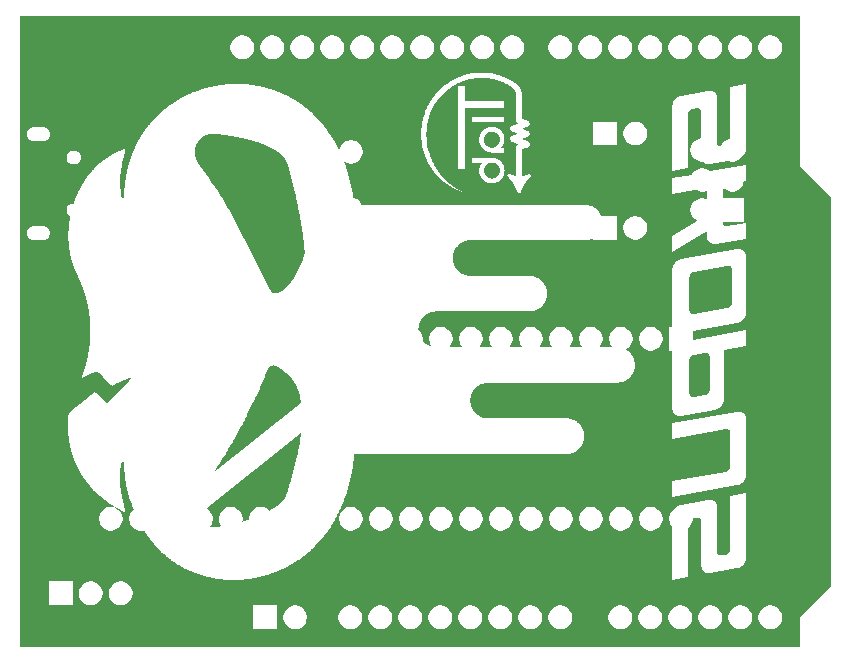
<source format=gbr>
%TF.GenerationSoftware,Altium Limited,Altium Designer,20.2.6 (244)*%
G04 Layer_Color=32896*
%FSLAX26Y26*%
%MOIN*%
%TF.SameCoordinates,5A7C1849-F1A5-4743-A48D-7E663CB7BB3B*%
%TF.FilePolarity,Positive*%
%TF.FileFunction,Legend,Bot*%
%TF.Part,Single*%
G01*
G75*
G36*
X2600000Y1600000D02*
X2603937D01*
X2703937Y1500000D01*
Y200000D01*
X2700000D01*
X2600000Y100000D01*
Y0D01*
X0D01*
Y2103937D01*
X2600000D01*
Y1600000D01*
D02*
G37*
%LPC*%
G36*
X2503878Y2039370D02*
X2496122D01*
X2488516Y2037857D01*
X2481351Y2034889D01*
X2474903Y2030581D01*
X2469419Y2025097D01*
X2465111Y2018649D01*
X2462143Y2011484D01*
X2460630Y2003878D01*
Y2000000D01*
Y1996122D01*
X2462143Y1988516D01*
X2465111Y1981351D01*
X2469419Y1974903D01*
X2474903Y1969419D01*
X2481351Y1965111D01*
X2488516Y1962143D01*
X2496122Y1960630D01*
X2503878D01*
X2511484Y1962143D01*
X2518649Y1965111D01*
X2525097Y1969419D01*
X2530581Y1974903D01*
X2534889Y1981351D01*
X2537857Y1988516D01*
X2539370Y1996122D01*
Y2000000D01*
Y2003878D01*
X2537857Y2011484D01*
X2534889Y2018649D01*
X2530581Y2025097D01*
X2525097Y2030581D01*
X2518649Y2034889D01*
X2511484Y2037857D01*
X2503878Y2039370D01*
D02*
G37*
G36*
X2403878D02*
X2396122D01*
X2388516Y2037857D01*
X2381351Y2034889D01*
X2374903Y2030581D01*
X2369419Y2025097D01*
X2365111Y2018649D01*
X2362143Y2011484D01*
X2360630Y2003878D01*
Y2000000D01*
Y1996122D01*
X2362143Y1988516D01*
X2365111Y1981351D01*
X2369419Y1974903D01*
X2374903Y1969419D01*
X2381351Y1965111D01*
X2388516Y1962143D01*
X2396122Y1960630D01*
X2403878D01*
X2411484Y1962143D01*
X2418649Y1965111D01*
X2425097Y1969419D01*
X2430581Y1974903D01*
X2434889Y1981351D01*
X2437857Y1988516D01*
X2439370Y1996122D01*
Y2000000D01*
Y2003878D01*
X2437857Y2011484D01*
X2434889Y2018649D01*
X2430581Y2025097D01*
X2425097Y2030581D01*
X2418649Y2034889D01*
X2411484Y2037857D01*
X2403878Y2039370D01*
D02*
G37*
G36*
X2303878D02*
X2296122D01*
X2288516Y2037857D01*
X2281351Y2034889D01*
X2274903Y2030581D01*
X2269419Y2025097D01*
X2265111Y2018649D01*
X2262143Y2011484D01*
X2260630Y2003878D01*
Y2000000D01*
Y1996122D01*
X2262143Y1988516D01*
X2265111Y1981351D01*
X2269419Y1974903D01*
X2274903Y1969419D01*
X2281351Y1965111D01*
X2288516Y1962143D01*
X2296122Y1960630D01*
X2303878D01*
X2311484Y1962143D01*
X2318649Y1965111D01*
X2325097Y1969419D01*
X2330581Y1974903D01*
X2334889Y1981351D01*
X2337857Y1988516D01*
X2339370Y1996122D01*
Y2000000D01*
Y2003878D01*
X2337857Y2011484D01*
X2334889Y2018649D01*
X2330581Y2025097D01*
X2325097Y2030581D01*
X2318649Y2034889D01*
X2311484Y2037857D01*
X2303878Y2039370D01*
D02*
G37*
G36*
X2203878D02*
X2196122D01*
X2188516Y2037857D01*
X2181351Y2034889D01*
X2174903Y2030581D01*
X2169419Y2025097D01*
X2165111Y2018649D01*
X2162143Y2011484D01*
X2160630Y2003878D01*
Y2000000D01*
Y1996122D01*
X2162143Y1988516D01*
X2165111Y1981351D01*
X2169419Y1974903D01*
X2174903Y1969419D01*
X2181351Y1965111D01*
X2188516Y1962143D01*
X2196122Y1960630D01*
X2203878D01*
X2211484Y1962143D01*
X2218649Y1965111D01*
X2225097Y1969419D01*
X2230581Y1974903D01*
X2234889Y1981351D01*
X2237857Y1988516D01*
X2239370Y1996122D01*
Y2000000D01*
Y2003878D01*
X2237857Y2011484D01*
X2234889Y2018649D01*
X2230581Y2025097D01*
X2225097Y2030581D01*
X2218649Y2034889D01*
X2211484Y2037857D01*
X2203878Y2039370D01*
D02*
G37*
G36*
X2103878D02*
X2096122D01*
X2088516Y2037857D01*
X2081351Y2034889D01*
X2074903Y2030581D01*
X2069419Y2025097D01*
X2065111Y2018649D01*
X2062143Y2011484D01*
X2060630Y2003878D01*
Y2000000D01*
Y1996122D01*
X2062143Y1988516D01*
X2065111Y1981351D01*
X2069419Y1974903D01*
X2074903Y1969419D01*
X2081351Y1965111D01*
X2088516Y1962143D01*
X2096122Y1960630D01*
X2103878D01*
X2111484Y1962143D01*
X2118649Y1965111D01*
X2125097Y1969419D01*
X2130581Y1974903D01*
X2134889Y1981351D01*
X2137857Y1988516D01*
X2139370Y1996122D01*
Y2000000D01*
Y2003878D01*
X2137857Y2011484D01*
X2134889Y2018649D01*
X2130581Y2025097D01*
X2125097Y2030581D01*
X2118649Y2034889D01*
X2111484Y2037857D01*
X2103878Y2039370D01*
D02*
G37*
G36*
X2003878D02*
X1996122D01*
X1988516Y2037857D01*
X1981351Y2034889D01*
X1974903Y2030581D01*
X1969419Y2025097D01*
X1965111Y2018649D01*
X1962143Y2011484D01*
X1960630Y2003878D01*
Y2000000D01*
Y1996122D01*
X1962143Y1988516D01*
X1965111Y1981351D01*
X1969419Y1974903D01*
X1974903Y1969419D01*
X1981351Y1965111D01*
X1988516Y1962143D01*
X1996122Y1960630D01*
X2003878D01*
X2011484Y1962143D01*
X2018649Y1965111D01*
X2025097Y1969419D01*
X2030581Y1974903D01*
X2034889Y1981351D01*
X2037857Y1988516D01*
X2039370Y1996122D01*
Y2000000D01*
Y2003878D01*
X2037857Y2011484D01*
X2034889Y2018649D01*
X2030581Y2025097D01*
X2025097Y2030581D01*
X2018649Y2034889D01*
X2011484Y2037857D01*
X2003878Y2039370D01*
D02*
G37*
G36*
X1903878D02*
X1896122D01*
X1888516Y2037857D01*
X1881351Y2034889D01*
X1874903Y2030581D01*
X1869419Y2025097D01*
X1865111Y2018649D01*
X1862143Y2011484D01*
X1860630Y2003878D01*
Y2000000D01*
Y1996122D01*
X1862143Y1988516D01*
X1865111Y1981351D01*
X1869419Y1974903D01*
X1874903Y1969419D01*
X1881351Y1965111D01*
X1888516Y1962143D01*
X1896122Y1960630D01*
X1903878D01*
X1911484Y1962143D01*
X1918649Y1965111D01*
X1925097Y1969419D01*
X1930581Y1974903D01*
X1934889Y1981351D01*
X1937857Y1988516D01*
X1939370Y1996122D01*
Y2000000D01*
Y2003878D01*
X1937857Y2011484D01*
X1934889Y2018649D01*
X1930581Y2025097D01*
X1925097Y2030581D01*
X1918649Y2034889D01*
X1911484Y2037857D01*
X1903878Y2039370D01*
D02*
G37*
G36*
X1803878D02*
X1796122D01*
X1788516Y2037857D01*
X1781351Y2034889D01*
X1774903Y2030581D01*
X1769419Y2025097D01*
X1765111Y2018649D01*
X1762143Y2011484D01*
X1760630Y2003878D01*
Y2000000D01*
Y1996122D01*
X1762143Y1988516D01*
X1765111Y1981351D01*
X1769419Y1974903D01*
X1774903Y1969419D01*
X1781351Y1965111D01*
X1788516Y1962143D01*
X1796122Y1960630D01*
X1803878D01*
X1811484Y1962143D01*
X1818649Y1965111D01*
X1825097Y1969419D01*
X1830581Y1974903D01*
X1834889Y1981351D01*
X1837857Y1988516D01*
X1839370Y1996122D01*
Y2000000D01*
Y2003878D01*
X1837857Y2011484D01*
X1834889Y2018649D01*
X1830581Y2025097D01*
X1825097Y2030581D01*
X1818649Y2034889D01*
X1811484Y2037857D01*
X1803878Y2039370D01*
D02*
G37*
G36*
X1643878D02*
X1636122D01*
X1628516Y2037857D01*
X1621351Y2034889D01*
X1614903Y2030581D01*
X1609419Y2025097D01*
X1605111Y2018649D01*
X1602143Y2011484D01*
X1600630Y2003878D01*
Y2000000D01*
Y1996122D01*
X1602143Y1988516D01*
X1605111Y1981351D01*
X1609419Y1974903D01*
X1614903Y1969419D01*
X1621351Y1965111D01*
X1628516Y1962143D01*
X1636122Y1960630D01*
X1643878D01*
X1651484Y1962143D01*
X1658649Y1965111D01*
X1665097Y1969419D01*
X1670581Y1974903D01*
X1674889Y1981351D01*
X1677857Y1988516D01*
X1679370Y1996122D01*
Y2000000D01*
Y2003878D01*
X1677857Y2011484D01*
X1674889Y2018649D01*
X1670581Y2025097D01*
X1665097Y2030581D01*
X1658649Y2034889D01*
X1651484Y2037857D01*
X1643878Y2039370D01*
D02*
G37*
G36*
X1543878D02*
X1536122D01*
X1528516Y2037857D01*
X1521351Y2034889D01*
X1514903Y2030581D01*
X1509419Y2025097D01*
X1505111Y2018649D01*
X1502143Y2011484D01*
X1500630Y2003878D01*
Y2000000D01*
Y1996122D01*
X1502143Y1988516D01*
X1505111Y1981351D01*
X1509419Y1974903D01*
X1514903Y1969419D01*
X1521351Y1965111D01*
X1528516Y1962143D01*
X1536122Y1960630D01*
X1543878D01*
X1551484Y1962143D01*
X1558649Y1965111D01*
X1565097Y1969419D01*
X1570581Y1974903D01*
X1574889Y1981351D01*
X1577857Y1988516D01*
X1579370Y1996122D01*
Y2000000D01*
Y2003878D01*
X1577857Y2011484D01*
X1574889Y2018649D01*
X1570581Y2025097D01*
X1565097Y2030581D01*
X1558649Y2034889D01*
X1551484Y2037857D01*
X1543878Y2039370D01*
D02*
G37*
G36*
X1443878D02*
X1436122D01*
X1428516Y2037857D01*
X1421351Y2034889D01*
X1414903Y2030581D01*
X1409419Y2025097D01*
X1405111Y2018649D01*
X1402143Y2011484D01*
X1400630Y2003878D01*
Y2000000D01*
Y1996122D01*
X1402143Y1988516D01*
X1405111Y1981351D01*
X1409419Y1974903D01*
X1414903Y1969419D01*
X1421351Y1965111D01*
X1428516Y1962143D01*
X1436122Y1960630D01*
X1443878D01*
X1451484Y1962143D01*
X1458649Y1965111D01*
X1465097Y1969419D01*
X1470581Y1974903D01*
X1474889Y1981351D01*
X1477857Y1988516D01*
X1479370Y1996122D01*
Y2000000D01*
Y2003878D01*
X1477857Y2011484D01*
X1474889Y2018649D01*
X1470581Y2025097D01*
X1465097Y2030581D01*
X1458649Y2034889D01*
X1451484Y2037857D01*
X1443878Y2039370D01*
D02*
G37*
G36*
X1343878D02*
X1336122D01*
X1328516Y2037857D01*
X1321351Y2034889D01*
X1314903Y2030581D01*
X1309419Y2025097D01*
X1305111Y2018649D01*
X1302143Y2011484D01*
X1300630Y2003878D01*
Y2000000D01*
Y1996122D01*
X1302143Y1988516D01*
X1305111Y1981351D01*
X1309419Y1974903D01*
X1314903Y1969419D01*
X1321351Y1965111D01*
X1328516Y1962143D01*
X1336122Y1960630D01*
X1343878D01*
X1351484Y1962143D01*
X1358649Y1965111D01*
X1365097Y1969419D01*
X1370581Y1974903D01*
X1374889Y1981351D01*
X1377857Y1988516D01*
X1379370Y1996122D01*
Y2000000D01*
Y2003878D01*
X1377857Y2011484D01*
X1374889Y2018649D01*
X1370581Y2025097D01*
X1365097Y2030581D01*
X1358649Y2034889D01*
X1351484Y2037857D01*
X1343878Y2039370D01*
D02*
G37*
G36*
X1243878D02*
X1236122D01*
X1228516Y2037857D01*
X1221351Y2034889D01*
X1214903Y2030581D01*
X1209419Y2025097D01*
X1205111Y2018649D01*
X1202143Y2011484D01*
X1200630Y2003878D01*
Y2000000D01*
Y1996122D01*
X1202143Y1988516D01*
X1205111Y1981351D01*
X1209419Y1974903D01*
X1214903Y1969419D01*
X1221351Y1965111D01*
X1228516Y1962143D01*
X1236122Y1960630D01*
X1243878D01*
X1251484Y1962143D01*
X1258649Y1965111D01*
X1265097Y1969419D01*
X1270581Y1974903D01*
X1274889Y1981351D01*
X1277857Y1988516D01*
X1279370Y1996122D01*
Y2000000D01*
Y2003878D01*
X1277857Y2011484D01*
X1274889Y2018649D01*
X1270581Y2025097D01*
X1265097Y2030581D01*
X1258649Y2034889D01*
X1251484Y2037857D01*
X1243878Y2039370D01*
D02*
G37*
G36*
X1143878D02*
X1136122D01*
X1128516Y2037857D01*
X1121351Y2034889D01*
X1114903Y2030581D01*
X1109419Y2025097D01*
X1105111Y2018649D01*
X1102143Y2011484D01*
X1100630Y2003878D01*
Y2000000D01*
Y1996122D01*
X1102143Y1988516D01*
X1105111Y1981351D01*
X1109419Y1974903D01*
X1114903Y1969419D01*
X1121351Y1965111D01*
X1128516Y1962143D01*
X1136122Y1960630D01*
X1143878D01*
X1151484Y1962143D01*
X1158649Y1965111D01*
X1165097Y1969419D01*
X1170581Y1974903D01*
X1174889Y1981351D01*
X1177857Y1988516D01*
X1179370Y1996122D01*
Y2000000D01*
Y2003878D01*
X1177857Y2011484D01*
X1174889Y2018649D01*
X1170581Y2025097D01*
X1165097Y2030581D01*
X1158649Y2034889D01*
X1151484Y2037857D01*
X1143878Y2039370D01*
D02*
G37*
G36*
X1043878D02*
X1036122D01*
X1028516Y2037857D01*
X1021351Y2034889D01*
X1014903Y2030581D01*
X1009419Y2025097D01*
X1005111Y2018649D01*
X1002143Y2011484D01*
X1000630Y2003878D01*
Y2000000D01*
Y1996122D01*
X1002143Y1988516D01*
X1005111Y1981351D01*
X1009419Y1974903D01*
X1014903Y1969419D01*
X1021351Y1965111D01*
X1028516Y1962143D01*
X1036122Y1960630D01*
X1043878D01*
X1051484Y1962143D01*
X1058649Y1965111D01*
X1065097Y1969419D01*
X1070581Y1974903D01*
X1074889Y1981351D01*
X1077857Y1988516D01*
X1079370Y1996122D01*
Y2000000D01*
Y2003878D01*
X1077857Y2011484D01*
X1074889Y2018649D01*
X1070581Y2025097D01*
X1065097Y2030581D01*
X1058649Y2034889D01*
X1051484Y2037857D01*
X1043878Y2039370D01*
D02*
G37*
G36*
X943878D02*
X936122D01*
X928516Y2037857D01*
X921351Y2034889D01*
X914903Y2030581D01*
X909419Y2025097D01*
X905111Y2018649D01*
X902143Y2011484D01*
X900630Y2003878D01*
Y2000000D01*
Y1996122D01*
X902143Y1988516D01*
X905111Y1981351D01*
X909419Y1974903D01*
X914903Y1969419D01*
X921351Y1965111D01*
X928516Y1962143D01*
X936122Y1960630D01*
X943878D01*
X951484Y1962143D01*
X958649Y1965111D01*
X965097Y1969419D01*
X970581Y1974903D01*
X974889Y1981351D01*
X977857Y1988516D01*
X979370Y1996122D01*
Y2000000D01*
Y2003878D01*
X977857Y2011484D01*
X974889Y2018649D01*
X970581Y2025097D01*
X965097Y2030581D01*
X958649Y2034889D01*
X951484Y2037857D01*
X943878Y2039370D01*
D02*
G37*
G36*
X843878D02*
X836122D01*
X828516Y2037857D01*
X821351Y2034889D01*
X814903Y2030581D01*
X809419Y2025097D01*
X805111Y2018649D01*
X802143Y2011484D01*
X800630Y2003878D01*
Y2000000D01*
Y1996122D01*
X802143Y1988516D01*
X805111Y1981351D01*
X809419Y1974903D01*
X814903Y1969419D01*
X821351Y1965111D01*
X828516Y1962143D01*
X836122Y1960630D01*
X843878D01*
X851484Y1962143D01*
X858649Y1965111D01*
X865097Y1969419D01*
X870581Y1974903D01*
X874889Y1981351D01*
X877857Y1988516D01*
X879370Y1996122D01*
Y2000000D01*
Y2003878D01*
X877857Y2011484D01*
X874889Y2018649D01*
X870581Y2025097D01*
X865097Y2030581D01*
X858649Y2034889D01*
X851484Y2037857D01*
X843878Y2039370D01*
D02*
G37*
G36*
X743878D02*
X736122D01*
X728516Y2037857D01*
X721351Y2034889D01*
X714903Y2030581D01*
X709419Y2025097D01*
X705111Y2018649D01*
X702143Y2011484D01*
X700630Y2003878D01*
Y2000000D01*
Y1996122D01*
X702143Y1988516D01*
X705111Y1981351D01*
X709419Y1974903D01*
X714903Y1969419D01*
X721351Y1965111D01*
X728516Y1962143D01*
X736122Y1960630D01*
X743878D01*
X751484Y1962143D01*
X758649Y1965111D01*
X765097Y1969419D01*
X770581Y1974903D01*
X774889Y1981351D01*
X777857Y1988516D01*
X779370Y1996122D01*
Y2000000D01*
Y2003878D01*
X777857Y2011484D01*
X774889Y2018649D01*
X770581Y2025097D01*
X765097Y2030581D01*
X758649Y2034889D01*
X751484Y2037857D01*
X743878Y2039370D01*
D02*
G37*
G36*
X1481391Y1869226D02*
X1458785D01*
Y1595297D01*
X1481387D01*
X1481388Y1597127D01*
X1481388Y1598753D01*
X1481388Y1600380D01*
X1481389Y1602006D01*
X1481389Y1603633D01*
X1481390Y1605259D01*
X1481390Y1606886D01*
X1481390Y1608512D01*
X1481391Y1610139D01*
X1481391Y1611765D01*
X1481391Y1613392D01*
X1481392Y1615018D01*
X1481392Y1616645D01*
X1481392Y1618068D01*
X1481393Y1619491D01*
X1481393Y1620915D01*
X1481393Y1622338D01*
X1481393Y1623761D01*
X1481394Y1625184D01*
X1481394Y1626607D01*
X1481394Y1628031D01*
X1481394Y1629454D01*
X1481395Y1630877D01*
X1481395Y1632300D01*
X1481395Y1633724D01*
X1481395Y1635147D01*
X1481395Y1636570D01*
X1481396Y1637790D01*
X1481396Y1639010D01*
X1481396Y1640229D01*
X1481396Y1641449D01*
X1481396Y1642669D01*
X1481396Y1643889D01*
X1481396Y1645109D01*
X1481396Y1646329D01*
X1481397Y1647549D01*
X1481397Y1648769D01*
X1481397Y1649989D01*
X1481397Y1651208D01*
Y1652428D01*
X1481397Y1653648D01*
X1481397Y1654868D01*
X1481397Y1656088D01*
X1481397Y1657308D01*
Y1658325D01*
X1481397Y1659341D01*
X1481398Y1660358D01*
Y1661374D01*
X1481398Y1662391D01*
Y1664424D01*
X1481398Y1665441D01*
Y1666457D01*
X1481398Y1667474D01*
Y1669507D01*
X1481398Y1670524D01*
Y1674590D01*
X1481398Y1675606D01*
Y1688212D01*
X1481398Y1689025D01*
Y1693091D01*
X1481398Y1693905D01*
Y1697158D01*
X1481398Y1697768D01*
Y1700207D01*
X1481398Y1700817D01*
Y1703257D01*
X1481398Y1703867D01*
Y1705697D01*
X1481397Y1706307D01*
Y1707527D01*
X1481397Y1708137D01*
Y1709967D01*
X1481397Y1710576D01*
Y1711796D01*
X1481397Y1712406D01*
Y1713626D01*
X1481397Y1714236D01*
Y1715456D01*
X1481397Y1716066D01*
Y1717286D01*
X1481397Y1717693D01*
Y1718912D01*
X1481397Y1719319D01*
Y1720539D01*
X1481397Y1720946D01*
Y1722166D01*
X1481397Y1722572D01*
Y1723792D01*
X1481396Y1724199D01*
Y1725418D01*
X1481396Y1725825D01*
Y1726638D01*
X1481396Y1727045D01*
Y1728265D01*
X1481396Y1728671D01*
Y1729485D01*
X1481396Y1729891D01*
Y1731111D01*
X1481396Y1731518D01*
Y1732331D01*
X1481396Y1732738D01*
Y1733958D01*
X1481396Y1734364D01*
Y1735178D01*
X1481396Y1735584D01*
Y1736398D01*
X1481396Y1736804D01*
Y1738024D01*
X1481395Y1738227D01*
Y1739244D01*
X1481395Y1739447D01*
Y1740667D01*
X1481395Y1740870D01*
Y1741887D01*
X1481395Y1742090D01*
Y1743107D01*
X1481395Y1743310D01*
Y1744530D01*
X1481395Y1744733D01*
Y1745750D01*
X1481395Y1745953D01*
Y1746970D01*
X1481395Y1747173D01*
Y1748190D01*
X1481395Y1748393D01*
Y1749410D01*
X1481395Y1749613D01*
Y1750630D01*
X1481394Y1750833D01*
Y1751850D01*
X1481394Y1752053D01*
Y1753273D01*
X1481394Y1753476D01*
Y1754493D01*
X1481394Y1754696D01*
Y1755712D01*
X1481394Y1755916D01*
Y1756932D01*
X1481394Y1757136D01*
Y1757746D01*
X1481394Y1758355D01*
Y1759372D01*
X1481394Y1759575D01*
Y1760592D01*
X1481394Y1760795D01*
Y1761812D01*
X1481393Y1762015D01*
Y1763032D01*
X1481393Y1763235D01*
Y1764252D01*
X1481393Y1764455D01*
Y1765472D01*
X1481393Y1765675D01*
Y1766691D01*
X1481393Y1766895D01*
Y1767911D01*
X1481393Y1768115D01*
Y1769334D01*
X1481393Y1769538D01*
Y1770554D01*
X1481393Y1770758D01*
Y1771774D01*
X1481393Y1771978D01*
Y1772994D01*
X1481393Y1773197D01*
Y1774417D01*
X1481392Y1774621D01*
Y1775637D01*
X1481392Y1775841D01*
Y1776857D01*
X1481392Y1777061D01*
Y1778280D01*
X1481392Y1778484D01*
Y1779297D01*
X1481392Y1779704D01*
Y1780924D01*
X1481392Y1781330D01*
Y1782143D01*
X1481392Y1782550D01*
Y1783770D01*
X1481392Y1784177D01*
Y1784990D01*
X1481392Y1785396D01*
Y1786210D01*
X1481392Y1786616D01*
Y1787836D01*
X1481391Y1788243D01*
Y1789463D01*
X1481391Y1789869D01*
Y1790683D01*
X1481391Y1791089D01*
Y1792309D01*
X1481391Y1792716D01*
Y1793936D01*
X1481391Y1794342D01*
Y1795562D01*
X1481391Y1795969D01*
Y1797189D01*
X1481391Y1797595D01*
Y1798612D01*
X1490594D01*
X1490989Y1798612D01*
X1497300D01*
X1497694Y1798612D01*
X1502428D01*
X1502690Y1798612D01*
X1506635D01*
X1506898Y1798612D01*
X1510579D01*
X1510842Y1798612D01*
X1514260D01*
X1514392Y1798612D01*
X1517810D01*
X1517942Y1798613D01*
X1521097D01*
X1521228Y1798613D01*
X1524515D01*
X1524647Y1798613D01*
X1527802D01*
X1527934Y1798613D01*
X1531221D01*
X1531352Y1798613D01*
X1534639D01*
X1534771Y1798613D01*
X1538189D01*
X1538320Y1798613D01*
X1541870D01*
X1542133Y1798613D01*
X1546077D01*
X1546340Y1798613D01*
X1550810D01*
X1551073Y1798613D01*
X1556332D01*
X1556727Y1798614D01*
X1580129D01*
X1580787Y1798613D01*
X1584731D01*
X1585388Y1798613D01*
X1588018D01*
X1588675Y1798613D01*
X1590647D01*
X1591305Y1798613D01*
X1593671D01*
X1594460Y1798613D01*
X1595249D01*
X1596038Y1798613D01*
X1597616D01*
X1598405Y1798613D01*
X1599193D01*
X1599982Y1798613D01*
X1600771D01*
X1601560Y1798613D01*
X1602349D01*
X1603138Y1798613D01*
X1603927D01*
X1604716Y1798612D01*
X1605636D01*
X1606556Y1798612D01*
X1607477Y1798612D01*
X1608397D01*
X1609317Y1798612D01*
X1610238Y1798612D01*
X1611158Y1798612D01*
X1612078D01*
X1612867Y1798612D01*
Y1821561D01*
X1586703D01*
X1586440Y1821561D01*
X1576974D01*
X1576580Y1821561D01*
X1570926D01*
X1570400Y1821560D01*
X1566193D01*
X1565667Y1821560D01*
X1561986D01*
X1561460Y1821560D01*
X1558568D01*
X1557910Y1821560D01*
X1555281D01*
X1554623Y1821560D01*
X1552651D01*
X1551994Y1821560D01*
X1550022D01*
X1549365Y1821560D01*
X1548050D01*
X1547392Y1821560D01*
X1545946D01*
X1545158Y1821560D01*
X1543580D01*
X1542791Y1821560D01*
X1542002D01*
X1541213Y1821559D01*
X1539636D01*
X1538847Y1821559D01*
X1538058D01*
X1537269Y1821559D01*
X1536480D01*
X1535692Y1821559D01*
X1534903D01*
X1534114Y1821559D01*
X1533325D01*
X1532405Y1821559D01*
X1531485Y1821559D01*
X1530564D01*
X1529644Y1821559D01*
X1528724Y1821559D01*
X1527803D01*
X1526883Y1821559D01*
X1525963Y1821558D01*
X1525043D01*
X1524122Y1821558D01*
X1523202Y1821558D01*
X1522282Y1821558D01*
X1521361D01*
X1520441Y1821558D01*
X1519389Y1821558D01*
X1518338Y1821558D01*
X1517286Y1821558D01*
X1516234Y1821558D01*
X1515182Y1821557D01*
X1514130Y1821557D01*
X1513079Y1821557D01*
X1512027Y1821557D01*
X1510975Y1821557D01*
X1509924Y1821557D01*
X1508872Y1821557D01*
X1507820Y1821557D01*
X1506768Y1821557D01*
X1505585Y1821556D01*
X1504402Y1821556D01*
X1503219Y1821556D01*
X1502035Y1821556D01*
X1500852Y1821556D01*
X1499669Y1821556D01*
X1498486Y1821555D01*
X1497303Y1821555D01*
X1496119Y1821555D01*
X1494936Y1821555D01*
X1493753Y1821555D01*
X1492438Y1821555D01*
X1491123Y1821554D01*
X1489809Y1821554D01*
X1488494Y1821554D01*
X1487179Y1821554D01*
X1485865Y1821554D01*
X1484550Y1821553D01*
X1483235Y1821553D01*
X1481921Y1821553D01*
X1481395Y1821553D01*
X1481395Y1821887D01*
X1481395Y1822173D01*
X1481394Y1822459D01*
X1481394Y1822745D01*
X1481394Y1823031D01*
X1481394Y1823317D01*
X1481394Y1823603D01*
X1481394Y1823889D01*
X1481394Y1824175D01*
X1481393Y1824461D01*
X1481393Y1824747D01*
X1481393Y1825034D01*
X1481393Y1825272D01*
Y1825510D01*
X1481393Y1825749D01*
X1481393Y1825987D01*
X1481393Y1826226D01*
Y1826464D01*
X1481393Y1826702D01*
X1481393Y1826941D01*
X1481393Y1827179D01*
Y1827417D01*
X1481392Y1827656D01*
X1481392Y1827894D01*
Y1828133D01*
X1481392Y1828371D01*
Y1828609D01*
X1481392Y1828848D01*
Y1829086D01*
X1481392Y1829325D01*
X1481392Y1829563D01*
Y1829992D01*
X1481392Y1830183D01*
Y1830564D01*
X1481392Y1830755D01*
Y1831136D01*
X1481392Y1831327D01*
Y1831708D01*
X1481392Y1831899D01*
Y1832471D01*
X1481391Y1832662D01*
Y1833234D01*
X1481391Y1833425D01*
Y1834188D01*
X1481391Y1834378D01*
Y1835570D01*
X1481391Y1835713D01*
Y1838431D01*
X1481391Y1838574D01*
Y1839146D01*
X1481391D01*
Y1839146D01*
Y1839146D01*
D01*
X1481391Y1839164D01*
X1481391Y1839199D01*
Y1839235D01*
Y1839271D01*
X1481391Y1839289D01*
Y1839765D01*
X1481391Y1839861D01*
Y1843103D01*
X1481391Y1843198D01*
Y1845010D01*
X1481391Y1845057D01*
Y1846583D01*
X1481391Y1846630D01*
Y1848061D01*
X1481392Y1848108D01*
Y1849443D01*
X1481392Y1849491D01*
Y1850921D01*
X1481392Y1850968D01*
Y1852446D01*
X1481392Y1852494D01*
Y1854258D01*
X1481392Y1854353D01*
Y1857404D01*
X1481392Y1857499D01*
Y1859216D01*
X1481392Y1859359D01*
Y1861933D01*
X1481392Y1862076D01*
Y1863220D01*
X1481392Y1863410D01*
Y1864173D01*
X1481392Y1864364D01*
Y1864936D01*
X1481392Y1865127D01*
Y1865698D01*
X1481391Y1865889D01*
Y1866271D01*
X1481391Y1866461D01*
Y1866843D01*
X1481391Y1867033D01*
Y1867415D01*
X1481391Y1867605D01*
Y1867987D01*
X1481391Y1868225D01*
Y1868463D01*
X1481391Y1868702D01*
X1481391Y1868940D01*
Y1869226D01*
D02*
G37*
G36*
X1612655Y1767947D02*
X1504875D01*
Y1751962D01*
X1505522Y1751962D01*
X1506061D01*
X1506600Y1751963D01*
X1507138D01*
X1507677Y1751963D01*
X1508216D01*
X1508755Y1751963D01*
X1509294D01*
X1509833Y1751963D01*
X1510372D01*
X1510911Y1751963D01*
X1511449D01*
X1511988Y1751963D01*
X1512527D01*
X1513066Y1751963D01*
X1514144D01*
X1514683Y1751963D01*
X1515222D01*
X1515761Y1751963D01*
X1517054D01*
X1517485Y1751963D01*
X1518347D01*
X1518778Y1751964D01*
X1520072D01*
X1520503Y1751964D01*
X1522227D01*
X1522658Y1751964D01*
X1524382D01*
X1524814Y1751964D01*
X1526861D01*
X1527185Y1751964D01*
X1529448D01*
X1529771Y1751964D01*
X1533328D01*
X1533651Y1751964D01*
X1538286D01*
X1538501Y1751964D01*
X1550572D01*
X1550680Y1751964D01*
X1578164D01*
X1578379Y1751964D01*
X1583553D01*
X1583876Y1751965D01*
X1587110D01*
X1587433Y1751965D01*
X1590020D01*
X1590343Y1751965D01*
X1592607D01*
X1593038Y1751965D01*
X1594762D01*
X1595193Y1751965D01*
X1596487D01*
X1596918Y1751965D01*
X1598211D01*
X1598642Y1751965D01*
X1599936D01*
X1600367Y1751965D01*
X1601660D01*
X1602092Y1751965D01*
X1602630D01*
X1603169Y1751965D01*
X1604247D01*
X1604786Y1751966D01*
X1605325D01*
X1605864Y1751966D01*
X1606403D01*
X1606942Y1751966D01*
X1607481D01*
X1608020Y1751966D01*
X1608559D01*
X1609098Y1751966D01*
X1609637D01*
X1610176Y1751966D01*
X1610715D01*
X1611253Y1751966D01*
X1611792D01*
X1612331Y1751966D01*
X1612655D01*
X1612655Y1752078D01*
X1612654Y1752174D01*
X1612654Y1752270D01*
X1612654Y1752366D01*
X1612654Y1752462D01*
X1612654Y1752557D01*
X1612654Y1752653D01*
X1612654Y1752749D01*
X1612653Y1752845D01*
X1612653Y1752925D01*
Y1753005D01*
X1612653Y1753085D01*
X1612653Y1753165D01*
X1612653Y1753245D01*
Y1753325D01*
X1612653Y1753405D01*
X1612653Y1753485D01*
Y1753564D01*
X1612653Y1753644D01*
X1612653Y1753724D01*
Y1753804D01*
X1612653Y1753884D01*
Y1753964D01*
X1612652Y1754044D01*
Y1754124D01*
X1612652Y1754204D01*
Y1754284D01*
X1612652Y1754363D01*
Y1754443D01*
X1612652Y1754523D01*
Y1754715D01*
X1612652Y1754779D01*
Y1754971D01*
X1612652Y1755035D01*
Y1755418D01*
X1612652Y1755482D01*
Y1756106D01*
Y1756112D01*
Y1756124D01*
Y1756136D01*
X1612652Y1756148D01*
X1612652Y1756154D01*
Y1756154D01*
Y1756873D01*
X1612652Y1756921D01*
Y1757352D01*
X1612652Y1757400D01*
Y1757688D01*
X1612652Y1757720D01*
Y1757976D01*
X1612652Y1758008D01*
Y1758232D01*
X1612652Y1758264D01*
Y1758487D01*
X1612652Y1758519D01*
Y1758711D01*
X1612653Y1758743D01*
Y1758935D01*
X1612653Y1758967D01*
Y1759127D01*
X1612653Y1759159D01*
Y1759334D01*
X1612653Y1759351D01*
Y1759526D01*
X1612653Y1759542D01*
Y1759702D01*
X1612653Y1759718D01*
Y1759894D01*
X1612653Y1759910D01*
Y1760070D01*
X1612653Y1760086D01*
Y1760246D01*
X1612653Y1760262D01*
Y1760421D01*
X1612653Y1760437D01*
Y1760597D01*
X1612654Y1760613D01*
Y1760773D01*
X1612654Y1760789D01*
Y1760949D01*
X1612654Y1760965D01*
Y1761125D01*
X1612654Y1761141D01*
Y1761300D01*
X1612654Y1761316D01*
Y1761476D01*
X1612654Y1761492D01*
Y1761652D01*
X1612654Y1761668D01*
Y1761828D01*
X1612654Y1761844D01*
Y1762020D01*
X1612654Y1762036D01*
Y1762211D01*
X1612655Y1762227D01*
Y1762403D01*
X1612655Y1762419D01*
Y1762579D01*
X1612655Y1762611D01*
Y1762803D01*
X1612655Y1762835D01*
Y1763026D01*
X1612655Y1763058D01*
Y1763250D01*
X1612655Y1763282D01*
Y1763474D01*
X1612655Y1763506D01*
Y1763761D01*
X1612655Y1763793D01*
Y1764049D01*
X1612655Y1764097D01*
Y1764432D01*
X1612655Y1764480D01*
Y1764960D01*
X1612656Y1765008D01*
Y1766062D01*
X1612655Y1766126D01*
Y1766509D01*
X1612655Y1766573D01*
Y1766829D01*
X1612655Y1766892D01*
Y1767084D01*
X1612655Y1767148D01*
Y1767276D01*
X1612655Y1767356D01*
Y1767436D01*
X1612655Y1767515D01*
Y1767595D01*
X1612655Y1767675D01*
Y1767755D01*
X1612655Y1767835D01*
Y1767947D01*
D02*
G37*
G36*
X1536711Y1915685D02*
X1532636Y1915627D01*
X1528563Y1915484D01*
X1526528Y1915371D01*
X1519642Y1914989D01*
X1505956Y1913274D01*
X1492422Y1910616D01*
X1479104Y1907028D01*
X1472585Y1904777D01*
Y1904777D01*
X1471232Y1904309D01*
X1468538Y1903334D01*
X1465860Y1902319D01*
X1463196Y1901265D01*
X1461872Y1900719D01*
Y1900719D01*
X1461038Y1900375D01*
X1459375Y1899670D01*
X1457719Y1898951D01*
X1456070Y1898215D01*
X1455249Y1897840D01*
X1454356Y1897434D01*
X1452578Y1896605D01*
X1450808Y1895757D01*
X1449047Y1894892D01*
X1448170Y1894451D01*
X1447205Y1893965D01*
X1445285Y1892972D01*
X1443377Y1891957D01*
X1441479Y1890922D01*
X1440536Y1890394D01*
Y1890394D01*
X1439441Y1889781D01*
X1437266Y1888527D01*
X1435107Y1887246D01*
X1432964Y1885938D01*
X1431901Y1885271D01*
Y1885271D01*
X1430500Y1884391D01*
X1427727Y1882586D01*
X1424985Y1880736D01*
X1422273Y1878841D01*
X1420933Y1877871D01*
Y1877871D01*
X1414869Y1873484D01*
X1403418Y1863843D01*
X1392705Y1853389D01*
X1382787Y1842177D01*
X1378253Y1836222D01*
Y1836222D01*
X1377539Y1835286D01*
X1376132Y1833398D01*
X1374748Y1831493D01*
X1373386Y1829572D01*
X1372716Y1828604D01*
X1371884Y1827400D01*
X1370254Y1824969D01*
X1368660Y1822515D01*
X1367101Y1820038D01*
X1366339Y1818789D01*
Y1818789D01*
X1364860Y1816361D01*
X1362037Y1811426D01*
X1359352Y1806414D01*
X1356807Y1801330D01*
X1355606Y1798754D01*
X1355606D01*
X1353766Y1794811D01*
X1350423Y1786776D01*
X1347423Y1778607D01*
X1344772Y1770318D01*
X1343622Y1766122D01*
X1343622Y1766122D01*
Y1766122D01*
X1343225Y1764669D01*
X1342473Y1761754D01*
X1341765Y1758827D01*
X1341100Y1755890D01*
X1340790Y1754417D01*
X1340566Y1753357D01*
X1340143Y1751233D01*
X1339742Y1749104D01*
X1339364Y1746972D01*
X1339186Y1745903D01*
X1338986Y1744715D01*
X1338614Y1742333D01*
X1338271Y1739948D01*
X1337955Y1737558D01*
X1337812Y1736362D01*
X1337627Y1734828D01*
X1337305Y1731754D01*
X1337028Y1728676D01*
X1336797Y1725594D01*
X1336705Y1724051D01*
X1336705Y1724052D01*
Y1724051D01*
X1336237Y1716228D01*
X1336475Y1700555D01*
X1337886Y1684945D01*
X1340461Y1669483D01*
X1342324Y1661870D01*
X1342324D01*
X1342604Y1660731D01*
X1343189Y1658459D01*
X1343800Y1656194D01*
X1344437Y1653936D01*
X1344768Y1652810D01*
Y1652810D01*
X1345051Y1651848D01*
X1345637Y1649929D01*
X1346242Y1648017D01*
X1346865Y1646110D01*
X1347186Y1645160D01*
X1347186D01*
X1347478Y1644298D01*
X1348076Y1642578D01*
X1348690Y1640865D01*
X1349320Y1639157D01*
X1349643Y1638305D01*
X1349943Y1637512D01*
X1350558Y1635931D01*
X1351187Y1634354D01*
X1351828Y1632784D01*
X1352156Y1632001D01*
Y1632001D01*
X1352466Y1631261D01*
X1353097Y1629786D01*
X1353741Y1628317D01*
X1354396Y1626852D01*
X1354730Y1626123D01*
X1355143Y1625226D01*
Y1625226D01*
X1355143D01*
X1355769Y1623861D01*
X1357062Y1621149D01*
X1358396Y1618457D01*
X1359769Y1615785D01*
X1360476Y1614459D01*
X1361680Y1612199D01*
X1364202Y1607741D01*
X1366835Y1603348D01*
X1369578Y1599023D01*
X1371003Y1596895D01*
X1371003Y1596895D01*
X1373718Y1592841D01*
X1379527Y1585000D01*
X1385705Y1577446D01*
X1392235Y1570194D01*
X1395669Y1566729D01*
X1395871Y1566525D01*
X1395909Y1566476D01*
X1395942Y1566433D01*
X1395975Y1566390D01*
X1396009Y1566348D01*
X1396042Y1566305D01*
X1396076Y1566263D01*
X1396110Y1566220D01*
X1396144Y1566178D01*
X1396173Y1566142D01*
X1396202Y1566107D01*
X1396232Y1566071D01*
X1396261Y1566035D01*
X1396291Y1565999D01*
X1396320Y1565964D01*
X1396350Y1565928D01*
X1396380Y1565893D01*
X1396410Y1565858D01*
X1396440Y1565822D01*
X1396470Y1565787D01*
X1396500Y1565752D01*
X1396525Y1565723D01*
X1396551Y1565694D01*
X1396576Y1565665D01*
X1396601Y1565636D01*
X1396627Y1565607D01*
X1396652Y1565578D01*
X1396678Y1565549D01*
X1396704Y1565521D01*
X1396729Y1565492D01*
X1396755Y1565463D01*
X1396781Y1565435D01*
X1396806Y1565406D01*
X1396832Y1565378D01*
X1396858Y1565349D01*
X1396884Y1565321D01*
X1396910Y1565292D01*
X1396936Y1565264D01*
X1396957Y1565242D01*
X1396978Y1565219D01*
X1396999Y1565196D01*
X1397020Y1565174D01*
X1397041Y1565151D01*
X1397062Y1565129D01*
X1397083Y1565106D01*
X1397104Y1565084D01*
X1397125Y1565062D01*
X1397147Y1565039D01*
X1397168Y1565017D01*
X1397189Y1564995D01*
X1397210Y1564972D01*
X1397231Y1564950D01*
X1397253Y1564928D01*
X1397274Y1564906D01*
X1397295Y1564883D01*
X1397317Y1564861D01*
X1397338Y1564839D01*
X1397359Y1564817D01*
X1397381Y1564795D01*
X1397402Y1564773D01*
X1397424Y1564751D01*
X1397440Y1564734D01*
X1397456Y1564718D01*
X1397472Y1564701D01*
X1397488Y1564685D01*
X1397505Y1564668D01*
X1397521Y1564652D01*
X1397537Y1564636D01*
X1397553Y1564619D01*
X1397569Y1564603D01*
X1397585Y1564586D01*
X1397602Y1564570D01*
X1397618Y1564553D01*
X1397634Y1564537D01*
X1397651Y1564521D01*
X1397667Y1564504D01*
X1397683Y1564488D01*
X1397699Y1564472D01*
X1397716Y1564455D01*
X1397732Y1564439D01*
X1397748Y1564423D01*
X1397765Y1564407D01*
X1397781Y1564390D01*
X1397798Y1564374D01*
X1397814Y1564358D01*
X1397830Y1564341D01*
X1397847Y1564325D01*
X1397863Y1564309D01*
X1397880Y1564293D01*
X1397896Y1564277D01*
X1397912Y1564260D01*
X1397929Y1564244D01*
X1397945Y1564228D01*
X1397962Y1564212D01*
X1397978Y1564196D01*
X1397989Y1564185D01*
X1398000Y1564174D01*
X1398011Y1564163D01*
X1398022Y1564153D01*
X1398033Y1564142D01*
X1398044Y1564131D01*
X1398055Y1564120D01*
X1398066Y1564110D01*
X1398077Y1564099D01*
X1398088Y1564088D01*
X1398100Y1564077D01*
X1398111Y1564067D01*
X1398121Y1564056D01*
X1398133Y1564045D01*
X1398144Y1564034D01*
X1398155Y1564024D01*
X1398166Y1564013D01*
X1398177Y1564002D01*
X1398188Y1563992D01*
X1398199Y1563981D01*
X1398210Y1563970D01*
X1398221Y1563959D01*
X1398232Y1563949D01*
X1398243Y1563938D01*
X1398254Y1563927D01*
X1398265Y1563917D01*
X1398276Y1563906D01*
X1398287Y1563895D01*
X1398299Y1563885D01*
X1398310Y1563874D01*
X1398321Y1563863D01*
X1398332Y1563853D01*
X1398343Y1563842D01*
X1398354Y1563831D01*
X1398365Y1563821D01*
X1398376Y1563810D01*
X1398387Y1563799D01*
X1398398Y1563789D01*
X1398409Y1563778D01*
X1398421Y1563767D01*
X1398432Y1563757D01*
X1398443Y1563746D01*
X1398454Y1563735D01*
X1398465Y1563725D01*
X1398476Y1563714D01*
X1398487Y1563703D01*
X1398498Y1563693D01*
X1398510Y1563682D01*
X1398521Y1563671D01*
X1398526Y1563666D01*
X1398532Y1563661D01*
X1398537Y1563656D01*
X1398543Y1563650D01*
X1398549Y1563645D01*
X1398554Y1563640D01*
X1398560Y1563634D01*
X1398565Y1563629D01*
X1398571Y1563624D01*
X1398576Y1563618D01*
X1398582Y1563613D01*
X1398588Y1563608D01*
X1398593Y1563602D01*
X1398599Y1563597D01*
X1398604Y1563592D01*
X1398610Y1563586D01*
X1398615Y1563581D01*
X1398621Y1563576D01*
X1398627Y1563571D01*
X1398632Y1563565D01*
X1398638Y1563560D01*
X1398643Y1563555D01*
X1398649Y1563549D01*
X1398654Y1563544D01*
X1398660Y1563539D01*
X1398666Y1563533D01*
X1398671Y1563528D01*
X1398677Y1563523D01*
X1398682Y1563517D01*
X1398688Y1563512D01*
X1398694Y1563507D01*
X1398699Y1563502D01*
X1398705Y1563496D01*
X1398710Y1563491D01*
X1398716Y1563486D01*
X1398721Y1563480D01*
X1398727Y1563475D01*
X1398733Y1563470D01*
X1398738Y1563464D01*
X1398744Y1563459D01*
X1398749Y1563454D01*
X1398755Y1563448D01*
X1398761Y1563443D01*
X1398766Y1563438D01*
X1398772Y1563433D01*
X1398777Y1563427D01*
X1398783Y1563422D01*
X1398788Y1563417D01*
X1398794Y1563411D01*
X1398800Y1563406D01*
X1398805Y1563401D01*
X1398811Y1563396D01*
X1398816Y1563390D01*
X1398822Y1563385D01*
X1398828Y1563380D01*
X1398833Y1563374D01*
X1398839Y1563369D01*
X1398844Y1563364D01*
X1398850Y1563358D01*
X1398855Y1563353D01*
X1398861Y1563348D01*
X1398867Y1563342D01*
X1398872Y1563337D01*
X1398878Y1563332D01*
X1398883Y1563327D01*
X1398889Y1563321D01*
X1398895Y1563316D01*
X1398900Y1563311D01*
X1398906Y1563305D01*
X1398911Y1563300D01*
X1398917Y1563295D01*
X1398922Y1563290D01*
X1398928Y1563284D01*
X1398934Y1563279D01*
X1398939Y1563274D01*
X1398945Y1563268D01*
X1398950Y1563263D01*
X1398956Y1563258D01*
X1398962Y1563253D01*
X1398967Y1563247D01*
X1398973Y1563242D01*
X1398978Y1563237D01*
X1398984Y1563231D01*
X1398989Y1563226D01*
X1398995Y1563221D01*
X1399001Y1563215D01*
X1399006Y1563210D01*
X1399012Y1563205D01*
X1399017Y1563199D01*
X1399023Y1563194D01*
X1399029Y1563189D01*
X1399034Y1563184D01*
X1399040Y1563178D01*
X1399045Y1563173D01*
X1399051Y1563168D01*
X1399057Y1563162D01*
X1399062Y1563157D01*
X1399068Y1563152D01*
X1399073Y1563147D01*
X1399079Y1563141D01*
X1399085Y1563136D01*
X1399090Y1563131D01*
X1399096Y1563125D01*
X1399101Y1563120D01*
X1399107Y1563115D01*
X1399112Y1563110D01*
X1399118Y1563104D01*
X1399124Y1563099D01*
X1399129Y1563094D01*
X1399135Y1563088D01*
X1399140Y1563083D01*
X1399146Y1563078D01*
X1399152Y1563072D01*
X1399157Y1563067D01*
X1399163Y1563062D01*
X1399168Y1563056D01*
X1399174Y1563051D01*
X1399180Y1563046D01*
X1399185Y1563041D01*
X1399191Y1563035D01*
X1399196Y1563030D01*
X1399202Y1563025D01*
X1399208Y1563020D01*
X1399213Y1563014D01*
X1399219Y1563009D01*
X1399224Y1563004D01*
X1399230Y1562998D01*
X1399236Y1562993D01*
X1399241Y1562988D01*
X1399247Y1562982D01*
X1399252Y1562977D01*
X1399258Y1562972D01*
X1399264Y1562966D01*
X1399269Y1562961D01*
X1399275Y1562956D01*
X1399280Y1562951D01*
X1399286Y1562945D01*
X1399291Y1562940D01*
X1399297Y1562935D01*
X1399303Y1562929D01*
X1399308Y1562924D01*
X1399314Y1562919D01*
X1399319Y1562914D01*
X1399325Y1562908D01*
X1399331Y1562903D01*
X1399336Y1562898D01*
X1399342Y1562892D01*
X1399347Y1562887D01*
X1399353Y1562882D01*
X1399358Y1562876D01*
X1399364Y1562871D01*
X1399370Y1562866D01*
X1399375Y1562861D01*
X1399381Y1562855D01*
X1399386Y1562850D01*
X1399392Y1562845D01*
X1399398Y1562839D01*
X1399403Y1562834D01*
X1399409Y1562829D01*
X1399414Y1562823D01*
X1399420Y1562818D01*
X1399425Y1562813D01*
X1399431Y1562807D01*
X1399437Y1562802D01*
X1399442Y1562797D01*
X1399448Y1562792D01*
X1399453Y1562786D01*
X1399459Y1562781D01*
X1399465Y1562776D01*
X1399470Y1562770D01*
X1399476Y1562765D01*
X1399481Y1562760D01*
X1399487Y1562754D01*
X1399492Y1562749D01*
X1399498Y1562744D01*
X1399504Y1562738D01*
X1399509Y1562733D01*
X1399515Y1562728D01*
X1399520Y1562723D01*
X1399526Y1562717D01*
X1399531Y1562712D01*
X1399537Y1562707D01*
X1399543Y1562701D01*
X1399548Y1562696D01*
X1399554Y1562691D01*
X1399559Y1562685D01*
X1399565Y1562680D01*
X1399571Y1562675D01*
X1399576Y1562669D01*
X1399582Y1562664D01*
X1399587Y1562659D01*
X1399593Y1562653D01*
X1399598Y1562648D01*
X1399604Y1562643D01*
X1399610Y1562638D01*
X1399615Y1562632D01*
X1399621Y1562627D01*
X1399626Y1562621D01*
X1399632Y1562616D01*
X1399637Y1562611D01*
X1399649Y1562600D01*
X1399660Y1562590D01*
X1399671Y1562579D01*
X1399682Y1562568D01*
X1399693Y1562558D01*
X1399704Y1562547D01*
X1399715Y1562536D01*
X1399726Y1562526D01*
X1399737Y1562515D01*
X1399749Y1562504D01*
X1399760Y1562494D01*
X1399771Y1562483D01*
X1399782Y1562472D01*
X1399793Y1562462D01*
X1399804Y1562451D01*
X1399815Y1562440D01*
X1399826Y1562430D01*
X1399837Y1562419D01*
X1399849Y1562408D01*
X1399860Y1562398D01*
X1399871Y1562387D01*
X1399882Y1562376D01*
X1399893Y1562366D01*
X1399904Y1562355D01*
X1399915Y1562344D01*
X1399926Y1562333D01*
X1399937Y1562323D01*
X1399948Y1562312D01*
X1399959Y1562301D01*
X1399970Y1562291D01*
X1399981Y1562280D01*
X1399993Y1562269D01*
X1400004Y1562258D01*
X1400015Y1562248D01*
X1400026Y1562237D01*
X1400037Y1562226D01*
X1400048Y1562216D01*
X1400059Y1562205D01*
X1400070Y1562194D01*
X1400081Y1562183D01*
X1400092Y1562173D01*
X1400103Y1562162D01*
X1400114Y1562151D01*
X1400125Y1562140D01*
X1400136Y1562130D01*
X1400147Y1562119D01*
X1400158Y1562108D01*
X1400169Y1562097D01*
X1400180Y1562086D01*
X1400191Y1562076D01*
X1400207Y1562060D01*
X1400224Y1562043D01*
X1400240Y1562027D01*
X1400257Y1562011D01*
X1400273Y1561995D01*
X1400290Y1561978D01*
X1400306Y1561962D01*
X1400323Y1561946D01*
X1400339Y1561930D01*
X1400355Y1561914D01*
X1400372Y1561897D01*
X1400388Y1561881D01*
X1400405Y1561865D01*
X1400421Y1561848D01*
X1400437Y1561832D01*
X1400454Y1561816D01*
X1400470Y1561799D01*
X1400486Y1561783D01*
X1400503Y1561767D01*
X1400519Y1561750D01*
X1400535Y1561734D01*
X1400551Y1561717D01*
X1400568Y1561701D01*
X1400584Y1561685D01*
X1400600Y1561668D01*
X1400616Y1561652D01*
X1400633Y1561635D01*
X1400649Y1561619D01*
X1400665Y1561602D01*
X1400681Y1561586D01*
X1400697Y1561569D01*
X1400714Y1561553D01*
X1400730Y1561536D01*
X1400751Y1561514D01*
X1400773Y1561492D01*
X1400794Y1561470D01*
X1400815Y1561448D01*
X1400837Y1561426D01*
X1400858Y1561404D01*
X1400880Y1561381D01*
X1400901Y1561359D01*
X1400922Y1561337D01*
X1400944Y1561315D01*
X1400965Y1561292D01*
X1400986Y1561270D01*
X1401007Y1561248D01*
X1401028Y1561225D01*
X1401050Y1561203D01*
X1401071Y1561180D01*
X1401092Y1561158D01*
X1401113Y1561136D01*
X1401134Y1561113D01*
X1401155Y1561090D01*
X1401176Y1561068D01*
X1401197Y1561045D01*
X1401218Y1561023D01*
X1401233Y1561006D01*
X1401233D01*
X1402359Y1559969D01*
X1404640Y1557929D01*
X1406950Y1555921D01*
X1409288Y1553947D01*
X1410471Y1552977D01*
X1411359Y1552249D01*
X1413151Y1550812D01*
X1414959Y1549394D01*
X1416782Y1547997D01*
X1417700Y1547308D01*
Y1547308D01*
X1418483Y1546721D01*
X1420059Y1545563D01*
X1421646Y1544419D01*
X1423243Y1543290D01*
X1424047Y1542733D01*
X1424767Y1542234D01*
X1426215Y1541249D01*
X1427671Y1540276D01*
X1429135Y1539316D01*
X1429871Y1538842D01*
Y1538842D01*
X1430556Y1538401D01*
X1431932Y1537531D01*
X1433315Y1536671D01*
X1434705Y1535822D01*
X1435403Y1535404D01*
Y1535404D01*
X1436060Y1535009D01*
X1437381Y1534231D01*
X1438707Y1533462D01*
X1440039Y1532704D01*
X1440708Y1532330D01*
X1440708Y1532330D01*
Y1532330D01*
X1441300Y1531999D01*
X1442488Y1531345D01*
X1443680Y1530699D01*
X1444877Y1530061D01*
X1445477Y1529746D01*
X1445648Y1529649D01*
X1445802Y1529563D01*
X1445956Y1529477D01*
X1446111Y1529392D01*
X1446265Y1529307D01*
X1446420Y1529223D01*
X1446574Y1529138D01*
X1446729Y1529054D01*
X1446868Y1528980D01*
X1447006Y1528906D01*
X1447144Y1528833D01*
X1447282Y1528759D01*
X1447421Y1528686D01*
X1447559Y1528614D01*
X1447698Y1528541D01*
X1447837Y1528469D01*
X1447976Y1528397D01*
X1448115Y1528325D01*
X1448237Y1528263D01*
X1448359Y1528200D01*
X1448481Y1528138D01*
X1448603Y1528076D01*
X1448725Y1528015D01*
X1448847Y1527953D01*
X1448970Y1527892D01*
X1449092Y1527831D01*
X1449215Y1527770D01*
X1449337Y1527709D01*
X1449460Y1527649D01*
X1449583Y1527588D01*
X1449706Y1527528D01*
X1449811Y1527476D01*
X1449917Y1527425D01*
X1450022Y1527374D01*
X1450128Y1527323D01*
X1450233Y1527272D01*
X1450339Y1527221D01*
X1450445Y1527170D01*
X1450551Y1527120D01*
X1450657Y1527069D01*
X1450763Y1527019D01*
X1450869Y1526968D01*
X1450975Y1526918D01*
X1451081Y1526868D01*
X1451187Y1526819D01*
X1451293Y1526769D01*
X1451399Y1526719D01*
X1451488Y1526678D01*
X1451576Y1526636D01*
X1451665Y1526595D01*
X1451754Y1526554D01*
X1451842Y1526513D01*
X1451931Y1526472D01*
X1452020Y1526431D01*
X1452109Y1526390D01*
X1452197Y1526350D01*
X1452286Y1526309D01*
X1452375Y1526268D01*
X1452464Y1526228D01*
X1452553Y1526188D01*
X1452642Y1526147D01*
X1452731Y1526107D01*
X1452820Y1526066D01*
X1452909Y1526026D01*
X1452998Y1525986D01*
X1453088Y1525946D01*
X1453177Y1525906D01*
X1453248Y1525874D01*
X1453319Y1525842D01*
X1453391Y1525810D01*
X1453462Y1525778D01*
X1453534Y1525746D01*
X1453605Y1525715D01*
X1453677Y1525683D01*
X1453748Y1525651D01*
X1453819Y1525620D01*
X1453891Y1525588D01*
X1453962Y1525556D01*
X1454034Y1525525D01*
X1454105Y1525493D01*
X1454177Y1525462D01*
X1454249Y1525430D01*
X1454320Y1525399D01*
X1454392Y1525368D01*
X1454464Y1525336D01*
X1454535Y1525305D01*
X1454607Y1525273D01*
X1454678Y1525242D01*
X1454750Y1525211D01*
X1454822Y1525180D01*
X1454893Y1525149D01*
X1454965Y1525117D01*
X1455019Y1525094D01*
X1455073Y1525071D01*
X1455127Y1525047D01*
X1455180Y1525024D01*
X1455234Y1525001D01*
X1455288Y1524977D01*
X1455342Y1524954D01*
X1455396Y1524931D01*
X1455450Y1524908D01*
X1455504Y1524885D01*
X1455557Y1524861D01*
X1455611Y1524838D01*
X1455665Y1524815D01*
X1455719Y1524792D01*
X1455773Y1524769D01*
X1455827Y1524746D01*
X1455881Y1524723D01*
X1455935Y1524699D01*
X1455989Y1524676D01*
X1456043Y1524653D01*
X1456096Y1524630D01*
X1456150Y1524607D01*
X1456204Y1524584D01*
X1456258Y1524561D01*
X1456312Y1524538D01*
X1456366Y1524515D01*
X1456420Y1524492D01*
X1456474Y1524469D01*
X1456528Y1524446D01*
X1456582Y1524423D01*
X1456636Y1524400D01*
X1456690Y1524378D01*
X1456744Y1524355D01*
X1456798Y1524332D01*
X1456834Y1524316D01*
X1456870Y1524301D01*
X1456906Y1524286D01*
X1456942Y1524271D01*
X1456978Y1524255D01*
X1457014Y1524240D01*
X1457050Y1524225D01*
X1457086Y1524210D01*
X1457122Y1524195D01*
X1457158Y1524179D01*
X1457194Y1524164D01*
X1457230Y1524149D01*
X1457266Y1524134D01*
X1457302Y1524119D01*
X1457338Y1524103D01*
X1457374Y1524088D01*
X1457410Y1524073D01*
X1457446Y1524058D01*
X1457482Y1524043D01*
X1457518Y1524027D01*
X1457554Y1524012D01*
X1457591Y1523997D01*
X1457627Y1523982D01*
X1457662Y1523967D01*
X1457699Y1523952D01*
X1457735Y1523936D01*
X1457771Y1523921D01*
X1457807Y1523906D01*
X1457843Y1523891D01*
X1457879Y1523876D01*
X1457915Y1523861D01*
X1457951Y1523846D01*
X1457987Y1523830D01*
X1458023Y1523815D01*
X1458059Y1523800D01*
X1458095Y1523785D01*
X1458131Y1523770D01*
X1458167Y1523755D01*
X1458203Y1523740D01*
X1458239Y1523725D01*
X1458275Y1523709D01*
X1458312Y1523694D01*
X1458348Y1523679D01*
X1458384Y1523664D01*
X1458420Y1523649D01*
X1458456Y1523634D01*
X1458492Y1523619D01*
X1458528Y1523604D01*
X1458564Y1523589D01*
X1458582Y1523581D01*
X1458600Y1523574D01*
X1458618Y1523566D01*
X1458636Y1523559D01*
X1458654Y1523551D01*
X1458672Y1523544D01*
X1458690Y1523536D01*
X1458708Y1523528D01*
X1458726Y1523521D01*
X1458744Y1523513D01*
X1458762Y1523506D01*
X1458781Y1523498D01*
X1458799Y1523491D01*
X1458817Y1523483D01*
X1458835Y1523476D01*
X1458853Y1523468D01*
X1458871Y1523461D01*
X1458889Y1523453D01*
X1458907Y1523446D01*
X1458925Y1523438D01*
X1458943Y1523431D01*
X1458961Y1523423D01*
X1458979Y1523416D01*
X1458997Y1523408D01*
X1459015Y1523400D01*
X1459033Y1523393D01*
X1459051Y1523385D01*
X1459069Y1523378D01*
X1459087Y1523370D01*
X1459105Y1523363D01*
X1459123Y1523355D01*
X1459141Y1523348D01*
X1459159Y1523340D01*
X1459177Y1523333D01*
X1459195Y1523325D01*
X1459214Y1523318D01*
X1459232Y1523310D01*
X1459250Y1523303D01*
X1459268Y1523295D01*
X1459286Y1523288D01*
X1459304Y1523280D01*
X1459322Y1523273D01*
X1459340Y1523265D01*
X1459358Y1523257D01*
X1459376Y1523250D01*
X1459394Y1523243D01*
X1459412Y1523235D01*
X1459430Y1523227D01*
X1459448Y1523220D01*
X1459466Y1523212D01*
X1459484Y1523205D01*
X1459502Y1523197D01*
X1459520Y1523190D01*
X1459538Y1523182D01*
X1459556Y1523175D01*
X1459574Y1523167D01*
X1459592Y1523160D01*
X1459611Y1523152D01*
X1459629Y1523145D01*
X1459647Y1523137D01*
X1459665Y1523130D01*
X1459683Y1523122D01*
X1459701Y1523115D01*
X1459719Y1523107D01*
X1459737Y1523100D01*
X1459755Y1523092D01*
X1459773Y1523085D01*
X1459791Y1523077D01*
X1459809Y1523070D01*
X1459827Y1523062D01*
X1459845Y1523055D01*
X1459863Y1523047D01*
X1459881Y1523040D01*
X1459899Y1523032D01*
X1459917Y1523025D01*
X1459935Y1523017D01*
X1459953Y1523009D01*
X1459971Y1523002D01*
X1459989Y1522995D01*
X1460007Y1522987D01*
X1460025Y1522979D01*
X1460044Y1522972D01*
X1460062Y1522965D01*
X1460080Y1522957D01*
X1460098Y1522949D01*
X1460116Y1522942D01*
X1460134Y1522934D01*
X1460152Y1522927D01*
X1460170Y1522919D01*
X1460188Y1522912D01*
X1460206Y1522904D01*
X1460224Y1522897D01*
X1460242Y1522889D01*
X1460260Y1522882D01*
X1460278Y1522874D01*
X1460296Y1522867D01*
X1460314Y1522859D01*
X1460332Y1522852D01*
X1460350Y1522844D01*
X1460368Y1522837D01*
X1460387Y1522829D01*
X1460405Y1522822D01*
X1460423Y1522814D01*
X1460441Y1522807D01*
X1460459Y1522799D01*
X1460477Y1522792D01*
X1460495Y1522784D01*
X1460513Y1522777D01*
X1460531Y1522769D01*
X1460549Y1522762D01*
X1460567Y1522754D01*
X1460585Y1522747D01*
X1460603Y1522739D01*
X1460621Y1522732D01*
X1460639Y1522724D01*
X1460657Y1522717D01*
X1460675Y1522709D01*
X1460693Y1522702D01*
X1460711Y1522694D01*
X1460729Y1522687D01*
X1460747Y1522679D01*
X1460765Y1522672D01*
X1460784Y1522664D01*
X1460802Y1522657D01*
X1460820Y1522649D01*
X1460838Y1522642D01*
X1460856Y1522634D01*
X1460874Y1522627D01*
X1460892Y1522619D01*
X1460910Y1522611D01*
X1460928Y1522604D01*
X1460946Y1522597D01*
X1460964Y1522589D01*
X1460982Y1522582D01*
X1461000Y1522574D01*
X1461018Y1522566D01*
X1461036Y1522559D01*
X1461054Y1522552D01*
X1461072Y1522544D01*
X1461090Y1522536D01*
X1461108Y1522529D01*
X1461126Y1522521D01*
X1461144Y1522514D01*
X1461162Y1522506D01*
X1461180Y1522499D01*
X1461198Y1522491D01*
X1461216Y1522484D01*
X1461235Y1522476D01*
X1461253Y1522469D01*
X1461271Y1522461D01*
X1461289Y1522454D01*
X1461307Y1522446D01*
X1461325Y1522439D01*
X1461343Y1522431D01*
X1461361Y1522424D01*
X1461379Y1522416D01*
X1461397Y1522409D01*
X1461415Y1522401D01*
X1461433Y1522394D01*
X1461451Y1522386D01*
X1461469Y1522379D01*
X1461487Y1522371D01*
X1461505Y1522364D01*
X1461523Y1522356D01*
X1461541Y1522349D01*
X1461559Y1522341D01*
X1461577Y1522333D01*
X1461595Y1522326D01*
X1461613Y1522318D01*
X1461631Y1522311D01*
X1461649Y1522303D01*
X1461667Y1522296D01*
X1461685Y1522288D01*
X1461704Y1522281D01*
X1461722Y1522273D01*
X1461739Y1522266D01*
X1461758Y1522258D01*
X1461776Y1522251D01*
X1461794Y1522243D01*
X1461812Y1522236D01*
X1461830Y1522228D01*
X1461848Y1522221D01*
X1461866Y1522213D01*
X1461884Y1522206D01*
X1461902Y1522198D01*
X1461920Y1522190D01*
X1461938Y1522183D01*
X1461956Y1522176D01*
X1461974Y1522168D01*
X1461992Y1522160D01*
X1462010Y1522153D01*
X1462028Y1522145D01*
X1462046Y1522138D01*
X1462064Y1522130D01*
X1462082Y1522123D01*
X1462100Y1522115D01*
X1462118Y1522108D01*
X1462136Y1522100D01*
X1462154Y1522093D01*
X1462172Y1522085D01*
X1462208Y1522070D01*
X1462244Y1522055D01*
X1462280Y1522040D01*
X1462316Y1522025D01*
X1462352Y1522010D01*
X1462389Y1521995D01*
X1462425Y1521979D01*
X1462461Y1521964D01*
X1462497Y1521949D01*
X1462533Y1521934D01*
X1462569Y1521919D01*
X1462605Y1521904D01*
X1462641Y1521889D01*
X1462677Y1521874D01*
X1462713Y1521859D01*
X1462749Y1521843D01*
X1462785Y1521828D01*
X1462821Y1521813D01*
X1462857Y1521798D01*
X1462893Y1521783D01*
X1462929Y1521768D01*
X1462965Y1521753D01*
X1463001Y1521738D01*
X1463037Y1521723D01*
X1463073Y1521707D01*
X1463109Y1521692D01*
X1463145Y1521677D01*
X1463181Y1521662D01*
X1463217Y1521647D01*
X1463253Y1521632D01*
X1463290Y1521618D01*
X1463314Y1521608D01*
X1463339Y1521599D01*
X1463363Y1521589D01*
X1463388Y1521580D01*
X1463412Y1521570D01*
X1463437Y1521561D01*
X1463461Y1521552D01*
X1463486Y1521542D01*
X1463511Y1521533D01*
X1463535Y1521523D01*
X1463560Y1521514D01*
X1463584Y1521504D01*
X1463609Y1521495D01*
X1463633Y1521486D01*
X1463658Y1521476D01*
X1463682Y1521467D01*
X1463707Y1521457D01*
X1463731Y1521448D01*
X1463756Y1521438D01*
X1463780Y1521429D01*
X1463805Y1521419D01*
X1463829Y1521410D01*
X1463854Y1521400D01*
X1463878Y1521391D01*
X1463903Y1521381D01*
X1463927Y1521372D01*
X1463952Y1521362D01*
X1463976Y1521353D01*
X1464001Y1521343D01*
X1464025Y1521334D01*
X1464050Y1521324D01*
X1464074Y1521315D01*
X1464099Y1521305D01*
X1464123Y1521296D01*
X1464148Y1521286D01*
X1464172Y1521277D01*
X1464197Y1521267D01*
X1464221Y1521258D01*
X1464245Y1521248D01*
X1464270Y1521239D01*
X1464294Y1521229D01*
X1464319Y1521220D01*
X1464343Y1521210D01*
X1464368Y1521201D01*
X1464392Y1521191D01*
X1464417Y1521182D01*
X1464441Y1521172D01*
X1464466Y1521163D01*
X1464490Y1521153D01*
X1464503Y1521149D01*
X1464515Y1521144D01*
X1464527Y1521139D01*
X1464539Y1521134D01*
X1464552Y1521130D01*
X1464564Y1521125D01*
X1464576Y1521120D01*
X1464588Y1521115D01*
X1464601Y1521111D01*
X1464613Y1521106D01*
X1464625Y1521101D01*
X1464637Y1521096D01*
X1464649Y1521091D01*
X1464662Y1521087D01*
X1464674Y1521082D01*
X1464686Y1521077D01*
X1464698Y1521072D01*
X1464711Y1521068D01*
X1464723Y1521063D01*
X1464735Y1521058D01*
X1464747Y1521053D01*
X1464760Y1521049D01*
X1464772Y1521044D01*
X1464784Y1521039D01*
X1464796Y1521034D01*
X1464809Y1521030D01*
X1464821Y1521025D01*
X1464833Y1521020D01*
X1464845Y1521015D01*
X1464858Y1521010D01*
X1464870Y1521006D01*
X1464882Y1521001D01*
X1464894Y1520996D01*
X1464907Y1520991D01*
X1464919Y1520986D01*
X1464931Y1520982D01*
X1464943Y1520977D01*
X1464956Y1520972D01*
X1464968Y1520967D01*
X1464980Y1520963D01*
X1464992Y1520958D01*
X1465004Y1520953D01*
X1465017Y1520948D01*
X1465029Y1520944D01*
X1465041Y1520939D01*
X1465053Y1520934D01*
X1465066Y1520929D01*
X1465078Y1520924D01*
X1465090Y1520920D01*
X1465102Y1520915D01*
X1465115Y1520910D01*
X1465127Y1520905D01*
X1465139Y1520901D01*
X1465151Y1520896D01*
X1465164Y1520891D01*
X1465176Y1520886D01*
X1465188Y1520881D01*
X1465200Y1520877D01*
X1465213Y1520872D01*
X1465225Y1520867D01*
X1465237Y1520862D01*
X1465249Y1520858D01*
X1465262Y1520853D01*
X1465274Y1520848D01*
X1465286Y1520843D01*
X1465298Y1520838D01*
X1465310Y1520834D01*
X1465323Y1520829D01*
X1465335Y1520824D01*
X1465347Y1520819D01*
X1465359Y1520814D01*
X1465372Y1520810D01*
X1465384Y1520805D01*
X1465396Y1520800D01*
X1465408Y1520795D01*
X1465421Y1520791D01*
X1465433Y1520786D01*
X1465445Y1520781D01*
X1465457Y1520776D01*
X1465469Y1520772D01*
X1465482Y1520767D01*
X1465494Y1520762D01*
X1465506Y1520757D01*
X1465518Y1520752D01*
X1465531Y1520748D01*
X1465543Y1520743D01*
X1465555Y1520738D01*
X1465567Y1520733D01*
X1465580Y1520728D01*
X1465592Y1520724D01*
X1465604Y1520719D01*
X1465616Y1520714D01*
X1465629Y1520709D01*
X1465641Y1520705D01*
X1465653Y1520700D01*
X1465665Y1520695D01*
X1465678Y1520690D01*
X1465690Y1520685D01*
X1465702Y1520681D01*
X1465714Y1520676D01*
X1465726Y1520671D01*
X1465739Y1520666D01*
X1465751Y1520661D01*
X1465763Y1520657D01*
X1465775Y1520652D01*
X1465788Y1520647D01*
X1465800Y1520642D01*
X1465812Y1520638D01*
X1465824Y1520633D01*
X1465837Y1520628D01*
X1465849Y1520623D01*
X1465861Y1520619D01*
X1465873Y1520614D01*
X1465886Y1520609D01*
X1465898Y1520604D01*
X1465910Y1520599D01*
X1465922Y1520595D01*
X1465935Y1520590D01*
X1465947Y1520585D01*
X1465959Y1520580D01*
X1465971Y1520575D01*
X1465984Y1520571D01*
X1465996Y1520566D01*
X1466008Y1520561D01*
X1466020Y1520556D01*
X1466033Y1520552D01*
X1466045Y1520547D01*
X1466057Y1520542D01*
X1466069Y1520537D01*
X1466081Y1520532D01*
X1466094Y1520528D01*
X1466106Y1520523D01*
X1466118Y1520518D01*
X1466130Y1520513D01*
X1466143Y1520508D01*
X1466155Y1520504D01*
X1466167Y1520499D01*
X1466179Y1520494D01*
X1466192Y1520489D01*
X1466204Y1520485D01*
X1466216Y1520480D01*
X1466228Y1520475D01*
X1466241Y1520470D01*
X1466253Y1520466D01*
X1466265Y1520461D01*
X1466277Y1520456D01*
X1466290Y1520451D01*
X1466302Y1520446D01*
X1466314Y1520442D01*
X1466326Y1520437D01*
X1466339Y1520432D01*
X1466351Y1520427D01*
X1466363Y1520422D01*
X1466375Y1520418D01*
X1466387Y1520413D01*
X1466400Y1520408D01*
X1466412Y1520403D01*
X1466424Y1520399D01*
X1466436Y1520394D01*
X1466449Y1520389D01*
X1466461Y1520384D01*
X1466473Y1520380D01*
X1466485Y1520375D01*
X1466498Y1520370D01*
X1466510Y1520365D01*
X1466522Y1520360D01*
X1466534Y1520356D01*
X1466547Y1520351D01*
X1466559Y1520346D01*
X1466571Y1520341D01*
X1466583Y1520337D01*
X1466595Y1520332D01*
X1466608Y1520327D01*
X1466620Y1520322D01*
X1466632Y1520318D01*
X1466645Y1520313D01*
X1466657Y1520308D01*
X1466669Y1520303D01*
X1466681Y1520298D01*
X1466694Y1520294D01*
X1466706Y1520289D01*
X1466718Y1520284D01*
X1466730Y1520279D01*
X1466743Y1520274D01*
X1466755Y1520270D01*
X1466767Y1520265D01*
X1466779Y1520260D01*
X1466791Y1520255D01*
X1466804Y1520251D01*
X1466816Y1520246D01*
X1466828Y1520241D01*
X1466840Y1520236D01*
X1466853Y1520232D01*
X1466865Y1520227D01*
X1466877Y1520222D01*
X1466889Y1520217D01*
X1466902Y1520213D01*
X1466914Y1520208D01*
X1466926Y1520203D01*
X1466938Y1520198D01*
X1466963Y1520189D01*
X1466987Y1520179D01*
X1467012Y1520170D01*
X1467036Y1520160D01*
X1467061Y1520151D01*
X1467085Y1520141D01*
X1467110Y1520132D01*
X1467134Y1520122D01*
X1467159Y1520113D01*
X1467183Y1520103D01*
X1467208Y1520094D01*
X1467232Y1520084D01*
X1467257Y1520075D01*
X1467281Y1520065D01*
X1467306Y1520056D01*
X1467330Y1520046D01*
X1467355Y1520037D01*
X1467379Y1520027D01*
X1467404Y1520018D01*
X1467428Y1520008D01*
X1467453Y1519999D01*
X1467477Y1519989D01*
X1467502Y1519980D01*
X1467526Y1519970D01*
X1467551Y1519961D01*
X1467575Y1519951D01*
X1467600Y1519942D01*
X1467624Y1519932D01*
X1467649Y1519923D01*
X1467674Y1519913D01*
X1467698Y1519904D01*
X1467723Y1519895D01*
X1467747Y1519885D01*
X1467772Y1519876D01*
X1467796Y1519866D01*
X1467821Y1519857D01*
X1467845Y1519847D01*
X1467870Y1519838D01*
X1467894Y1519828D01*
X1467919Y1519819D01*
X1467943Y1519809D01*
X1467968Y1519800D01*
X1467992Y1519791D01*
X1468017Y1519781D01*
X1468041Y1519772D01*
X1468066Y1519762D01*
X1468090Y1519753D01*
X1468115Y1519744D01*
X1468139Y1519734D01*
X1468164Y1519725D01*
X1468201Y1519710D01*
X1468238Y1519696D01*
X1468274Y1519682D01*
X1468311Y1519668D01*
X1468348Y1519654D01*
X1468385Y1519640D01*
X1468422Y1519626D01*
X1468458Y1519612D01*
X1468495Y1519598D01*
X1468532Y1519584D01*
X1468569Y1519570D01*
X1468606Y1519556D01*
X1468643Y1519542D01*
X1468679Y1519528D01*
X1468716Y1519514D01*
X1468753Y1519500D01*
X1468790Y1519486D01*
X1468827Y1519472D01*
X1468864Y1519458D01*
X1468901Y1519444D01*
X1468938Y1519430D01*
X1468974Y1519416D01*
X1469011Y1519402D01*
X1469048Y1519388D01*
X1469085Y1519374D01*
X1469122Y1519361D01*
X1469159Y1519347D01*
X1469196Y1519333D01*
X1469233Y1519319D01*
X1469269Y1519305D01*
X1469306Y1519291D01*
X1469343Y1519277D01*
X1469380Y1519264D01*
X1469417Y1519250D01*
X1469466Y1519231D01*
X1469515Y1519213D01*
X1469565Y1519195D01*
X1469614Y1519176D01*
X1469663Y1519158D01*
X1469712Y1519139D01*
X1469762Y1519121D01*
X1469811Y1519103D01*
X1469860Y1519085D01*
X1469909Y1519066D01*
X1469959Y1519048D01*
X1470008Y1519030D01*
X1470057Y1519012D01*
X1470107Y1518994D01*
X1470156Y1518976D01*
X1470205Y1518958D01*
X1470255Y1518940D01*
X1470304Y1518922D01*
X1470353Y1518904D01*
X1470403Y1518886D01*
X1470452Y1518868D01*
X1470501Y1518850D01*
X1470551Y1518832D01*
X1470600Y1518814D01*
X1470649Y1518796D01*
X1470711Y1518774D01*
X1470773Y1518752D01*
X1470835Y1518729D01*
X1470897Y1518707D01*
X1470958Y1518685D01*
X1471020Y1518663D01*
X1471082Y1518641D01*
X1471144Y1518619D01*
X1471206Y1518597D01*
X1471268Y1518575D01*
X1471330Y1518553D01*
X1471391Y1518531D01*
X1471453Y1518509D01*
X1471515Y1518488D01*
X1471577Y1518466D01*
X1471639Y1518444D01*
X1471701Y1518423D01*
X1471763Y1518401D01*
X1471825Y1518380D01*
X1471887Y1518358D01*
X1471962Y1518333D01*
X1472036Y1518307D01*
X1472111Y1518282D01*
X1472185Y1518256D01*
X1472260Y1518231D01*
X1472334Y1518205D01*
X1472409Y1518180D01*
X1472484Y1518155D01*
X1472558Y1518130D01*
X1472633Y1518105D01*
X1472708Y1518080D01*
X1472783Y1518055D01*
X1472857Y1518030D01*
X1472932Y1518006D01*
X1473007Y1517981D01*
X1473082Y1517957D01*
X1473157Y1517932D01*
X1473244Y1517904D01*
X1473332Y1517876D01*
X1473419Y1517848D01*
X1473506Y1517820D01*
X1473594Y1517792D01*
X1473682Y1517764D01*
X1473769Y1517736D01*
X1473857Y1517709D01*
X1473945Y1517681D01*
X1474032Y1517654D01*
X1474120Y1517627D01*
X1474208Y1517600D01*
X1474296Y1517573D01*
X1474397Y1517543D01*
X1474497Y1517512D01*
X1474598Y1517482D01*
X1474698Y1517452D01*
X1474799Y1517422D01*
X1474900Y1517393D01*
X1475001Y1517363D01*
X1475102Y1517334D01*
X1475203Y1517305D01*
X1475304Y1517276D01*
X1475405Y1517247D01*
X1475519Y1517215D01*
X1475607Y1517191D01*
X1474413Y1517742D01*
X1473266Y1518282D01*
X1472165Y1518810D01*
X1471067Y1519346D01*
X1469974Y1519890D01*
X1468926Y1520420D01*
X1467882Y1520957D01*
X1466841Y1521501D01*
X1465803Y1522052D01*
X1464811Y1522587D01*
X1463822Y1523128D01*
X1462835Y1523675D01*
X1461852Y1524228D01*
X1460873Y1524787D01*
X1459937Y1525328D01*
X1459004Y1525875D01*
X1458074Y1526427D01*
X1457147Y1526983D01*
X1456223Y1527545D01*
X1455301Y1528112D01*
X1454423Y1528659D01*
X1453547Y1529210D01*
X1452674Y1529766D01*
X1451803Y1530326D01*
X1450936Y1530890D01*
X1450070Y1531459D01*
X1449208Y1532032D01*
X1448348Y1532609D01*
X1447530Y1533163D01*
X1446714Y1533721D01*
X1445900Y1534283D01*
X1445089Y1534848D01*
X1444281Y1535416D01*
X1443474Y1535988D01*
X1442670Y1536564D01*
X1441869Y1537143D01*
X1441070Y1537725D01*
X1440273Y1538310D01*
X1439479Y1538899D01*
X1438725Y1539462D01*
X1437972Y1540028D01*
X1437223Y1540597D01*
X1436475Y1541169D01*
X1435729Y1541743D01*
X1435655Y1541801D01*
X1434296Y1542906D01*
X1432985Y1543988D01*
X1431680Y1545079D01*
X1430383Y1546179D01*
X1429092Y1547288D01*
X1427810Y1548406D01*
X1426535Y1549532D01*
X1425268Y1550668D01*
X1424009Y1551813D01*
X1422758Y1552967D01*
X1421516Y1554131D01*
X1420282Y1555303D01*
X1419056Y1556485D01*
X1417840Y1557675D01*
X1416596Y1558912D01*
X1415361Y1560158D01*
X1414137Y1561414D01*
X1412922Y1562680D01*
X1411718Y1563956D01*
X1410489Y1565280D01*
X1409271Y1566615D01*
X1408065Y1567960D01*
X1406836Y1569354D01*
X1405620Y1570760D01*
X1404383Y1572217D01*
X1403159Y1573685D01*
X1401917Y1575206D01*
X1400690Y1576740D01*
X1399446Y1578327D01*
X1399415Y1578368D01*
X1399287Y1578529D01*
X1399172Y1578674D01*
X1399057Y1578820D01*
X1398943Y1578965D01*
X1398829Y1579111D01*
X1398715Y1579257D01*
X1398601Y1579403D01*
X1398500Y1579533D01*
X1398399Y1579662D01*
X1398298Y1579793D01*
X1398198Y1579923D01*
X1398097Y1580053D01*
X1397997Y1580184D01*
X1397897Y1580314D01*
X1397797Y1580445D01*
X1397697Y1580575D01*
X1397597Y1580706D01*
X1397497Y1580837D01*
X1397398Y1580968D01*
X1397311Y1581083D01*
X1397224Y1581198D01*
X1397137Y1581313D01*
X1397051Y1581428D01*
X1396964Y1581543D01*
X1396878Y1581658D01*
X1396791Y1581773D01*
X1396705Y1581888D01*
X1396619Y1582004D01*
X1396533Y1582119D01*
X1396447Y1582235D01*
X1396361Y1582350D01*
X1396275Y1582466D01*
X1396189Y1582581D01*
X1396104Y1582697D01*
X1396030Y1582796D01*
X1395957Y1582896D01*
X1395884Y1582995D01*
X1395811Y1583094D01*
X1395738Y1583194D01*
X1395665Y1583293D01*
X1395592Y1583393D01*
X1395519Y1583492D01*
X1395446Y1583592D01*
X1395373Y1583692D01*
X1395300Y1583791D01*
X1395228Y1583891D01*
X1395155Y1583991D01*
X1395082Y1584091D01*
X1395010Y1584191D01*
X1394937Y1584291D01*
X1394877Y1584374D01*
X1394817Y1584457D01*
X1394756Y1584540D01*
X1394696Y1584624D01*
X1394636Y1584707D01*
X1394576Y1584791D01*
X1394516Y1584874D01*
X1394456Y1584957D01*
X1394395Y1585041D01*
X1394335Y1585124D01*
X1394275Y1585208D01*
X1394215Y1585292D01*
X1394156Y1585375D01*
X1394095Y1585459D01*
X1394036Y1585542D01*
X1393976Y1585626D01*
X1393916Y1585710D01*
X1393856Y1585793D01*
X1393796Y1585877D01*
X1393737Y1585961D01*
X1393689Y1586028D01*
X1393641Y1586095D01*
X1393593Y1586162D01*
X1393546Y1586229D01*
X1393498Y1586296D01*
X1393450Y1586363D01*
X1393403Y1586430D01*
X1393355Y1586497D01*
X1393307Y1586564D01*
X1393260Y1586632D01*
X1393212Y1586699D01*
X1393165Y1586766D01*
X1393117Y1586833D01*
X1393070Y1586900D01*
X1393022Y1586967D01*
X1392975Y1587035D01*
X1392927Y1587102D01*
X1392880Y1587169D01*
X1392832Y1587236D01*
X1392785Y1587304D01*
X1392737Y1587371D01*
X1392690Y1587438D01*
X1392642Y1587505D01*
X1392595Y1587573D01*
X1392548Y1587640D01*
X1392512Y1587690D01*
X1392477Y1587741D01*
X1392441Y1587792D01*
X1392406Y1587842D01*
X1392370Y1587892D01*
X1392335Y1587943D01*
X1392299Y1587994D01*
X1392264Y1588044D01*
X1392228Y1588095D01*
X1392193Y1588145D01*
X1392158Y1588196D01*
X1392122Y1588246D01*
X1392087Y1588297D01*
X1392051Y1588347D01*
X1392016Y1588398D01*
X1391980Y1588448D01*
X1391945Y1588499D01*
X1391910Y1588550D01*
X1391874Y1588600D01*
X1391839Y1588651D01*
X1391803Y1588701D01*
X1391768Y1588752D01*
X1391733Y1588803D01*
X1391697Y1588853D01*
X1391662Y1588904D01*
X1391627Y1588954D01*
X1391591Y1589005D01*
X1391556Y1589055D01*
X1391521Y1589106D01*
X1391485Y1589157D01*
X1391450Y1589207D01*
X1391415Y1589258D01*
X1391380Y1589309D01*
X1391356Y1589342D01*
X1391332Y1589376D01*
X1391309Y1589410D01*
X1391285Y1589444D01*
X1391262Y1589477D01*
X1391238Y1589511D01*
X1391215Y1589545D01*
X1391191Y1589579D01*
X1391168Y1589612D01*
X1391144Y1589646D01*
X1391121Y1589680D01*
X1391097Y1589714D01*
X1391074Y1589748D01*
X1391050Y1589781D01*
X1391027Y1589815D01*
X1391003Y1589849D01*
X1390980Y1589883D01*
X1390956Y1589917D01*
X1390933Y1589950D01*
X1390909Y1589984D01*
X1390886Y1590018D01*
X1390862Y1590052D01*
X1390839Y1590085D01*
X1390815Y1590119D01*
X1390792Y1590153D01*
X1390768Y1590187D01*
X1390745Y1590221D01*
X1390721Y1590255D01*
X1390698Y1590288D01*
X1390675Y1590322D01*
X1390651Y1590356D01*
X1390628Y1590390D01*
X1390604Y1590424D01*
X1390581Y1590457D01*
X1390557Y1590491D01*
X1390534Y1590525D01*
X1390510Y1590559D01*
X1390487Y1590592D01*
X1390463Y1590626D01*
X1390440Y1590660D01*
X1390416Y1590694D01*
X1390393Y1590728D01*
X1390370Y1590762D01*
X1390346Y1590795D01*
X1390323Y1590829D01*
X1390299Y1590863D01*
X1390276Y1590897D01*
X1390252Y1590931D01*
X1390229Y1590964D01*
X1390205Y1590998D01*
X1390182Y1591032D01*
X1390170Y1591049D01*
X1390159Y1591066D01*
X1390147Y1591083D01*
X1390135Y1591100D01*
X1390123Y1591117D01*
X1390112Y1591133D01*
X1390100Y1591150D01*
X1390088Y1591167D01*
X1390076Y1591184D01*
X1390065Y1591201D01*
X1390053Y1591218D01*
X1390041Y1591235D01*
X1390030Y1591252D01*
X1390018Y1591269D01*
X1390006Y1591286D01*
X1389995Y1591303D01*
X1389983Y1591320D01*
X1389971Y1591336D01*
X1389959Y1591353D01*
X1389948Y1591370D01*
X1389936Y1591387D01*
X1389924Y1591404D01*
X1389912Y1591421D01*
X1389901Y1591438D01*
X1389889Y1591455D01*
X1389877Y1591472D01*
X1389866Y1591489D01*
X1389854Y1591506D01*
X1389842Y1591523D01*
X1389831Y1591539D01*
X1389819Y1591556D01*
X1389807Y1591573D01*
X1389795Y1591590D01*
X1389784Y1591607D01*
X1389772Y1591624D01*
X1389760Y1591641D01*
X1389748Y1591658D01*
X1389737Y1591675D01*
X1389725Y1591692D01*
X1389713Y1591709D01*
X1389702Y1591726D01*
X1389690Y1591742D01*
X1389678Y1591759D01*
X1389667Y1591776D01*
X1389655Y1591793D01*
X1389643Y1591810D01*
X1389631Y1591827D01*
X1389620Y1591844D01*
X1389608Y1591861D01*
X1389596Y1591878D01*
X1389584Y1591895D01*
X1389573Y1591912D01*
X1389561Y1591928D01*
X1389549Y1591945D01*
X1389538Y1591962D01*
X1389526Y1591979D01*
X1389514Y1591996D01*
X1389503Y1592013D01*
X1389491Y1592030D01*
X1389479Y1592047D01*
X1389467Y1592064D01*
X1389456Y1592081D01*
X1389444Y1592098D01*
X1389432Y1592115D01*
X1389421Y1592131D01*
X1389409Y1592148D01*
X1389397Y1592165D01*
X1389386Y1592182D01*
X1389374Y1592199D01*
X1389362Y1592216D01*
X1389350Y1592233D01*
X1389339Y1592250D01*
X1389327Y1592267D01*
X1389315Y1592284D01*
X1389304Y1592301D01*
X1389292Y1592318D01*
X1389280Y1592334D01*
X1389268Y1592351D01*
X1389257Y1592368D01*
X1389245Y1592385D01*
X1389233Y1592402D01*
X1389222Y1592419D01*
X1389210Y1592436D01*
X1389198Y1592453D01*
X1389187Y1592470D01*
X1389175Y1592487D01*
X1389163Y1592504D01*
X1389151Y1592521D01*
X1389140Y1592537D01*
X1389128Y1592554D01*
X1389116Y1592571D01*
X1389105Y1592588D01*
X1389093Y1592605D01*
X1389081Y1592622D01*
X1389070Y1592639D01*
X1389058Y1592656D01*
X1389046Y1592673D01*
X1389034Y1592690D01*
X1389023Y1592707D01*
X1389011Y1592724D01*
X1388999Y1592741D01*
X1388988Y1592757D01*
X1388976Y1592774D01*
X1388964Y1592791D01*
X1388953Y1592808D01*
X1388941Y1592825D01*
X1388929Y1592842D01*
X1388917Y1592859D01*
X1388906Y1592876D01*
X1388894Y1592893D01*
X1388882Y1592910D01*
X1388870Y1592927D01*
X1388859Y1592944D01*
X1388847Y1592960D01*
X1388835Y1592977D01*
X1388824Y1592994D01*
X1388812Y1593011D01*
X1388800Y1593028D01*
X1388789Y1593045D01*
X1388777Y1593062D01*
X1388765Y1593079D01*
X1388754Y1593096D01*
X1388742Y1593113D01*
X1388730Y1593130D01*
X1388718Y1593147D01*
X1388707Y1593163D01*
X1388695Y1593180D01*
X1388683Y1593197D01*
X1388672Y1593214D01*
X1388660Y1593231D01*
X1388648Y1593248D01*
X1388637Y1593265D01*
X1388625Y1593282D01*
X1388613Y1593299D01*
X1388601Y1593316D01*
X1388590Y1593333D01*
X1388578Y1593350D01*
X1388566Y1593366D01*
X1388554Y1593383D01*
X1388543Y1593400D01*
X1388531Y1593417D01*
X1388519Y1593434D01*
X1388508Y1593451D01*
X1388496Y1593468D01*
X1388484Y1593485D01*
X1388473Y1593502D01*
X1388461Y1593519D01*
X1388449Y1593535D01*
X1388438Y1593553D01*
X1388426Y1593569D01*
X1388414Y1593586D01*
X1388402Y1593603D01*
X1388391Y1593620D01*
X1388379Y1593637D01*
X1388367Y1593654D01*
X1388355Y1593671D01*
X1388344Y1593688D01*
X1388332Y1593705D01*
X1388320Y1593722D01*
X1388309Y1593738D01*
X1388297Y1593755D01*
X1388285Y1593772D01*
X1388274Y1593789D01*
X1388262Y1593806D01*
X1388250Y1593823D01*
X1388238Y1593840D01*
X1388227Y1593857D01*
X1388215Y1593874D01*
X1388203Y1593891D01*
X1388192Y1593908D01*
X1388180Y1593925D01*
X1388168Y1593941D01*
X1388157Y1593958D01*
X1388145Y1593975D01*
X1388133Y1593992D01*
X1388121Y1594009D01*
X1388110Y1594026D01*
X1388098Y1594043D01*
X1388086Y1594060D01*
X1388074Y1594077D01*
X1388063Y1594094D01*
X1388051Y1594111D01*
X1388039Y1594127D01*
X1388028Y1594144D01*
X1388016Y1594161D01*
X1388004Y1594178D01*
X1387993Y1594195D01*
X1387981Y1594212D01*
X1387969Y1594229D01*
X1387957Y1594246D01*
X1387946Y1594263D01*
X1387934Y1594280D01*
X1387922Y1594296D01*
X1387910Y1594313D01*
X1387899Y1594330D01*
X1387887Y1594347D01*
X1387875Y1594364D01*
X1387864Y1594381D01*
X1387852Y1594398D01*
X1387829Y1594432D01*
X1387805Y1594465D01*
X1387782Y1594499D01*
X1387758Y1594533D01*
X1387735Y1594567D01*
X1387711Y1594601D01*
X1387688Y1594634D01*
X1387665Y1594668D01*
X1387641Y1594702D01*
X1387618Y1594736D01*
X1387594Y1594770D01*
X1387571Y1594803D01*
X1387547Y1594837D01*
X1387524Y1594871D01*
X1387500Y1594905D01*
X1387477Y1594938D01*
X1387454Y1594972D01*
X1387430Y1595006D01*
X1387407Y1595040D01*
X1387395Y1595057D01*
X1386913Y1595812D01*
X1385958Y1597330D01*
X1385018Y1598856D01*
X1384090Y1600390D01*
X1383631Y1601160D01*
Y1601160D01*
X1383149Y1601978D01*
X1382195Y1603622D01*
X1381257Y1605274D01*
X1380333Y1606935D01*
X1379877Y1607768D01*
X1379374Y1608699D01*
X1378382Y1610567D01*
X1377409Y1612445D01*
X1376456Y1614332D01*
X1375986Y1615280D01*
X1375439Y1616398D01*
X1374364Y1618646D01*
X1373316Y1620906D01*
X1372295Y1623178D01*
X1371795Y1624318D01*
X1371795Y1624318D01*
X1371138Y1625844D01*
X1369859Y1628912D01*
X1368628Y1631999D01*
X1367446Y1635105D01*
X1366873Y1636665D01*
X1366873D01*
X1364408Y1643848D01*
X1360245Y1658454D01*
X1357121Y1673317D01*
X1355053Y1688362D01*
X1354418Y1695931D01*
X1354287Y1697891D01*
X1354177Y1699767D01*
X1354084Y1701643D01*
X1354006Y1703521D01*
X1353947Y1705357D01*
X1353903Y1707193D01*
X1353875Y1709030D01*
X1353863Y1710866D01*
Y1710866D01*
X1353862Y1711096D01*
X1353863Y1711555D01*
X1353864Y1712014D01*
X1353866Y1712473D01*
X1353867Y1712703D01*
X1353888Y1714540D01*
X1353926Y1716376D01*
X1353980Y1718211D01*
X1354052Y1720046D01*
X1354140Y1721881D01*
X1354246Y1723714D01*
X1354372Y1725589D01*
X1354517Y1727462D01*
X1354681Y1729334D01*
X1354863Y1731204D01*
X1355069Y1733115D01*
X1355295Y1735023D01*
X1355547Y1736972D01*
X1355765Y1738537D01*
X1355765D01*
X1355927Y1739651D01*
X1356270Y1741875D01*
X1356641Y1744094D01*
X1357039Y1746309D01*
X1357249Y1747415D01*
X1357521Y1748803D01*
X1358098Y1751572D01*
X1358717Y1754333D01*
X1359378Y1757084D01*
X1359725Y1758455D01*
X1359725D01*
X1361730Y1765670D01*
X1366595Y1779832D01*
X1372574Y1793561D01*
X1379628Y1806770D01*
X1383544Y1813153D01*
X1383544D01*
X1384120Y1814045D01*
X1385290Y1815820D01*
X1386479Y1817581D01*
X1387689Y1819328D01*
X1388301Y1820197D01*
X1388582Y1820592D01*
X1389148Y1821380D01*
X1389717Y1822165D01*
X1390291Y1822947D01*
X1390580Y1823336D01*
Y1823336D01*
X1395326Y1829470D01*
X1405560Y1841120D01*
X1416725Y1851881D01*
X1428744Y1861679D01*
X1435048Y1866196D01*
X1435951Y1866811D01*
X1437769Y1868024D01*
X1439602Y1869216D01*
X1441448Y1870385D01*
X1442377Y1870961D01*
X1442377Y1870961D01*
X1443175Y1871450D01*
X1444779Y1872417D01*
X1446392Y1873366D01*
X1448016Y1874299D01*
X1448831Y1874759D01*
X1448831Y1874759D01*
X1449575Y1875174D01*
X1451069Y1875994D01*
X1452571Y1876799D01*
X1454080Y1877589D01*
X1454837Y1877979D01*
X1455543Y1878339D01*
X1456958Y1879048D01*
X1458381Y1879744D01*
X1459809Y1880428D01*
X1460525Y1880765D01*
Y1880765D01*
X1461069Y1881018D01*
X1462159Y1881518D01*
X1463252Y1882012D01*
X1464349Y1882498D01*
X1464899Y1882738D01*
X1465728Y1883101D01*
X1467394Y1883815D01*
X1469067Y1884511D01*
X1470746Y1885190D01*
X1471589Y1885523D01*
Y1885523D01*
X1472465Y1885863D01*
X1474221Y1886530D01*
X1475984Y1887178D01*
X1477754Y1887807D01*
X1478642Y1888115D01*
Y1888115D01*
X1479595Y1888439D01*
X1481507Y1889072D01*
X1483426Y1889683D01*
X1485352Y1890272D01*
X1486317Y1890558D01*
X1487415Y1890877D01*
X1489616Y1891493D01*
X1491825Y1892080D01*
X1494042Y1892640D01*
X1495153Y1892909D01*
X1495153Y1892909D01*
X1496564Y1893241D01*
X1499394Y1893869D01*
X1502234Y1894453D01*
X1505083Y1894991D01*
X1506511Y1895243D01*
X1506510Y1895243D01*
X1514401Y1896426D01*
X1530299Y1897758D01*
X1546252Y1897705D01*
X1562141Y1896265D01*
X1570024Y1895029D01*
X1570023Y1895029D01*
X1571147Y1894823D01*
X1573391Y1894390D01*
X1575629Y1893929D01*
X1577861Y1893438D01*
X1578975Y1893183D01*
X1579955Y1892952D01*
X1581910Y1892473D01*
X1583860Y1891972D01*
X1585804Y1891448D01*
X1586774Y1891179D01*
X1587660Y1890927D01*
X1589430Y1890409D01*
X1591193Y1889873D01*
X1592951Y1889318D01*
X1593829Y1889034D01*
X1593828D01*
X1594364Y1888858D01*
X1595433Y1888500D01*
X1596500Y1888136D01*
X1597564Y1887765D01*
X1598096Y1887576D01*
X1600603Y1886672D01*
X1603098Y1885729D01*
X1605605Y1884739D01*
X1608149Y1883689D01*
X1610728Y1882578D01*
X1613342Y1881404D01*
X1616014Y1880153D01*
X1618742Y1878822D01*
X1621548Y1877396D01*
X1623761Y1876230D01*
X1623780Y1876221D01*
X1623796Y1876213D01*
X1623812Y1876204D01*
X1623826Y1876197D01*
X1623840Y1876190D01*
X1623854Y1876183D01*
X1623868Y1876175D01*
X1623881Y1876168D01*
X1623895Y1876160D01*
X1623906Y1876154D01*
X1623918Y1876147D01*
X1623929Y1876141D01*
X1623940Y1876134D01*
X1623951Y1876127D01*
X1623962Y1876121D01*
X1623973Y1876114D01*
X1623984Y1876107D01*
X1623995Y1876100D01*
X1624006Y1876093D01*
X1624017Y1876087D01*
X1624026Y1876081D01*
X1624035Y1876075D01*
X1624043Y1876070D01*
X1624052Y1876064D01*
X1624061Y1876058D01*
X1624069Y1876053D01*
X1624078Y1876047D01*
X1624086Y1876041D01*
X1624095Y1876035D01*
X1624103Y1876029D01*
X1624112Y1876023D01*
X1624120Y1876017D01*
X1624129Y1876012D01*
X1624137Y1876005D01*
X1624146Y1875999D01*
X1624154Y1875994D01*
X1624162Y1875987D01*
X1624171Y1875981D01*
X1624177Y1875977D01*
X1624183Y1875972D01*
X1624190Y1875967D01*
X1624196Y1875963D01*
X1624202Y1875958D01*
X1624208Y1875954D01*
X1624215Y1875949D01*
X1624221Y1875944D01*
X1624227Y1875940D01*
X1624233Y1875935D01*
X1624239Y1875930D01*
X1624245Y1875925D01*
X1624252Y1875921D01*
X1624258Y1875916D01*
X1624264Y1875911D01*
X1624270Y1875906D01*
X1624276Y1875902D01*
X1624282Y1875897D01*
X1624288Y1875892D01*
X1624294Y1875887D01*
X1624300Y1875882D01*
X1624306Y1875877D01*
X1624312Y1875873D01*
X1624319Y1875868D01*
X1624325Y1875863D01*
X1624331Y1875858D01*
X1624337Y1875853D01*
X1624343Y1875848D01*
X1624349Y1875843D01*
X1624355Y1875838D01*
X1624361Y1875833D01*
X1624367Y1875828D01*
X1624373Y1875823D01*
X1624377Y1875820D01*
X1624381Y1875817D01*
X1624385Y1875813D01*
X1624389Y1875810D01*
X1624393Y1875807D01*
X1624397Y1875803D01*
X1624401Y1875800D01*
X1624405Y1875797D01*
X1624409Y1875793D01*
X1624413Y1875790D01*
X1624417Y1875786D01*
X1624420Y1875783D01*
X1624425Y1875780D01*
X1624428Y1875776D01*
X1624432Y1875773D01*
X1624436Y1875770D01*
X1624440Y1875766D01*
X1624444Y1875763D01*
X1624448Y1875759D01*
X1624452Y1875756D01*
X1624456Y1875753D01*
X1624460Y1875749D01*
X1624464Y1875746D01*
X1624468Y1875743D01*
X1624472Y1875739D01*
X1624476Y1875736D01*
X1624480Y1875732D01*
X1624484Y1875729D01*
X1624487Y1875725D01*
X1624491Y1875722D01*
X1624495Y1875718D01*
X1624499Y1875715D01*
X1624503Y1875712D01*
X1624507Y1875708D01*
X1624511Y1875705D01*
X1624515Y1875701D01*
X1624519Y1875698D01*
X1624523Y1875694D01*
X1624527Y1875691D01*
X1624531Y1875688D01*
X1624534Y1875684D01*
X1624538Y1875681D01*
X1624542Y1875677D01*
X1624546Y1875674D01*
X1624550Y1875670D01*
X1624554Y1875667D01*
X1624558Y1875663D01*
X1624562Y1875660D01*
X1624565Y1875656D01*
X1624569Y1875653D01*
X1624573Y1875649D01*
X1624577Y1875646D01*
X1624581Y1875642D01*
X1624583Y1875640D01*
X1624585Y1875639D01*
X1624587Y1875637D01*
X1624589Y1875635D01*
X1624591Y1875633D01*
X1624593Y1875632D01*
X1624595Y1875630D01*
X1624597Y1875628D01*
X1624599Y1875627D01*
X1624600Y1875625D01*
X1624602Y1875623D01*
X1624604Y1875621D01*
X1624606Y1875620D01*
X1624608Y1875618D01*
X1624610Y1875616D01*
X1624612Y1875614D01*
X1624614Y1875612D01*
X1624616Y1875611D01*
X1624618Y1875609D01*
X1624620Y1875607D01*
X1624622Y1875605D01*
X1624624Y1875604D01*
X1624626Y1875602D01*
X1624628Y1875600D01*
X1624629Y1875598D01*
X1624631Y1875597D01*
X1624633Y1875595D01*
X1624635Y1875593D01*
X1624637Y1875591D01*
X1624639Y1875590D01*
X1624641Y1875588D01*
X1624643Y1875586D01*
X1624645Y1875584D01*
X1624647Y1875583D01*
X1624649Y1875581D01*
X1624651Y1875579D01*
X1624652Y1875577D01*
X1624655Y1875576D01*
X1624656Y1875574D01*
X1624658Y1875572D01*
X1624660Y1875570D01*
X1624662Y1875569D01*
X1624664Y1875567D01*
X1624666Y1875565D01*
X1624668Y1875563D01*
X1624670Y1875561D01*
X1624672Y1875560D01*
X1624674Y1875558D01*
X1624676Y1875556D01*
X1624678Y1875554D01*
X1624679Y1875553D01*
X1624681Y1875551D01*
X1624683Y1875549D01*
X1624685Y1875547D01*
X1624687Y1875545D01*
X1624689Y1875544D01*
X1624691Y1875542D01*
X1624693Y1875540D01*
X1624695Y1875539D01*
X1624697Y1875537D01*
X1624699Y1875535D01*
X1624701Y1875533D01*
X1624703Y1875531D01*
X1624705Y1875530D01*
X1624706Y1875528D01*
X1624708Y1875526D01*
X1624710Y1875524D01*
X1624712Y1875523D01*
X1624714Y1875521D01*
X1624716Y1875519D01*
X1624718Y1875517D01*
X1624720Y1875515D01*
X1624722Y1875514D01*
X1624724Y1875512D01*
X1624726Y1875510D01*
X1624728Y1875508D01*
X1624729Y1875507D01*
X1624731Y1875505D01*
X1624733Y1875503D01*
X1624735Y1875501D01*
X1624737Y1875499D01*
X1624739Y1875498D01*
X1624741Y1875496D01*
X1624743Y1875494D01*
X1624745Y1875492D01*
X1624747Y1875491D01*
X1624749Y1875489D01*
X1624751Y1875487D01*
X1624753Y1875485D01*
X1624755Y1875484D01*
X1624756Y1875482D01*
X1624758Y1875480D01*
X1624760Y1875478D01*
X1624762Y1875476D01*
X1624764Y1875475D01*
X1624766Y1875473D01*
X1624768Y1875471D01*
X1624770Y1875469D01*
X1624772Y1875467D01*
X1624774Y1875466D01*
X1624776Y1875464D01*
X1624778Y1875462D01*
X1624780Y1875460D01*
X1624781Y1875459D01*
X1624783Y1875457D01*
X1624785Y1875455D01*
X1624787Y1875453D01*
X1624789Y1875452D01*
X1624791Y1875450D01*
X1624793Y1875448D01*
X1624795Y1875446D01*
X1624797Y1875445D01*
X1624799Y1875443D01*
X1624801Y1875441D01*
X1624803Y1875439D01*
X1624804Y1875437D01*
X1624806Y1875436D01*
X1624808Y1875434D01*
X1624810Y1875432D01*
X1624812Y1875430D01*
X1624814Y1875428D01*
X1624816Y1875427D01*
X1624818Y1875425D01*
X1624820Y1875423D01*
X1624822Y1875421D01*
X1624824Y1875420D01*
X1624826Y1875418D01*
X1624828Y1875416D01*
X1624830Y1875414D01*
X1624831Y1875412D01*
X1624833Y1875411D01*
X1624835Y1875409D01*
X1624837Y1875407D01*
X1624839Y1875405D01*
X1624841Y1875404D01*
X1624843Y1875402D01*
X1624845Y1875400D01*
X1624847Y1875398D01*
X1624849Y1875397D01*
X1624851Y1875395D01*
X1624853Y1875393D01*
X1624854Y1875391D01*
X1624856Y1875389D01*
X1624858Y1875388D01*
X1624860Y1875386D01*
X1624862Y1875384D01*
X1624864Y1875382D01*
X1624866Y1875381D01*
X1624868Y1875379D01*
X1624870Y1875377D01*
X1624872Y1875375D01*
X1624874Y1875374D01*
X1624876Y1875372D01*
X1624878Y1875370D01*
X1624880Y1875368D01*
X1624881Y1875367D01*
X1624883Y1875365D01*
X1624885Y1875363D01*
X1624887Y1875361D01*
X1624889Y1875359D01*
X1624891Y1875358D01*
X1624893Y1875356D01*
X1624895Y1875354D01*
X1624897Y1875352D01*
X1624899Y1875351D01*
X1624901Y1875349D01*
X1624903Y1875347D01*
X1624905Y1875345D01*
X1624907Y1875344D01*
X1624909Y1875342D01*
X1624910Y1875340D01*
X1624912Y1875338D01*
X1624914Y1875336D01*
X1624916Y1875335D01*
X1624918Y1875333D01*
X1624920Y1875331D01*
X1624922Y1875330D01*
X1624924Y1875328D01*
X1624926Y1875326D01*
X1624928Y1875324D01*
X1624930Y1875322D01*
X1624932Y1875321D01*
X1624934Y1875319D01*
X1624936Y1875317D01*
X1624938Y1875315D01*
X1624939Y1875314D01*
X1624941Y1875312D01*
X1624943Y1875310D01*
X1624945Y1875308D01*
X1624947Y1875307D01*
X1624949Y1875305D01*
X1624951Y1875303D01*
X1624953Y1875301D01*
X1624955Y1875300D01*
X1624957Y1875298D01*
X1624959Y1875296D01*
X1624961Y1875294D01*
X1624963Y1875293D01*
X1624965Y1875291D01*
X1624967Y1875289D01*
X1624969Y1875287D01*
X1624973Y1875284D01*
X1624976Y1875280D01*
X1624980Y1875277D01*
X1624984Y1875273D01*
X1624988Y1875270D01*
X1624992Y1875266D01*
X1624996Y1875263D01*
X1625000Y1875259D01*
X1625004Y1875256D01*
X1625007Y1875253D01*
X1625011Y1875249D01*
X1625015Y1875245D01*
X1625019Y1875242D01*
X1625023Y1875239D01*
X1625027Y1875235D01*
X1625031Y1875232D01*
X1625035Y1875228D01*
X1625039Y1875225D01*
X1625043Y1875221D01*
X1625047Y1875218D01*
X1625051Y1875214D01*
X1625054Y1875211D01*
X1625059Y1875207D01*
X1625062Y1875204D01*
X1625066Y1875201D01*
X1625070Y1875197D01*
X1625074Y1875194D01*
X1625078Y1875190D01*
X1625082Y1875187D01*
X1625086Y1875184D01*
X1625090Y1875180D01*
X1625094Y1875177D01*
X1625098Y1875173D01*
X1625102Y1875170D01*
X1625106Y1875166D01*
X1625110Y1875163D01*
X1625114Y1875160D01*
X1625118Y1875156D01*
X1625122Y1875153D01*
X1625126Y1875149D01*
X1625130Y1875146D01*
X1625134Y1875143D01*
X1625138Y1875139D01*
X1625142Y1875136D01*
X1625146Y1875133D01*
X1625149Y1875129D01*
X1625153Y1875126D01*
X1625158Y1875122D01*
X1625161Y1875119D01*
X1625166Y1875116D01*
X1625169Y1875112D01*
X1625174Y1875109D01*
X1625180Y1875104D01*
X1625186Y1875099D01*
X1625192Y1875094D01*
X1625198Y1875089D01*
X1625204Y1875084D01*
X1625210Y1875079D01*
X1625216Y1875074D01*
X1625222Y1875069D01*
X1625228Y1875064D01*
X1625234Y1875060D01*
X1625240Y1875055D01*
X1625246Y1875050D01*
X1625252Y1875045D01*
X1625258Y1875040D01*
X1625265Y1875035D01*
X1625271Y1875030D01*
X1625277Y1875026D01*
X1625283Y1875021D01*
X1625289Y1875016D01*
X1625295Y1875011D01*
X1625302Y1875006D01*
X1625308Y1875002D01*
X1625314Y1874997D01*
X1625320Y1874992D01*
X1625326Y1874987D01*
X1625333Y1874983D01*
X1625339Y1874978D01*
X1625345Y1874973D01*
X1625351Y1874969D01*
X1625358Y1874964D01*
X1625364Y1874959D01*
X1625370Y1874955D01*
X1625379Y1874949D01*
X1625387Y1874943D01*
X1625396Y1874936D01*
X1625404Y1874930D01*
X1625412Y1874924D01*
X1625421Y1874918D01*
X1625429Y1874912D01*
X1625438Y1874906D01*
X1625447Y1874900D01*
X1625455Y1874894D01*
X1625464Y1874889D01*
X1625472Y1874883D01*
X1625481Y1874877D01*
X1625490Y1874871D01*
X1625498Y1874865D01*
X1625507Y1874860D01*
X1625516Y1874854D01*
X1625525Y1874848D01*
X1625533Y1874842D01*
X1625544Y1874835D01*
X1625555Y1874829D01*
X1625566Y1874822D01*
X1625578Y1874815D01*
X1625589Y1874808D01*
X1625600Y1874801D01*
X1625611Y1874794D01*
X1625622Y1874788D01*
X1625634Y1874781D01*
X1625645Y1874775D01*
X1625659Y1874767D01*
X1625672Y1874759D01*
X1625686Y1874752D01*
X1625700Y1874744D01*
X1625714Y1874737D01*
X1625728Y1874729D01*
X1625744Y1874721D01*
X1625761Y1874713D01*
X1625777Y1874704D01*
X1625794Y1874696D01*
X1625813Y1874687D01*
X1625832Y1874678D01*
X1625840Y1874675D01*
X1626007Y1874580D01*
X1626151Y1874499D01*
X1626295Y1874418D01*
X1626439Y1874336D01*
X1626582Y1874254D01*
X1626726Y1874172D01*
X1626869Y1874090D01*
X1627013Y1874007D01*
X1627156Y1873925D01*
X1627299Y1873842D01*
X1627442Y1873758D01*
X1627585Y1873675D01*
X1627728Y1873592D01*
X1627871Y1873508D01*
X1628014Y1873424D01*
X1628156Y1873340D01*
X1628299Y1873255D01*
X1628441Y1873170D01*
X1628584Y1873086D01*
X1628750Y1872986D01*
X1628916Y1872887D01*
X1629081Y1872787D01*
X1629247Y1872686D01*
X1629412Y1872586D01*
X1629578Y1872485D01*
X1629743Y1872384D01*
X1629907Y1872282D01*
X1630072Y1872180D01*
X1630237Y1872078D01*
X1630401Y1871976D01*
X1630565Y1871873D01*
X1630729Y1871769D01*
X1630893Y1871666D01*
X1631057Y1871562D01*
X1631220Y1871458D01*
X1631383Y1871353D01*
X1631546Y1871248D01*
X1631709Y1871143D01*
X1631895Y1871022D01*
X1632080Y1870901D01*
X1632265Y1870779D01*
X1632450Y1870657D01*
X1632635Y1870534D01*
X1632819Y1870411D01*
X1633003Y1870287D01*
X1633186Y1870163D01*
X1633370Y1870039D01*
X1633552Y1869914D01*
X1633735Y1869788D01*
X1633917Y1869662D01*
X1634099Y1869535D01*
X1634281Y1869408D01*
X1634462Y1869281D01*
X1634642Y1869152D01*
X1634823Y1869024D01*
X1635025Y1868878D01*
X1635227Y1868732D01*
X1635429Y1868585D01*
X1635630Y1868438D01*
X1635830Y1868290D01*
X1636030Y1868141D01*
X1636229Y1867992D01*
X1636428Y1867841D01*
X1636626Y1867691D01*
X1636824Y1867539D01*
X1637021Y1867387D01*
X1637218Y1867234D01*
X1637414Y1867080D01*
X1637609Y1866926D01*
X1637825Y1866753D01*
X1638041Y1866580D01*
X1638256Y1866405D01*
X1638470Y1866230D01*
X1638683Y1866054D01*
X1638895Y1865877D01*
X1639107Y1865699D01*
X1639318Y1865520D01*
X1639527Y1865340D01*
X1639736Y1865159D01*
X1639945Y1864977D01*
X1640172Y1864775D01*
X1640399Y1864573D01*
X1640625Y1864369D01*
X1640850Y1864164D01*
X1641073Y1863958D01*
X1641296Y1863751D01*
X1641517Y1863542D01*
X1641737Y1863332D01*
X1641976Y1863102D01*
X1642213Y1862870D01*
X1642449Y1862636D01*
X1642683Y1862401D01*
X1642916Y1862165D01*
X1643167Y1861907D01*
X1643416Y1861647D01*
X1643662Y1861385D01*
X1643907Y1861122D01*
X1644169Y1860836D01*
X1644429Y1860547D01*
X1644686Y1860257D01*
X1644959Y1859943D01*
X1645230Y1859627D01*
X1645515Y1859286D01*
X1645798Y1858943D01*
X1646095Y1858575D01*
X1646388Y1858203D01*
X1646694Y1857805D01*
X1647013Y1857382D01*
X1647096Y1857269D01*
X1647137Y1857213D01*
X1647218Y1857101D01*
X1647300Y1856988D01*
X1647380Y1856875D01*
X1647420Y1856818D01*
X1647455Y1856769D01*
X1647523Y1856671D01*
X1647591Y1856572D01*
X1647658Y1856474D01*
X1647691Y1856424D01*
X1647724Y1856377D01*
X1647787Y1856281D01*
X1647851Y1856186D01*
X1647913Y1856090D01*
X1647945Y1856042D01*
X1648181Y1855671D01*
X1648400Y1855314D01*
X1648604Y1854969D01*
X1648794Y1854639D01*
X1648979Y1854305D01*
X1649150Y1853986D01*
X1649317Y1853666D01*
X1649471Y1853359D01*
X1649622Y1853052D01*
X1649768Y1852742D01*
X1649911Y1852430D01*
X1650043Y1852134D01*
X1650171Y1851837D01*
X1650296Y1851539D01*
X1650418Y1851238D01*
X1650537Y1850937D01*
X1650653Y1850634D01*
X1650765Y1850330D01*
X1650868Y1850043D01*
X1650968Y1849755D01*
X1651065Y1849465D01*
X1651160Y1849175D01*
X1651252Y1848883D01*
X1651341Y1848591D01*
X1651427Y1848298D01*
X1651511Y1848004D01*
X1651592Y1847709D01*
X1651671Y1847413D01*
X1651751Y1847098D01*
X1651829Y1846782D01*
X1651904Y1846466D01*
X1651976Y1846148D01*
X1652045Y1845830D01*
X1652111Y1845511D01*
X1652174Y1845192D01*
X1652235Y1844872D01*
X1652296Y1844533D01*
X1652353Y1844193D01*
X1652408Y1843852D01*
X1652460Y1843511D01*
X1652512Y1843151D01*
X1652560Y1842790D01*
X1652604Y1842429D01*
X1652648Y1842049D01*
X1652688Y1841668D01*
X1652726Y1841268D01*
X1652760Y1840868D01*
X1652792Y1840449D01*
X1652821Y1840011D01*
X1652846Y1839554D01*
X1652855Y1839344D01*
X1652866Y1839231D01*
X1652874Y1839132D01*
X1652883Y1839034D01*
X1652891Y1838935D01*
X1652899Y1838836D01*
X1652907Y1838737D01*
X1652915Y1838638D01*
X1652923Y1838539D01*
X1652930Y1838440D01*
X1652937Y1838342D01*
X1652943Y1838257D01*
X1652949Y1838172D01*
X1652955Y1838087D01*
X1652960Y1838003D01*
X1652966Y1837918D01*
X1652971Y1837833D01*
X1652976Y1837748D01*
X1652981Y1837664D01*
X1652986Y1837579D01*
X1652991Y1837494D01*
X1652995Y1837409D01*
X1653000Y1837324D01*
X1653004Y1837239D01*
X1653008Y1837155D01*
X1653013Y1837070D01*
X1653016Y1836999D01*
X1653019Y1836928D01*
X1653023Y1836858D01*
X1653026Y1836787D01*
X1653029Y1836716D01*
X1653032Y1836646D01*
X1653034Y1836575D01*
X1653037Y1836504D01*
X1653040Y1836434D01*
X1653043Y1836363D01*
X1653045Y1836292D01*
X1653048Y1836221D01*
X1653050Y1836151D01*
X1653053Y1836080D01*
X1653055Y1836009D01*
X1653057Y1835938D01*
X1653059Y1835868D01*
X1653061Y1835797D01*
X1653063Y1835726D01*
X1653065Y1835670D01*
X1653067Y1835613D01*
X1653068Y1835556D01*
X1653070Y1835500D01*
X1653071Y1835443D01*
X1653072Y1835387D01*
X1653074Y1835330D01*
X1653075Y1835273D01*
X1653076Y1835217D01*
X1653077Y1835160D01*
X1653079Y1835103D01*
X1653080Y1835047D01*
X1653081Y1834990D01*
X1653082Y1834934D01*
X1653083Y1834877D01*
X1653084Y1834821D01*
X1653085Y1834764D01*
X1653086Y1834707D01*
X1653087Y1834651D01*
X1653087Y1834594D01*
X1653088Y1834537D01*
X1653089Y1834481D01*
X1653090Y1834424D01*
X1653091Y1834368D01*
X1653091Y1834311D01*
X1653092Y1834268D01*
X1653092Y1834226D01*
X1653092Y1834183D01*
X1653093Y1834141D01*
X1653093Y1834099D01*
X1653094Y1834056D01*
X1653094Y1834014D01*
X1653094Y1833971D01*
X1653095Y1833928D01*
X1653095Y1833886D01*
X1653095Y1833844D01*
X1653096Y1833801D01*
X1653096Y1833759D01*
X1653096Y1833716D01*
X1653097Y1833674D01*
X1653097Y1833631D01*
X1653097Y1833589D01*
X1653097Y1833546D01*
X1653098Y1833504D01*
X1653098Y1833461D01*
X1653098Y1833419D01*
X1653098Y1833376D01*
X1653098Y1833334D01*
X1653098Y1833291D01*
X1653098Y1833249D01*
X1653099Y1833206D01*
X1653099Y1833164D01*
Y1833121D01*
X1653099Y1833079D01*
X1653099Y1833036D01*
Y1832781D01*
X1653099Y1832753D01*
Y1832696D01*
X1653099Y1832668D01*
Y1832640D01*
X1653099Y1832611D01*
Y1832583D01*
X1653098Y1832555D01*
Y1832526D01*
X1653098Y1832498D01*
X1653098Y1832470D01*
X1653098Y1832441D01*
Y1832413D01*
X1653098Y1832385D01*
X1653098Y1832356D01*
X1653098Y1832328D01*
X1653098Y1832300D01*
X1653098Y1832271D01*
X1653098Y1832243D01*
X1653097Y1832215D01*
X1653097Y1832186D01*
X1653097Y1832158D01*
X1653097Y1832130D01*
X1653097Y1832101D01*
X1653097Y1832073D01*
X1653097Y1832045D01*
X1653097Y1832016D01*
X1653096Y1831988D01*
X1653096Y1831960D01*
X1653096Y1831931D01*
X1653096Y1831903D01*
X1653096Y1831875D01*
X1653095Y1831846D01*
X1653095Y1831818D01*
X1653095Y1831790D01*
X1653095Y1831761D01*
X1653095Y1831733D01*
X1653095Y1831705D01*
X1653094Y1831676D01*
X1653094Y1831648D01*
X1653094Y1831620D01*
X1653094Y1831591D01*
X1653094Y1831563D01*
X1653094Y1831535D01*
X1653093Y1831506D01*
X1653093Y1831478D01*
X1653093Y1831464D01*
X1653093Y1831450D01*
X1653093Y1831435D01*
X1653093Y1831421D01*
X1653093Y1831407D01*
X1653092Y1831393D01*
X1653092Y1831379D01*
X1653092Y1831364D01*
X1653092Y1831350D01*
X1653092Y1831336D01*
X1653092Y1831322D01*
X1653092Y1831308D01*
X1653092Y1831294D01*
X1653092Y1831280D01*
X1653092Y1831265D01*
X1653091Y1831251D01*
X1653091Y1831237D01*
X1653091Y1831223D01*
X1653091Y1831209D01*
X1653091Y1831195D01*
X1653091Y1831180D01*
X1653091Y1831166D01*
X1653091Y1831152D01*
X1653091Y1831138D01*
X1653090Y1831124D01*
X1653090Y1831110D01*
X1653090Y1831095D01*
X1653090Y1831081D01*
X1653090Y1831067D01*
X1653090Y1831053D01*
X1653090Y1831039D01*
X1653090Y1831024D01*
X1653090Y1831010D01*
X1653089Y1830996D01*
X1653089Y1830982D01*
X1653089Y1830968D01*
X1653089Y1830954D01*
X1653089Y1830939D01*
X1653089Y1830925D01*
X1653089Y1830911D01*
X1653089Y1830897D01*
X1653088Y1830883D01*
X1653088Y1830869D01*
X1653088Y1830854D01*
X1653088Y1830840D01*
X1653088Y1830826D01*
X1653088Y1830812D01*
X1653088Y1830798D01*
X1653088Y1830784D01*
X1653087Y1830769D01*
X1653087Y1830755D01*
X1653087Y1830741D01*
X1653087Y1830727D01*
X1653087Y1830713D01*
X1653087Y1830698D01*
X1653087Y1830684D01*
X1653086Y1830670D01*
X1653086Y1830656D01*
X1653086Y1830642D01*
X1653086Y1830628D01*
X1653086Y1830613D01*
X1653086Y1830599D01*
X1653086Y1830585D01*
X1653086Y1830571D01*
X1653085Y1830557D01*
X1653085Y1830543D01*
X1653085Y1830528D01*
X1653085Y1830514D01*
X1653085Y1830500D01*
X1653085Y1830486D01*
X1653085Y1830472D01*
X1653085Y1830458D01*
X1653084Y1830444D01*
X1653084Y1830429D01*
X1653084Y1830415D01*
X1653084Y1830401D01*
X1653084Y1830387D01*
X1653084Y1830373D01*
X1653084Y1830358D01*
X1653083Y1830344D01*
X1653083Y1830330D01*
X1653083Y1830316D01*
X1653083Y1830302D01*
X1653083Y1830288D01*
X1653083Y1830273D01*
X1653083Y1830259D01*
X1653083Y1830245D01*
X1653082Y1830231D01*
X1653082Y1830217D01*
X1653082Y1830203D01*
X1653082Y1830188D01*
X1653082Y1830174D01*
X1653082Y1830160D01*
X1653082Y1830146D01*
X1653082Y1830132D01*
X1653081Y1830118D01*
X1653081Y1830103D01*
X1653081Y1830089D01*
X1653081Y1830075D01*
X1653081Y1830061D01*
X1653081Y1830047D01*
X1653081Y1830033D01*
X1653080Y1830018D01*
X1653080Y1830004D01*
X1653080Y1829990D01*
X1653080Y1829976D01*
X1653080Y1829962D01*
X1653080Y1829947D01*
X1653080Y1829933D01*
X1653080Y1829919D01*
X1653079Y1829905D01*
X1653079Y1829891D01*
X1653079Y1829877D01*
X1653079Y1829862D01*
X1653079Y1829848D01*
X1653079Y1829834D01*
X1653079Y1829820D01*
X1653078Y1829806D01*
X1653078Y1829792D01*
X1653078Y1829777D01*
X1653078Y1829763D01*
X1653078Y1829749D01*
X1653078Y1829735D01*
X1653078Y1829721D01*
X1653078Y1829707D01*
X1653077Y1829692D01*
X1653077Y1829678D01*
X1653077Y1829664D01*
X1653077Y1829650D01*
X1653077Y1829636D01*
X1653077Y1829621D01*
X1653077Y1829607D01*
X1653076Y1829593D01*
X1653076Y1829579D01*
X1653076Y1829565D01*
X1653076Y1829551D01*
X1653076Y1829536D01*
X1653076Y1829522D01*
X1653076Y1829508D01*
X1653075Y1829494D01*
X1653075Y1829480D01*
X1653075Y1829466D01*
X1653075Y1829451D01*
X1653075Y1829437D01*
X1653075Y1829423D01*
X1653075Y1829409D01*
X1653075Y1829395D01*
X1653074Y1829381D01*
X1653074Y1829366D01*
X1653074Y1829352D01*
X1653074Y1829338D01*
X1653074Y1829324D01*
X1653074Y1829310D01*
X1653074Y1829295D01*
X1653074Y1829281D01*
X1653073Y1829267D01*
X1653073Y1829253D01*
X1653073Y1829239D01*
X1653073Y1829225D01*
X1653073Y1829210D01*
X1653073Y1829196D01*
X1653073Y1829182D01*
X1653073Y1829168D01*
X1653072Y1829154D01*
X1653072Y1829140D01*
X1653072Y1829126D01*
X1653072Y1829111D01*
X1653072Y1829097D01*
X1653072Y1829083D01*
X1653072Y1829069D01*
X1653072Y1829055D01*
X1653072Y1829040D01*
X1653072Y1829026D01*
X1653071Y1829012D01*
X1653071Y1828998D01*
X1653071Y1828984D01*
X1653071Y1828970D01*
X1653071Y1828955D01*
X1653071Y1828941D01*
X1653071Y1828927D01*
X1653071Y1828913D01*
X1653071Y1828899D01*
X1653070Y1828884D01*
X1653070Y1828870D01*
X1653070Y1828856D01*
X1653070Y1828842D01*
X1653070Y1828828D01*
X1653070Y1828814D01*
X1653070Y1828800D01*
X1653070Y1828785D01*
X1653070Y1828771D01*
X1653069Y1828757D01*
X1653069Y1828743D01*
X1653069Y1828729D01*
X1653069Y1828715D01*
X1653069Y1828700D01*
X1653069Y1828686D01*
X1653069Y1828672D01*
X1653069Y1828658D01*
X1653069Y1828644D01*
X1653068Y1828629D01*
X1653068Y1828601D01*
X1653068Y1828573D01*
X1653068Y1828544D01*
X1653068Y1828516D01*
X1653068Y1828488D01*
X1653067Y1828459D01*
X1653067Y1828431D01*
X1653067Y1828403D01*
X1653067Y1828374D01*
X1653067Y1828346D01*
X1653066Y1828318D01*
X1653066Y1828289D01*
X1653066Y1828261D01*
X1653066Y1828233D01*
X1653066Y1828204D01*
X1653066Y1828176D01*
X1653065Y1828148D01*
X1653065Y1828119D01*
X1653065Y1828091D01*
X1653065Y1828063D01*
X1653065Y1828034D01*
X1653065Y1828006D01*
X1653065Y1827978D01*
X1653064Y1827949D01*
X1653064Y1827921D01*
X1653064Y1827892D01*
X1653064Y1827864D01*
X1653064Y1827836D01*
X1653064Y1827807D01*
X1653064Y1827779D01*
X1653064Y1827751D01*
X1653064Y1827723D01*
X1653064Y1827694D01*
X1653063Y1827666D01*
X1653063Y1827638D01*
Y1827609D01*
X1653063Y1827581D01*
X1653063Y1827553D01*
Y1827524D01*
X1653063Y1827496D01*
Y1827467D01*
X1653063Y1827439D01*
Y1827382D01*
X1653063Y1827354D01*
Y1827241D01*
Y1827241D01*
Y1827237D01*
Y1827230D01*
Y1827223D01*
X1653063Y1827216D01*
X1653063Y1827212D01*
Y1827085D01*
X1653063Y1827042D01*
Y1827000D01*
X1653063Y1826957D01*
X1653063Y1826915D01*
X1653063Y1826872D01*
X1653063Y1826830D01*
X1653063Y1826787D01*
X1653064Y1826745D01*
X1653064Y1826702D01*
X1653064Y1826660D01*
X1653064Y1826617D01*
X1653064Y1826575D01*
X1653065Y1826532D01*
X1653065Y1826490D01*
X1653065Y1826447D01*
X1653065Y1826405D01*
X1653065Y1826362D01*
X1653066Y1826320D01*
X1653066Y1826277D01*
X1653066Y1826235D01*
X1653067Y1826192D01*
X1653067Y1826150D01*
X1653068Y1826107D01*
X1653068Y1826065D01*
X1653068Y1826022D01*
X1653069Y1825980D01*
X1653069Y1825937D01*
X1653070Y1825895D01*
X1653070Y1825852D01*
X1653071Y1825810D01*
X1653071Y1825767D01*
X1653072Y1825711D01*
X1653072Y1825654D01*
X1653073Y1825597D01*
X1653074Y1825541D01*
X1653075Y1825484D01*
X1653076Y1825428D01*
X1653077Y1825371D01*
X1653078Y1825314D01*
X1653079Y1825257D01*
X1653080Y1825201D01*
X1653080Y1825187D01*
X1653080Y1824834D01*
Y1824552D01*
X1653080Y1824269D01*
Y1823987D01*
X1653080Y1823705D01*
Y1823140D01*
X1653080Y1822858D01*
Y1822575D01*
X1653079Y1822293D01*
Y1821446D01*
X1653079Y1821164D01*
Y1820316D01*
X1653079Y1820034D01*
Y1818905D01*
X1653079Y1818622D01*
Y1816787D01*
X1653079Y1816576D01*
Y1814246D01*
X1653079D01*
Y1814220D01*
Y1814167D01*
Y1814114D01*
Y1814061D01*
X1653079Y1814035D01*
Y1811705D01*
X1653079Y1811494D01*
Y1809165D01*
X1653079Y1809023D01*
Y1807470D01*
X1653079Y1807329D01*
Y1806059D01*
X1653079Y1805918D01*
Y1804647D01*
X1653080Y1804506D01*
Y1803447D01*
X1653080Y1803377D01*
Y1802318D01*
X1653080Y1802247D01*
Y1801259D01*
X1653080Y1801189D01*
Y1800201D01*
X1653080Y1800130D01*
Y1799213D01*
X1653080Y1799142D01*
Y1798154D01*
X1653080Y1798083D01*
Y1797166D01*
X1653080Y1797095D01*
Y1796178D01*
X1653080Y1796107D01*
Y1795189D01*
X1653080Y1795119D01*
Y1794201D01*
X1653081Y1794131D01*
Y1793142D01*
X1653081Y1793072D01*
Y1792084D01*
X1653081Y1792013D01*
Y1790955D01*
X1653081Y1790884D01*
Y1789825D01*
X1653081Y1789684D01*
Y1788555D01*
X1653081Y1788414D01*
Y1787143D01*
X1653081Y1787002D01*
Y1785591D01*
X1653081Y1785449D01*
Y1783473D01*
X1653081Y1783332D01*
Y1776204D01*
X1653081Y1775992D01*
Y1774439D01*
X1653081Y1774157D01*
Y1773310D01*
X1653081Y1773028D01*
Y1772181D01*
X1653081Y1771899D01*
Y1771334D01*
X1653081Y1771052D01*
Y1770487D01*
X1653081Y1770205D01*
Y1769922D01*
X1653081Y1769640D01*
Y1769358D01*
X1653081Y1769075D01*
Y1768793D01*
X1653080Y1768511D01*
Y1768158D01*
X1653080Y1767805D01*
Y1767452D01*
X1653080Y1767099D01*
X1653080Y1766746D01*
X1653080Y1766394D01*
Y1766041D01*
X1653080Y1765688D01*
X1653080Y1765335D01*
X1653080Y1764982D01*
X1653080Y1764629D01*
X1653080Y1764276D01*
Y1763924D01*
X1653079Y1763571D01*
X1653079Y1763218D01*
X1653079Y1762865D01*
X1653079Y1762512D01*
X1653079Y1762159D01*
X1653079Y1761806D01*
X1653079Y1761453D01*
X1653079Y1761030D01*
X1653078Y1760607D01*
X1653078Y1760183D01*
X1653078Y1759760D01*
X1653078Y1759336D01*
X1653078Y1758913D01*
X1653078Y1758489D01*
X1653078Y1758066D01*
X1653077Y1757642D01*
X1653077Y1757219D01*
X1653077Y1756796D01*
X1653077Y1756372D01*
X1653077Y1755949D01*
X1653076Y1755525D01*
X1653076Y1755102D01*
X1653076Y1754678D01*
X1653076Y1754608D01*
Y1754608D01*
X1653073Y1754527D01*
X1653073Y1754366D01*
X1653076Y1754205D01*
X1653084Y1754044D01*
X1653090Y1753964D01*
X1653092Y1753934D01*
X1653097Y1753876D01*
X1653102Y1753817D01*
X1653109Y1753758D01*
X1653112Y1753729D01*
X1653114Y1753705D01*
X1653120Y1753658D01*
X1653126Y1753610D01*
X1653133Y1753563D01*
X1653136Y1753539D01*
X1653139Y1753520D01*
X1653145Y1753481D01*
X1653151Y1753443D01*
X1653157Y1753404D01*
X1653160Y1753385D01*
X1653160D01*
X1653163Y1753367D01*
X1653169Y1753331D01*
X1653176Y1753294D01*
X1653183Y1753258D01*
X1653186Y1753240D01*
X1653186Y1753240D01*
X1653189Y1753224D01*
X1653195Y1753192D01*
X1653202Y1753161D01*
X1653208Y1753129D01*
X1653212Y1753113D01*
X1653212D01*
X1653215Y1753098D01*
X1653221Y1753069D01*
X1653228Y1753039D01*
X1653235Y1753010D01*
X1653238Y1752995D01*
X1653264Y1752886D01*
X1653292Y1752778D01*
X1653320Y1752678D01*
X1653349Y1752579D01*
X1653379Y1752480D01*
X1653408Y1752390D01*
X1653439Y1752300D01*
X1653470Y1752211D01*
X1653503Y1752122D01*
X1653534Y1752042D01*
X1653566Y1751961D01*
X1653598Y1751882D01*
X1653632Y1751802D01*
X1653666Y1751723D01*
X1653702Y1751645D01*
X1653738Y1751566D01*
X1653775Y1751488D01*
X1653810Y1751418D01*
X1653844Y1751349D01*
X1653880Y1751280D01*
X1653916Y1751211D01*
X1653953Y1751142D01*
X1653991Y1751074D01*
X1654029Y1751006D01*
X1654068Y1750938D01*
X1654108Y1750871D01*
X1654148Y1750804D01*
X1654188Y1750737D01*
X1654230Y1750671D01*
X1654272Y1750605D01*
X1654314Y1750539D01*
X1654358Y1750474D01*
X1654406Y1750401D01*
X1654456Y1750329D01*
X1654505Y1750258D01*
X1654556Y1750187D01*
X1654608Y1750116D01*
X1654660Y1750046D01*
X1654712Y1749977D01*
X1654765Y1749907D01*
X1654819Y1749839D01*
X1654874Y1749770D01*
X1654935Y1749696D01*
X1654996Y1749621D01*
X1655058Y1749548D01*
X1655120Y1749475D01*
X1655184Y1749402D01*
X1655254Y1749324D01*
X1655324Y1749246D01*
X1655396Y1749169D01*
X1655474Y1749086D01*
X1655552Y1749005D01*
X1655638Y1748917D01*
X1655725Y1748831D01*
X1655819Y1748740D01*
X1655919Y1748644D01*
X1656028Y1748543D01*
X1656144Y1748438D01*
X1656274Y1748323D01*
X1656425Y1748194D01*
D01*
X1656425Y1748194D01*
X1656425D01*
Y1748194D01*
X1656448Y1748174D01*
X1656495Y1748136D01*
X1656541Y1748097D01*
X1656588Y1748059D01*
X1656611Y1748040D01*
X1656646Y1748012D01*
X1656717Y1747956D01*
X1656787Y1747900D01*
X1656859Y1747845D01*
X1656894Y1747818D01*
X1656952Y1747774D01*
X1657070Y1747686D01*
X1657188Y1747600D01*
X1657307Y1747516D01*
X1657367Y1747474D01*
X1657367D01*
X1657377Y1747467D01*
X1657398Y1747454D01*
X1657418Y1747441D01*
X1657438Y1747427D01*
X1657448Y1747420D01*
Y1747420D01*
X1657456Y1747415D01*
X1657472Y1747404D01*
X1657487Y1747392D01*
X1657503Y1747381D01*
X1657511Y1747375D01*
X1657518Y1747370D01*
X1657532Y1747360D01*
X1657545Y1747350D01*
X1657559Y1747340D01*
X1657566Y1747335D01*
X1657572Y1747330D01*
X1657585Y1747321D01*
X1657597Y1747311D01*
X1657610Y1747301D01*
X1657616Y1747296D01*
X1657660Y1747262D01*
X1657701Y1747227D01*
X1657741Y1747194D01*
X1657778Y1747162D01*
X1657812Y1747131D01*
X1657845Y1747101D01*
X1657876Y1747072D01*
X1657906Y1747043D01*
X1657934Y1747016D01*
X1657962Y1746988D01*
X1657988Y1746961D01*
X1658014Y1746934D01*
X1658040Y1746907D01*
X1658064Y1746881D01*
X1658087Y1746855D01*
X1658111Y1746829D01*
X1658134Y1746803D01*
X1658155Y1746778D01*
X1658177Y1746754D01*
X1658198Y1746728D01*
X1658219Y1746703D01*
X1658239Y1746678D01*
X1658258Y1746654D01*
X1658277Y1746630D01*
X1658296Y1746606D01*
X1658315Y1746582D01*
X1658333Y1746558D01*
X1658351Y1746534D01*
X1658370Y1746509D01*
X1658388Y1746484D01*
X1658406Y1746459D01*
X1658422Y1746437D01*
X1658438Y1746413D01*
X1658454Y1746390D01*
X1658470Y1746367D01*
X1658486Y1746343D01*
X1658502Y1746320D01*
X1658518Y1746296D01*
X1658533Y1746273D01*
X1658549Y1746249D01*
X1658564Y1746225D01*
X1658579Y1746201D01*
X1658594Y1746177D01*
X1658609Y1746153D01*
X1658624Y1746128D01*
X1658639Y1746104D01*
X1658652Y1746082D01*
X1658665Y1746059D01*
X1658678Y1746036D01*
X1658691Y1746014D01*
X1658705Y1745991D01*
X1658717Y1745968D01*
X1658730Y1745946D01*
X1658743Y1745923D01*
X1658756Y1745900D01*
X1658768Y1745877D01*
X1658781Y1745854D01*
X1658793Y1745830D01*
X1658805Y1745807D01*
X1658818Y1745784D01*
X1658830Y1745761D01*
X1658842Y1745737D01*
X1658854Y1745714D01*
X1658863Y1745695D01*
X1658857Y1745688D01*
X1658851Y1745683D01*
X1658846Y1745678D01*
X1658841Y1745672D01*
X1658836Y1745667D01*
X1658831Y1745662D01*
X1658826Y1745657D01*
X1658821Y1745652D01*
X1658816Y1745647D01*
X1658811Y1745641D01*
X1658805Y1745636D01*
X1658802Y1745633D01*
X1658799Y1745629D01*
X1658795Y1745626D01*
X1658792Y1745622D01*
X1658789Y1745619D01*
X1658785Y1745615D01*
X1658782Y1745612D01*
X1658778Y1745608D01*
X1658775Y1745605D01*
X1658772Y1745601D01*
X1658768Y1745598D01*
X1658765Y1745594D01*
X1658762Y1745591D01*
X1658758Y1745587D01*
X1658755Y1745584D01*
X1658752Y1745580D01*
X1658748Y1745577D01*
X1658745Y1745573D01*
X1658741Y1745570D01*
X1658738Y1745566D01*
X1658735Y1745562D01*
X1658731Y1745559D01*
X1658728Y1745555D01*
X1658725Y1745552D01*
X1658721Y1745548D01*
X1658718Y1745545D01*
X1658715Y1745541D01*
X1658711Y1745537D01*
X1658708Y1745534D01*
X1658705Y1745530D01*
X1658701Y1745527D01*
X1658698Y1745523D01*
X1658695Y1745520D01*
X1658691Y1745516D01*
X1658688Y1745513D01*
X1658685Y1745509D01*
X1658681Y1745505D01*
X1658678Y1745502D01*
X1658675Y1745498D01*
X1658671Y1745495D01*
X1658668Y1745491D01*
X1658665Y1745487D01*
X1658661Y1745484D01*
X1658658Y1745480D01*
X1658655Y1745476D01*
X1658651Y1745473D01*
X1658648Y1745469D01*
X1658645Y1745466D01*
X1658642Y1745462D01*
X1658638Y1745458D01*
X1658635Y1745455D01*
X1658632Y1745451D01*
X1658628Y1745447D01*
X1658625Y1745444D01*
X1658622Y1745440D01*
X1658619Y1745437D01*
X1658615Y1745433D01*
X1658613Y1745431D01*
X1658612Y1745429D01*
X1658610Y1745428D01*
X1658609Y1745426D01*
X1658607Y1745424D01*
X1658605Y1745422D01*
X1658604Y1745420D01*
X1658602Y1745418D01*
X1658600Y1745417D01*
X1658599Y1745415D01*
X1658597Y1745413D01*
X1658595Y1745411D01*
X1658594Y1745409D01*
X1658592Y1745408D01*
X1658590Y1745406D01*
X1658589Y1745404D01*
X1658587Y1745402D01*
X1658585Y1745400D01*
X1658584Y1745398D01*
X1658582Y1745397D01*
X1658581Y1745395D01*
X1658579Y1745393D01*
X1658577Y1745391D01*
X1658576Y1745389D01*
X1658574Y1745387D01*
X1658572Y1745386D01*
X1658571Y1745384D01*
X1658569Y1745382D01*
X1658567Y1745380D01*
X1658566Y1745378D01*
X1658564Y1745376D01*
X1658562Y1745375D01*
X1658561Y1745373D01*
X1658559Y1745371D01*
X1658557Y1745369D01*
X1658556Y1745367D01*
X1658554Y1745365D01*
X1658553Y1745364D01*
X1658551Y1745362D01*
X1658549Y1745360D01*
X1658548Y1745358D01*
X1658546Y1745356D01*
X1658544Y1745354D01*
X1658543Y1745352D01*
X1658541Y1745351D01*
X1658539Y1745349D01*
X1658538Y1745347D01*
X1658536Y1745345D01*
X1658534Y1745343D01*
X1658533Y1745341D01*
X1658531Y1745340D01*
X1658530Y1745338D01*
X1658528Y1745336D01*
X1658526Y1745334D01*
X1658525Y1745332D01*
X1658523Y1745331D01*
X1658521Y1745329D01*
X1658520Y1745327D01*
X1658518Y1745325D01*
X1658516Y1745323D01*
X1658515Y1745321D01*
X1658513Y1745320D01*
X1658512Y1745318D01*
X1658510Y1745316D01*
X1658508Y1745314D01*
X1658507Y1745312D01*
X1658505Y1745310D01*
X1658503Y1745308D01*
X1658502Y1745307D01*
X1658500Y1745305D01*
X1658498Y1745303D01*
X1658497Y1745301D01*
X1658495Y1745299D01*
X1658493Y1745297D01*
X1658492Y1745295D01*
X1658490Y1745294D01*
X1658488Y1745292D01*
X1658487Y1745290D01*
X1658485Y1745288D01*
X1658484Y1745286D01*
X1658482Y1745284D01*
X1658480Y1745283D01*
X1658479Y1745281D01*
X1658477Y1745279D01*
X1658475Y1745277D01*
X1658474Y1745275D01*
X1658472Y1745273D01*
X1658470Y1745272D01*
X1658469Y1745270D01*
X1658467Y1745268D01*
X1658466Y1745266D01*
X1658464Y1745264D01*
X1658462Y1745262D01*
X1658461Y1745261D01*
X1658459Y1745259D01*
X1658457Y1745257D01*
X1658456Y1745255D01*
X1658454Y1745253D01*
X1658452Y1745251D01*
X1658451Y1745249D01*
X1658449Y1745247D01*
X1658447Y1745246D01*
X1658446Y1745244D01*
X1658444Y1745242D01*
X1658443Y1745240D01*
X1658441Y1745238D01*
X1658439Y1745236D01*
X1658438Y1745235D01*
X1658436Y1745233D01*
X1658434Y1745231D01*
X1658433Y1745229D01*
X1658431Y1745227D01*
X1658429Y1745225D01*
X1658428Y1745224D01*
X1658426Y1745222D01*
X1658425Y1745220D01*
X1658423Y1745218D01*
X1658421Y1745216D01*
X1658420Y1745214D01*
X1658418Y1745213D01*
X1658416Y1745211D01*
X1658415Y1745209D01*
X1658413Y1745207D01*
X1658411Y1745205D01*
X1658410Y1745203D01*
X1658408Y1745201D01*
X1658406Y1745199D01*
X1658405Y1745198D01*
X1658403Y1745196D01*
X1658401Y1745194D01*
X1658400Y1745192D01*
X1658398Y1745190D01*
X1658397Y1745188D01*
X1658395Y1745187D01*
X1658393Y1745185D01*
X1658392Y1745183D01*
X1658390Y1745181D01*
X1658388Y1745179D01*
X1658387Y1745177D01*
X1658385Y1745176D01*
X1658383Y1745174D01*
X1658382Y1745172D01*
X1658380Y1745170D01*
X1658378Y1745168D01*
X1658377Y1745166D01*
X1658375Y1745165D01*
X1658373Y1745163D01*
X1658372Y1745161D01*
X1658370Y1745159D01*
X1658369Y1745157D01*
X1658367Y1745155D01*
X1658365Y1745153D01*
X1658364Y1745152D01*
X1658362Y1745150D01*
X1658360Y1745148D01*
X1658359Y1745146D01*
X1658357Y1745144D01*
X1658355Y1745142D01*
X1658354Y1745140D01*
X1658352Y1745139D01*
X1658350Y1745137D01*
X1658349Y1745135D01*
X1658347Y1745133D01*
X1658345Y1745131D01*
X1658344Y1745130D01*
X1658342Y1745128D01*
X1658341Y1745126D01*
X1658339Y1745124D01*
X1658337Y1745122D01*
X1658336Y1745120D01*
X1658334Y1745118D01*
X1658332Y1745117D01*
X1658331Y1745115D01*
X1658329Y1745113D01*
X1658327Y1745111D01*
X1658326Y1745109D01*
X1658324Y1745107D01*
X1658322Y1745105D01*
X1658321Y1745104D01*
X1658319Y1745102D01*
X1658317Y1745100D01*
X1658316Y1745098D01*
X1658314Y1745096D01*
X1658312Y1745094D01*
X1658311Y1745093D01*
X1658309Y1745091D01*
X1658307Y1745089D01*
X1658306Y1745087D01*
X1658304Y1745085D01*
X1658303Y1745083D01*
X1658301Y1745082D01*
X1658299Y1745080D01*
X1658297Y1745078D01*
X1658296Y1745076D01*
X1658294Y1745074D01*
X1658293Y1745072D01*
X1658291Y1745071D01*
X1658289Y1745069D01*
X1658288Y1745067D01*
X1658286Y1745065D01*
X1658284Y1745063D01*
X1658283Y1745062D01*
X1658281Y1745060D01*
X1658278Y1745056D01*
X1658274Y1745052D01*
X1658271Y1745049D01*
X1658268Y1745045D01*
X1658264Y1745041D01*
X1658261Y1745038D01*
X1658258Y1745034D01*
X1658254Y1745030D01*
X1658251Y1745027D01*
X1658248Y1745023D01*
X1658244Y1745020D01*
X1658241Y1745016D01*
X1658238Y1745012D01*
X1658234Y1745009D01*
X1658231Y1745005D01*
X1658228Y1745001D01*
X1658224Y1744998D01*
X1658221Y1744994D01*
X1658218Y1744990D01*
X1658214Y1744987D01*
X1658211Y1744983D01*
X1658208Y1744980D01*
X1658204Y1744976D01*
X1658201Y1744972D01*
X1658197Y1744969D01*
X1658194Y1744965D01*
X1658191Y1744961D01*
X1658187Y1744958D01*
X1658184Y1744954D01*
X1658181Y1744951D01*
X1658177Y1744947D01*
X1658174Y1744944D01*
X1658171Y1744940D01*
X1658167Y1744936D01*
X1658164Y1744933D01*
X1658160Y1744929D01*
X1658157Y1744926D01*
X1658154Y1744922D01*
X1658150Y1744918D01*
X1658147Y1744915D01*
X1658143Y1744911D01*
X1658140Y1744908D01*
X1658137Y1744904D01*
X1658133Y1744901D01*
X1658130Y1744897D01*
X1658127Y1744893D01*
X1658123Y1744890D01*
X1658120Y1744886D01*
X1658116Y1744883D01*
X1658113Y1744879D01*
X1658110Y1744876D01*
X1658106Y1744872D01*
X1658103Y1744869D01*
X1658099Y1744865D01*
X1658096Y1744862D01*
X1658091Y1744856D01*
X1658086Y1744851D01*
X1658081Y1744846D01*
X1658075Y1744841D01*
X1658070Y1744835D01*
X1658065Y1744830D01*
X1658060Y1744825D01*
X1658055Y1744820D01*
X1658050Y1744814D01*
X1658044Y1744809D01*
X1658039Y1744804D01*
X1658034Y1744799D01*
X1658029Y1744793D01*
X1658024Y1744788D01*
X1658018Y1744783D01*
X1658013Y1744778D01*
X1658008Y1744773D01*
X1658003Y1744768D01*
X1657997Y1744763D01*
X1657992Y1744757D01*
X1657987Y1744752D01*
X1657982Y1744747D01*
X1657976Y1744742D01*
X1657971Y1744737D01*
X1657966Y1744732D01*
X1657960Y1744727D01*
X1657955Y1744722D01*
X1657950Y1744717D01*
X1657945Y1744712D01*
X1657939Y1744707D01*
X1657934Y1744702D01*
X1657928Y1744697D01*
X1657923Y1744692D01*
X1657918Y1744687D01*
X1657912Y1744682D01*
X1657907Y1744677D01*
X1657902Y1744672D01*
X1657896Y1744667D01*
X1657891Y1744662D01*
X1657886Y1744657D01*
X1657878Y1744651D01*
X1657871Y1744644D01*
X1657864Y1744638D01*
X1657857Y1744631D01*
X1657849Y1744625D01*
X1657842Y1744619D01*
X1657835Y1744612D01*
X1657827Y1744606D01*
X1657820Y1744599D01*
X1657813Y1744593D01*
X1657805Y1744587D01*
X1657798Y1744581D01*
X1657791Y1744574D01*
X1657783Y1744568D01*
X1657776Y1744562D01*
X1657768Y1744556D01*
X1657761Y1744550D01*
X1657753Y1744543D01*
X1657746Y1744537D01*
X1657738Y1744531D01*
X1657731Y1744525D01*
X1657723Y1744519D01*
X1657715Y1744513D01*
X1657708Y1744507D01*
X1657700Y1744502D01*
X1657693Y1744496D01*
X1657683Y1744488D01*
X1657673Y1744481D01*
X1657664Y1744474D01*
X1657654Y1744466D01*
X1657644Y1744459D01*
X1657635Y1744452D01*
X1657625Y1744445D01*
X1657615Y1744438D01*
X1657605Y1744431D01*
X1657595Y1744424D01*
X1657585Y1744418D01*
X1657575Y1744411D01*
X1657566Y1744404D01*
X1657556Y1744397D01*
X1657543Y1744389D01*
X1657532Y1744381D01*
X1657519Y1744374D01*
X1657507Y1744366D01*
X1657495Y1744358D01*
X1657483Y1744351D01*
X1657470Y1744343D01*
X1657458Y1744336D01*
X1657443Y1744327D01*
X1657429Y1744319D01*
X1657414Y1744311D01*
X1657399Y1744302D01*
X1657384Y1744294D01*
X1657367Y1744285D01*
X1657350Y1744276D01*
X1657331Y1744266D01*
X1657311Y1744257D01*
X1657289Y1744246D01*
X1657267Y1744236D01*
X1657243Y1744225D01*
X1657216Y1744214D01*
Y1744213D01*
X1657216D01*
X1657212Y1744212D01*
X1657204Y1744208D01*
X1657196Y1744205D01*
X1657188Y1744202D01*
X1657184Y1744200D01*
X1657184D01*
X1657179Y1744198D01*
X1657169Y1744195D01*
X1657159Y1744191D01*
X1657149Y1744187D01*
X1657145Y1744185D01*
X1657138Y1744183D01*
X1657124Y1744178D01*
X1657110Y1744173D01*
X1657096Y1744168D01*
X1657089Y1744166D01*
X1657080Y1744163D01*
X1657062Y1744157D01*
X1657044Y1744151D01*
X1657026Y1744146D01*
X1657017Y1744143D01*
X1656934Y1744113D01*
X1656868Y1744089D01*
X1656802Y1744065D01*
X1656736Y1744041D01*
X1656670Y1744017D01*
X1656604Y1743993D01*
X1656538Y1743969D01*
X1656472Y1743945D01*
X1656406Y1743921D01*
X1656340Y1743897D01*
X1656274Y1743873D01*
X1656208Y1743849D01*
X1656142Y1743825D01*
X1656076Y1743801D01*
X1656010Y1743777D01*
X1655944Y1743753D01*
X1655894Y1743735D01*
X1655845Y1743717D01*
X1655795Y1743699D01*
X1655746Y1743682D01*
X1655696Y1743664D01*
X1655647Y1743646D01*
X1655597Y1743628D01*
X1655547Y1743610D01*
X1655498Y1743592D01*
X1655448Y1743574D01*
X1655399Y1743556D01*
X1655349Y1743538D01*
X1655300Y1743521D01*
X1655250Y1743503D01*
X1655200Y1743485D01*
X1655151Y1743467D01*
X1655101Y1743449D01*
X1655052Y1743431D01*
X1655002Y1743413D01*
X1654953Y1743396D01*
X1654903Y1743378D01*
X1654853Y1743360D01*
X1654804Y1743342D01*
X1654754Y1743324D01*
X1654705Y1743306D01*
X1654655Y1743289D01*
X1654605Y1743271D01*
X1654556Y1743253D01*
X1654506Y1743235D01*
X1654457Y1743217D01*
X1654407Y1743199D01*
X1654358Y1743182D01*
X1654308Y1743164D01*
X1654275Y1743152D01*
X1654242Y1743140D01*
X1654209Y1743128D01*
X1654176Y1743117D01*
X1654143Y1743105D01*
X1654110Y1743093D01*
X1654076Y1743081D01*
X1654043Y1743069D01*
X1654010Y1743057D01*
X1653977Y1743045D01*
X1653944Y1743034D01*
X1653911Y1743022D01*
X1653878Y1743010D01*
X1653845Y1742998D01*
X1653812Y1742986D01*
X1653779Y1742974D01*
X1653746Y1742963D01*
X1653713Y1742951D01*
X1653680Y1742939D01*
X1653647Y1742927D01*
X1653613Y1742915D01*
X1653580Y1742903D01*
X1653547Y1742891D01*
X1653514Y1742880D01*
X1653481Y1742868D01*
X1653448Y1742856D01*
X1653415Y1742844D01*
X1653382Y1742832D01*
X1653349Y1742821D01*
X1653316Y1742809D01*
X1653283Y1742797D01*
X1653250Y1742785D01*
X1653216Y1742773D01*
X1653183Y1742761D01*
X1653150Y1742750D01*
X1653117Y1742738D01*
X1653084Y1742726D01*
X1653051Y1742714D01*
X1653018Y1742702D01*
X1652985Y1742691D01*
X1652952Y1742679D01*
X1652919Y1742667D01*
X1652886Y1742655D01*
X1652853Y1742643D01*
X1652820Y1742631D01*
X1652786Y1742620D01*
X1652753Y1742608D01*
X1652720Y1742596D01*
X1652687Y1742584D01*
X1652654Y1742572D01*
X1652638Y1742567D01*
X1652621Y1742561D01*
X1652604Y1742555D01*
X1652588Y1742549D01*
X1652571Y1742543D01*
X1652555Y1742537D01*
X1652538Y1742531D01*
X1652522Y1742525D01*
X1652505Y1742519D01*
X1652489Y1742514D01*
X1652472Y1742508D01*
X1652456Y1742502D01*
X1652439Y1742496D01*
X1652422Y1742490D01*
X1652406Y1742484D01*
X1652389Y1742478D01*
X1652373Y1742472D01*
X1652356Y1742466D01*
X1652340Y1742460D01*
X1652323Y1742455D01*
X1652307Y1742449D01*
X1652290Y1742443D01*
X1652274Y1742437D01*
X1652257Y1742431D01*
X1652241Y1742425D01*
X1652224Y1742419D01*
X1652207Y1742413D01*
X1652191Y1742407D01*
X1652174Y1742401D01*
X1652158Y1742396D01*
X1652141Y1742390D01*
X1652125Y1742384D01*
X1652108Y1742378D01*
X1652092Y1742372D01*
X1652075Y1742366D01*
X1652059Y1742360D01*
X1652042Y1742354D01*
X1652025Y1742348D01*
X1652009Y1742342D01*
X1651992Y1742337D01*
X1651976Y1742331D01*
X1651959Y1742325D01*
X1651943Y1742319D01*
X1651926Y1742313D01*
X1651910Y1742307D01*
X1651893Y1742301D01*
X1651877Y1742295D01*
X1651860Y1742290D01*
X1651843Y1742284D01*
X1651827Y1742278D01*
X1651810Y1742272D01*
X1651794Y1742266D01*
X1651777Y1742260D01*
X1651761Y1742254D01*
X1651744Y1742248D01*
X1651728Y1742242D01*
X1651711Y1742236D01*
X1651695Y1742231D01*
X1651678Y1742225D01*
X1651661Y1742219D01*
X1651645Y1742213D01*
X1651628Y1742207D01*
X1651612Y1742201D01*
X1651595Y1742195D01*
X1651579Y1742189D01*
X1651562Y1742183D01*
X1651546Y1742178D01*
X1651529Y1742172D01*
X1651513Y1742166D01*
X1651496Y1742160D01*
X1651479Y1742154D01*
X1651463Y1742148D01*
X1651446Y1742142D01*
X1651430Y1742136D01*
X1651413Y1742130D01*
X1651397Y1742124D01*
X1651380Y1742119D01*
X1651363Y1742113D01*
X1651347Y1742107D01*
X1651331Y1742101D01*
X1651314Y1742095D01*
X1651297Y1742089D01*
X1651281Y1742083D01*
X1651264Y1742077D01*
X1651248Y1742072D01*
X1651231Y1742066D01*
X1651215Y1742060D01*
X1651198Y1742054D01*
X1651181Y1742048D01*
X1651165Y1742042D01*
X1651148Y1742036D01*
X1651132Y1742030D01*
X1651115Y1742024D01*
X1651099Y1742018D01*
X1651082Y1742013D01*
X1651066Y1742007D01*
X1651049Y1742001D01*
X1651033Y1741995D01*
X1651016Y1741989D01*
X1650999Y1741983D01*
X1650983Y1741977D01*
X1650966Y1741971D01*
X1650950Y1741966D01*
X1650933Y1741960D01*
X1650917Y1741954D01*
X1650900Y1741948D01*
X1650884Y1741942D01*
X1650867Y1741936D01*
X1650851Y1741930D01*
X1650834Y1741924D01*
X1650818Y1741918D01*
X1650801Y1741912D01*
X1650784Y1741907D01*
X1650768Y1741901D01*
X1650751Y1741895D01*
X1650735Y1741889D01*
X1650718Y1741883D01*
X1650702Y1741877D01*
X1650685Y1741871D01*
X1650669Y1741865D01*
X1650652Y1741860D01*
X1650636Y1741854D01*
X1650619Y1741848D01*
X1650602Y1741842D01*
X1650586Y1741836D01*
X1650569Y1741830D01*
X1650553Y1741824D01*
X1650536Y1741818D01*
X1650520Y1741812D01*
X1650503Y1741806D01*
X1650487Y1741801D01*
X1650470Y1741795D01*
X1650454Y1741789D01*
X1650437Y1741783D01*
X1650420Y1741777D01*
X1650404Y1741771D01*
X1650387Y1741765D01*
X1650371Y1741759D01*
X1650354Y1741753D01*
X1650338Y1741747D01*
X1650321Y1741742D01*
X1650305Y1741736D01*
X1650288Y1741730D01*
X1650272Y1741724D01*
X1650255Y1741718D01*
X1650238Y1741712D01*
X1650222Y1741706D01*
X1650205Y1741700D01*
X1650189Y1741695D01*
X1650172Y1741689D01*
X1650156Y1741683D01*
X1650139Y1741677D01*
X1650123Y1741671D01*
X1650106Y1741665D01*
X1650090Y1741659D01*
X1650073Y1741653D01*
X1650056Y1741647D01*
X1650040Y1741641D01*
X1650023Y1741636D01*
X1650007Y1741630D01*
X1649990Y1741624D01*
X1649974Y1741618D01*
X1649957Y1741612D01*
X1649941Y1741606D01*
X1649924Y1741600D01*
X1649908Y1741594D01*
X1649891Y1741588D01*
X1649874Y1741582D01*
X1649858Y1741577D01*
X1649841Y1741571D01*
X1649825Y1741565D01*
X1649808Y1741559D01*
X1649792Y1741553D01*
X1649775Y1741547D01*
X1649759Y1741541D01*
X1649742Y1741535D01*
X1649726Y1741530D01*
X1649709Y1741524D01*
X1649693Y1741518D01*
X1649676Y1741512D01*
X1649659Y1741506D01*
X1649643Y1741500D01*
X1649626Y1741494D01*
X1649610Y1741488D01*
X1649593Y1741482D01*
X1649577Y1741476D01*
X1649560Y1741470D01*
X1649544Y1741465D01*
X1649527Y1741459D01*
X1649511Y1741453D01*
X1649494Y1741447D01*
X1649477Y1741441D01*
X1649461Y1741435D01*
X1649444Y1741429D01*
X1649428Y1741423D01*
X1649411Y1741417D01*
X1649395Y1741411D01*
X1649378Y1741406D01*
X1649362Y1741400D01*
X1649345Y1741394D01*
X1649312Y1741382D01*
X1649279Y1741370D01*
X1649246Y1741358D01*
X1649213Y1741347D01*
X1649180Y1741335D01*
X1649147Y1741323D01*
X1649113Y1741311D01*
X1649080Y1741299D01*
X1649047Y1741288D01*
X1649014Y1741276D01*
X1648981Y1741264D01*
X1648948Y1741252D01*
X1648915Y1741240D01*
X1648882Y1741228D01*
X1648849Y1741217D01*
X1648816Y1741205D01*
X1648783Y1741193D01*
X1648750Y1741181D01*
X1648717Y1741169D01*
X1648684Y1741158D01*
X1648650Y1741146D01*
X1648617Y1741134D01*
X1648584Y1741122D01*
X1648551Y1741110D01*
X1648518Y1741099D01*
X1648485Y1741087D01*
X1648452Y1741075D01*
X1648419Y1741063D01*
X1648386Y1741051D01*
X1648353Y1741039D01*
X1648320Y1741028D01*
X1648287Y1741016D01*
X1648254Y1741004D01*
X1648220Y1740992D01*
X1648187Y1740980D01*
X1648154Y1740968D01*
X1648121Y1740957D01*
X1648088Y1740945D01*
X1648055Y1740933D01*
X1648022Y1740921D01*
X1647989Y1740909D01*
X1647956Y1740897D01*
X1647923Y1740886D01*
X1647890Y1740874D01*
X1647857Y1740862D01*
X1647824Y1740850D01*
X1647791Y1740838D01*
X1647758Y1740826D01*
X1647725Y1740814D01*
X1647691Y1740803D01*
X1647642Y1740785D01*
X1647592Y1740767D01*
X1647543Y1740749D01*
X1647493Y1740731D01*
X1647444Y1740714D01*
X1647394Y1740696D01*
X1647344Y1740678D01*
X1647295Y1740660D01*
X1647245Y1740642D01*
X1647196Y1740624D01*
X1647146Y1740607D01*
X1647097Y1740589D01*
X1647047Y1740571D01*
X1646997Y1740553D01*
X1646948Y1740535D01*
X1646898Y1740517D01*
X1646849Y1740499D01*
X1646799Y1740482D01*
X1646749Y1740464D01*
X1646700Y1740446D01*
X1646650Y1740428D01*
X1646601Y1740410D01*
X1646551Y1740392D01*
X1646502Y1740374D01*
X1646452Y1740357D01*
X1646403Y1740339D01*
X1646353Y1740321D01*
X1646303Y1740303D01*
X1646254Y1740285D01*
X1646204Y1740267D01*
X1646155Y1740249D01*
X1646105Y1740231D01*
X1646056Y1740213D01*
X1646006Y1740195D01*
X1645940Y1740171D01*
X1645874Y1740147D01*
X1645808Y1740123D01*
X1645742Y1740099D01*
X1645676Y1740075D01*
X1645610Y1740052D01*
X1645544Y1740027D01*
X1645478Y1740004D01*
X1645412Y1739979D01*
X1645346Y1739956D01*
X1645280Y1739931D01*
X1645214Y1739907D01*
X1645148Y1739883D01*
X1645082Y1739859D01*
X1645016Y1739835D01*
X1644950Y1739811D01*
X1644884Y1739787D01*
X1644818Y1739763D01*
X1644752Y1739739D01*
X1644686Y1739715D01*
X1644620Y1739690D01*
X1644554Y1739666D01*
X1644488Y1739642D01*
X1644422Y1739618D01*
X1644357Y1739594D01*
X1644274Y1739563D01*
X1644192Y1739533D01*
X1644109Y1739503D01*
X1644027Y1739473D01*
X1643945Y1739442D01*
X1643862Y1739412D01*
X1643780Y1739381D01*
X1643697Y1739351D01*
X1643615Y1739321D01*
X1643533Y1739290D01*
X1643450Y1739260D01*
X1643368Y1739229D01*
X1643286Y1739199D01*
X1643203Y1739168D01*
X1643121Y1739137D01*
X1643039Y1739107D01*
X1642957Y1739076D01*
X1642874Y1739046D01*
X1642792Y1739015D01*
X1642710Y1738984D01*
X1642611Y1738947D01*
X1642512Y1738910D01*
X1642414Y1738873D01*
X1642315Y1738836D01*
X1642216Y1738800D01*
X1642118Y1738762D01*
X1642019Y1738725D01*
X1641920Y1738688D01*
X1641822Y1738651D01*
X1641723Y1738614D01*
X1641625Y1738576D01*
X1641526Y1738539D01*
X1641428Y1738502D01*
X1641329Y1738465D01*
X1641231Y1738427D01*
X1641132Y1738390D01*
X1641034Y1738352D01*
X1640919Y1738308D01*
X1640804Y1738264D01*
X1640689Y1738220D01*
X1640575Y1738176D01*
X1640509Y1738151D01*
X1640509D01*
Y1738151D01*
X1640476Y1738141D01*
X1640410Y1738119D01*
X1640344Y1738097D01*
X1640278Y1738074D01*
X1640246Y1738062D01*
X1640215Y1738051D01*
X1640154Y1738029D01*
X1640093Y1738007D01*
X1640032Y1737984D01*
X1640001Y1737972D01*
X1640001D01*
X1639972Y1737961D01*
X1639913Y1737938D01*
X1639855Y1737915D01*
X1639796Y1737892D01*
X1639767Y1737880D01*
X1639738Y1737868D01*
X1639680Y1737844D01*
X1639622Y1737819D01*
X1639564Y1737794D01*
X1639535Y1737782D01*
X1639536Y1737781D01*
X1639536Y1737781D01*
X1639507Y1737769D01*
X1639449Y1737743D01*
X1639392Y1737717D01*
X1639335Y1737691D01*
X1639306Y1737678D01*
X1639306Y1737678D01*
Y1737678D01*
X1639278Y1737664D01*
X1639221Y1737637D01*
X1639164Y1737610D01*
X1639108Y1737582D01*
X1639080Y1737569D01*
X1639051Y1737554D01*
X1638995Y1737526D01*
X1638939Y1737498D01*
X1638883Y1737469D01*
X1638855Y1737454D01*
X1638828Y1737439D01*
X1638772Y1737410D01*
X1638716Y1737380D01*
X1638661Y1737350D01*
X1638634Y1737334D01*
X1638634Y1737334D01*
X1638605Y1737319D01*
X1638549Y1737287D01*
X1638492Y1737254D01*
X1638436Y1737222D01*
X1638408Y1737205D01*
X1638407D01*
X1638378Y1737188D01*
X1638321Y1737154D01*
X1638263Y1737119D01*
X1638205Y1737084D01*
X1638177Y1737066D01*
X1638147Y1737048D01*
X1638088Y1737011D01*
X1638029Y1736973D01*
X1637971Y1736936D01*
X1637942Y1736917D01*
Y1736917D01*
X1637912Y1736897D01*
X1637852Y1736857D01*
X1637792Y1736817D01*
X1637733Y1736777D01*
X1637704Y1736756D01*
X1637672Y1736735D01*
X1637610Y1736691D01*
X1637548Y1736647D01*
X1637486Y1736602D01*
X1637455Y1736580D01*
X1637422Y1736555D01*
X1637355Y1736506D01*
X1637289Y1736456D01*
X1637223Y1736406D01*
X1637191Y1736381D01*
X1637155Y1736353D01*
X1637085Y1736298D01*
X1637015Y1736242D01*
X1636946Y1736186D01*
X1636911Y1736158D01*
X1636911Y1736157D01*
X1636873Y1736126D01*
X1636796Y1736061D01*
X1636719Y1735996D01*
X1636644Y1735930D01*
X1636606Y1735897D01*
X1636561Y1735857D01*
X1636472Y1735777D01*
X1636384Y1735695D01*
X1636296Y1735613D01*
X1636253Y1735572D01*
X1636193Y1735514D01*
X1636074Y1735398D01*
X1635958Y1735280D01*
X1635842Y1735160D01*
X1635786Y1735099D01*
X1635546Y1734843D01*
X1635097Y1734304D01*
X1634679Y1733740D01*
X1634295Y1733153D01*
X1634120Y1732849D01*
X1634106Y1732824D01*
X1634078Y1732775D01*
X1634050Y1732726D01*
X1634023Y1732676D01*
X1634009Y1732651D01*
X1633994Y1732625D01*
X1633964Y1732572D01*
X1633935Y1732520D01*
X1633907Y1732466D01*
X1633894Y1732439D01*
X1633893Y1732439D01*
X1633888Y1732427D01*
X1633876Y1732403D01*
X1633864Y1732379D01*
X1633853Y1732355D01*
X1633847Y1732343D01*
X1633847D01*
X1633843Y1732334D01*
X1633834Y1732317D01*
X1633826Y1732299D01*
X1633818Y1732281D01*
X1633814Y1732272D01*
X1633787Y1732209D01*
X1633763Y1732151D01*
X1633744Y1732102D01*
X1633725Y1732053D01*
X1633709Y1732009D01*
X1633693Y1731965D01*
X1633679Y1731926D01*
X1633666Y1731887D01*
X1633655Y1731852D01*
X1633644Y1731818D01*
X1633634Y1731783D01*
X1633623Y1731748D01*
X1633613Y1731713D01*
X1633605Y1731684D01*
X1633597Y1731653D01*
X1633589Y1731624D01*
X1633581Y1731594D01*
X1633574Y1731563D01*
X1633566Y1731533D01*
X1633559Y1731503D01*
X1633554Y1731478D01*
X1633548Y1731453D01*
X1633542Y1731428D01*
X1633537Y1731402D01*
X1633532Y1731377D01*
X1633527Y1731352D01*
X1633522Y1731327D01*
X1633517Y1731301D01*
X1633512Y1731276D01*
X1633507Y1731251D01*
X1633503Y1731225D01*
X1633498Y1731200D01*
X1633494Y1731174D01*
X1633490Y1731149D01*
X1633487Y1731128D01*
X1633483Y1731108D01*
X1633480Y1731087D01*
X1633477Y1731067D01*
X1633474Y1731046D01*
X1633471Y1731026D01*
X1633469Y1731005D01*
X1633466Y1730985D01*
X1633463Y1730964D01*
X1633460Y1730944D01*
X1633458Y1730923D01*
X1633455Y1730903D01*
X1633453Y1730882D01*
X1633451Y1730861D01*
X1633448Y1730841D01*
X1633446Y1730820D01*
X1633444Y1730800D01*
X1633442Y1730779D01*
X1633440Y1730758D01*
X1633438Y1730737D01*
X1633436Y1730717D01*
X1633434Y1730696D01*
X1633432Y1730675D01*
X1633430Y1730655D01*
X1633429Y1730639D01*
X1633428Y1730623D01*
X1633427Y1730608D01*
X1633425Y1730592D01*
X1633424Y1730577D01*
X1633423Y1730561D01*
X1633422Y1730546D01*
X1633421Y1730530D01*
X1633420Y1730514D01*
X1633419Y1730499D01*
X1633418Y1730483D01*
X1633417Y1730467D01*
X1633416Y1730452D01*
X1633415Y1730436D01*
X1633414Y1730421D01*
X1633413Y1730405D01*
X1633413Y1730389D01*
X1633412Y1730374D01*
X1633411Y1730358D01*
X1633410Y1730342D01*
X1633410Y1730327D01*
X1633409Y1730311D01*
X1633408Y1730295D01*
X1633408Y1730280D01*
X1633407Y1730264D01*
X1633407Y1730248D01*
X1633406Y1730233D01*
X1633405Y1730217D01*
X1633405Y1730201D01*
X1633404Y1730185D01*
X1633404Y1730170D01*
X1633403Y1730154D01*
X1633403Y1730138D01*
X1633403Y1730122D01*
X1633402Y1730107D01*
X1633402Y1730091D01*
X1633402Y1730075D01*
X1633401Y1730059D01*
X1633401Y1730044D01*
X1633401Y1730033D01*
X1633401Y1730023D01*
X1633400Y1730012D01*
X1633400Y1730002D01*
X1633400Y1729991D01*
X1633400Y1729981D01*
X1633400Y1729970D01*
X1633400Y1729960D01*
X1633400Y1729949D01*
X1633399Y1729938D01*
X1633399Y1729928D01*
Y1729918D01*
X1633399Y1729907D01*
X1633399Y1729896D01*
X1633399Y1729886D01*
Y1729875D01*
X1633399Y1729865D01*
Y1729854D01*
X1633399Y1729844D01*
Y1729802D01*
Y1729800D01*
X1633399Y1729798D01*
X1633399Y1729795D01*
Y1729792D01*
Y1729791D01*
Y1729749D01*
X1633399Y1729738D01*
Y1729728D01*
X1633399Y1729717D01*
Y1729707D01*
X1633399Y1729696D01*
Y1729686D01*
X1633399Y1729675D01*
X1633399Y1729665D01*
X1633399Y1729654D01*
X1633400Y1729643D01*
X1633400Y1729633D01*
X1633400Y1729622D01*
X1633400Y1729612D01*
X1633400Y1729601D01*
X1633400Y1729591D01*
X1633400Y1729580D01*
X1633400Y1729570D01*
X1633400Y1729559D01*
X1633401Y1729548D01*
X1633401Y1729538D01*
X1633401Y1729527D01*
X1633401Y1729517D01*
X1633401Y1729506D01*
X1633401Y1729496D01*
X1633402Y1729485D01*
Y1729480D01*
X1633402Y1729475D01*
X1633402Y1729469D01*
X1633402Y1729464D01*
X1633402Y1729459D01*
X1633402Y1729453D01*
X1633402Y1729448D01*
X1633402Y1729443D01*
X1633402Y1729438D01*
X1633402Y1729432D01*
X1633403Y1729427D01*
Y1729422D01*
X1633403Y1729416D01*
X1633403Y1729411D01*
X1633403Y1729406D01*
X1633403Y1729400D01*
X1633403Y1729395D01*
X1633403Y1729390D01*
X1633403Y1729385D01*
X1633403Y1729379D01*
X1633404Y1729374D01*
X1633404Y1729369D01*
X1633404Y1729363D01*
X1633404Y1729358D01*
X1633404Y1729353D01*
X1633404Y1729348D01*
X1633404Y1729342D01*
X1633404Y1729337D01*
X1633404Y1729332D01*
X1633405Y1729326D01*
X1633405Y1729321D01*
X1633405Y1729316D01*
X1633405Y1729311D01*
X1633405Y1729305D01*
X1633405Y1729300D01*
X1633405Y1729295D01*
X1633405Y1729290D01*
X1633406Y1729284D01*
X1633406Y1729279D01*
X1633406Y1729274D01*
X1633406Y1729268D01*
X1633406Y1729263D01*
X1633406Y1729258D01*
X1633406Y1729253D01*
X1633406Y1729247D01*
X1633406Y1729242D01*
X1633407Y1729237D01*
X1633407Y1729231D01*
X1633407Y1729226D01*
X1633407Y1729221D01*
X1633407Y1729216D01*
X1633407Y1729210D01*
X1633407Y1729205D01*
X1633407Y1729200D01*
X1633408Y1729194D01*
X1633408Y1729189D01*
X1633408Y1729184D01*
X1633408Y1729178D01*
X1633408Y1729173D01*
X1633408Y1729168D01*
X1633408Y1729163D01*
X1633409Y1729157D01*
X1633409Y1729152D01*
X1633409Y1729147D01*
X1633409Y1729141D01*
X1633409Y1729136D01*
X1633409Y1729131D01*
X1633409Y1729126D01*
X1633409Y1729120D01*
X1633409Y1729115D01*
X1633410Y1729110D01*
X1633410Y1729104D01*
X1633410Y1729099D01*
X1633410Y1729094D01*
X1633410Y1729089D01*
X1633410Y1729083D01*
X1633410Y1729078D01*
X1633411Y1729073D01*
X1633411Y1729068D01*
X1633411Y1729062D01*
X1633411Y1729057D01*
X1633411Y1729052D01*
X1633411Y1729046D01*
X1633411Y1729041D01*
X1633412Y1729036D01*
X1633412Y1729031D01*
X1633412Y1729025D01*
X1633412Y1729020D01*
X1633412Y1729015D01*
X1633412Y1729009D01*
X1633412Y1729004D01*
X1633413Y1728999D01*
X1633413Y1728994D01*
X1633413Y1728988D01*
X1633413Y1728983D01*
X1633413Y1728978D01*
X1633413Y1728972D01*
X1633413Y1728967D01*
X1633414Y1728962D01*
X1633414Y1728957D01*
X1633414Y1728951D01*
X1633414Y1728946D01*
X1633414Y1728941D01*
X1633414Y1728935D01*
X1633414Y1728930D01*
X1633415Y1728925D01*
X1633415Y1728920D01*
X1633415Y1728914D01*
X1633415Y1728909D01*
X1633415Y1728904D01*
X1633415Y1728898D01*
X1633415Y1728893D01*
X1633416Y1728888D01*
X1633416Y1728883D01*
X1633416Y1728877D01*
X1633416Y1728872D01*
X1633416Y1728867D01*
X1633416Y1728861D01*
X1633416Y1728856D01*
X1633417Y1728851D01*
X1633417Y1728846D01*
X1633417Y1728840D01*
X1633417Y1728835D01*
X1633417Y1728830D01*
X1633417Y1728824D01*
X1633417Y1728819D01*
X1633417Y1728814D01*
X1633418Y1728809D01*
X1633418Y1728803D01*
X1633418Y1728798D01*
X1633418Y1728793D01*
X1633418Y1728787D01*
X1633418Y1728782D01*
X1633418Y1728777D01*
X1633418Y1728772D01*
X1633419Y1728766D01*
X1633419Y1728761D01*
X1633419Y1728756D01*
X1633419Y1728751D01*
X1633419Y1728745D01*
X1633419Y1728740D01*
X1633419Y1728735D01*
X1633420Y1728729D01*
X1633420Y1728724D01*
X1633420Y1728719D01*
X1633420Y1728714D01*
X1633420Y1728708D01*
X1633420Y1728703D01*
X1633420Y1728698D01*
X1633420Y1728693D01*
X1633421Y1728687D01*
X1633421Y1728682D01*
X1633421Y1728677D01*
X1633421Y1728671D01*
X1633421Y1728666D01*
X1633421Y1728661D01*
X1633421Y1728656D01*
X1633421Y1728650D01*
X1633422Y1728645D01*
X1633422Y1728640D01*
X1633422Y1728635D01*
X1633422Y1728629D01*
X1633422Y1728624D01*
X1633422Y1728619D01*
X1633422Y1728613D01*
X1633422Y1728608D01*
X1633422Y1728603D01*
X1633423Y1728598D01*
X1633423Y1728592D01*
X1633423Y1728587D01*
X1633423Y1728582D01*
X1633423Y1728577D01*
X1633423Y1728571D01*
X1633423Y1728566D01*
X1633423Y1728561D01*
X1633424Y1728555D01*
X1633424Y1728550D01*
X1633424Y1728545D01*
X1633424Y1728540D01*
X1633424Y1728534D01*
X1633424Y1728529D01*
X1633424Y1728524D01*
X1633424Y1728519D01*
X1633424Y1728513D01*
X1633425Y1728508D01*
X1633425Y1728503D01*
X1633425Y1728498D01*
X1633425Y1728492D01*
X1633425Y1728487D01*
X1633425Y1728482D01*
X1633425Y1728477D01*
X1633425Y1728471D01*
Y1728466D01*
X1633425Y1728461D01*
X1633425Y1728456D01*
X1633426Y1728450D01*
X1633426Y1728445D01*
X1633426Y1728440D01*
X1633426Y1728435D01*
X1633426Y1728429D01*
X1633426Y1728424D01*
Y1728419D01*
X1633426Y1728414D01*
X1633426Y1728408D01*
X1633426Y1728398D01*
X1633427Y1728387D01*
X1633427Y1728377D01*
X1633427Y1728366D01*
X1633427Y1728356D01*
X1633427Y1728345D01*
X1633427Y1728335D01*
X1633427Y1728324D01*
X1633428Y1728314D01*
X1633428Y1728303D01*
X1633428Y1728293D01*
X1633428Y1728282D01*
X1633428Y1728272D01*
X1633428Y1728261D01*
X1633428Y1728251D01*
X1633428Y1728240D01*
X1633428Y1728230D01*
Y1728219D01*
X1633428Y1728209D01*
Y1728198D01*
X1633428Y1728188D01*
Y1728177D01*
X1633429Y1728167D01*
Y1728146D01*
X1633429Y1728136D01*
Y1728083D01*
X1633429Y1728073D01*
Y1728052D01*
X1633428Y1728041D01*
Y1728031D01*
X1633428Y1728021D01*
X1633428Y1728010D01*
Y1728000D01*
X1633428Y1727989D01*
X1633428Y1727979D01*
X1633428Y1727968D01*
X1633428Y1727958D01*
X1633428Y1727947D01*
X1633428Y1727937D01*
X1633428Y1727927D01*
X1633427Y1727916D01*
X1633427Y1727906D01*
X1633427Y1727895D01*
X1633427Y1727885D01*
X1633427Y1727875D01*
X1633427Y1727864D01*
X1633426Y1727854D01*
X1633426Y1727843D01*
X1633426Y1727833D01*
X1633426Y1727823D01*
X1633425Y1727812D01*
X1633425Y1727797D01*
X1633425Y1727781D01*
X1633424Y1727765D01*
X1633424Y1727750D01*
X1633423Y1727734D01*
X1633423Y1727719D01*
X1633422Y1727703D01*
X1633422Y1727688D01*
X1633421Y1727672D01*
X1633421Y1727657D01*
X1633420Y1727641D01*
X1633420Y1727626D01*
X1633419Y1727610D01*
X1633418Y1727595D01*
X1633418Y1727579D01*
X1633417Y1727564D01*
X1633416Y1727548D01*
X1633415Y1727533D01*
X1633415Y1727517D01*
X1633412Y1727485D01*
X1633408Y1727420D01*
X1633404Y1727354D01*
X1633401Y1727289D01*
X1633400Y1727256D01*
X1633400Y1727256D01*
Y1727256D01*
X1633395Y1727089D01*
X1633401Y1726755D01*
X1633425Y1726422D01*
X1633466Y1726090D01*
X1633496Y1725925D01*
X1633500Y1725900D01*
X1633510Y1725849D01*
X1633520Y1725799D01*
X1633530Y1725748D01*
X1633535Y1725723D01*
X1633540Y1725702D01*
X1633549Y1725660D01*
X1633558Y1725617D01*
X1633568Y1725575D01*
X1633573Y1725554D01*
Y1725554D01*
X1633578Y1725536D01*
X1633586Y1725499D01*
X1633596Y1725462D01*
X1633605Y1725426D01*
X1633610Y1725408D01*
X1633610D01*
X1633614Y1725391D01*
X1633624Y1725357D01*
X1633633Y1725323D01*
X1633642Y1725289D01*
X1633647Y1725272D01*
X1633652Y1725257D01*
X1633661Y1725226D01*
X1633670Y1725195D01*
X1633679Y1725164D01*
X1633684Y1725149D01*
X1633720Y1725035D01*
X1633757Y1724923D01*
X1633793Y1724822D01*
X1633831Y1724721D01*
X1633870Y1724621D01*
X1633906Y1724531D01*
X1633943Y1724442D01*
X1633982Y1724353D01*
X1634022Y1724264D01*
X1634063Y1724177D01*
X1634105Y1724089D01*
X1634144Y1724012D01*
X1634183Y1723935D01*
X1634223Y1723859D01*
X1634264Y1723783D01*
X1634306Y1723707D01*
X1634349Y1723632D01*
X1634393Y1723557D01*
X1634437Y1723483D01*
X1634482Y1723409D01*
X1634528Y1723335D01*
X1634575Y1723262D01*
X1634623Y1723189D01*
X1634671Y1723117D01*
X1634720Y1723045D01*
X1634770Y1722974D01*
X1634821Y1722902D01*
X1634872Y1722832D01*
X1634924Y1722762D01*
X1634977Y1722692D01*
X1635030Y1722623D01*
X1635084Y1722554D01*
X1635139Y1722485D01*
X1635194Y1722417D01*
X1635250Y1722350D01*
X1635307Y1722283D01*
X1635364Y1722216D01*
X1635422Y1722150D01*
X1635481Y1722084D01*
X1635547Y1722011D01*
X1635615Y1721938D01*
X1635683Y1721866D01*
X1635752Y1721794D01*
X1635821Y1721724D01*
X1635891Y1721653D01*
X1635962Y1721583D01*
X1636041Y1721506D01*
X1636122Y1721430D01*
X1636203Y1721355D01*
X1636284Y1721281D01*
X1636375Y1721199D01*
X1636466Y1721119D01*
X1636559Y1721040D01*
X1636660Y1720955D01*
X1636772Y1720864D01*
X1636884Y1720774D01*
X1637005Y1720679D01*
X1637137Y1720579D01*
X1637288Y1720467D01*
X1637458Y1720346D01*
X1637458Y1720346D01*
X1637484Y1720328D01*
X1637535Y1720292D01*
X1637587Y1720256D01*
X1637639Y1720220D01*
X1637666Y1720203D01*
X1637666Y1720203D01*
X1637703Y1720177D01*
X1637778Y1720128D01*
X1637854Y1720078D01*
X1637929Y1720029D01*
X1637967Y1720005D01*
X1637967Y1720005D01*
X1638102Y1719919D01*
X1638377Y1719755D01*
X1638655Y1719597D01*
X1638936Y1719445D01*
X1639079Y1719373D01*
X1639277Y1719275D01*
X1639438Y1719198D01*
X1639534Y1719159D01*
X1639616Y1719125D01*
X1639698Y1719091D01*
X1639780Y1719057D01*
X1639863Y1719023D01*
X1639945Y1718989D01*
X1640027Y1718956D01*
X1640096Y1718928D01*
X1640164Y1718900D01*
X1640233Y1718872D01*
X1640302Y1718844D01*
X1640370Y1718816D01*
X1640439Y1718789D01*
X1640508Y1718761D01*
X1640577Y1718733D01*
X1640645Y1718706D01*
X1640714Y1718678D01*
X1640783Y1718651D01*
X1640852Y1718624D01*
X1640921Y1718596D01*
X1640990Y1718569D01*
X1641059Y1718542D01*
X1641128Y1718515D01*
X1641197Y1718487D01*
X1641265Y1718460D01*
X1641334Y1718434D01*
X1641390Y1718412D01*
X1641445Y1718390D01*
X1641500Y1718369D01*
X1641555Y1718347D01*
X1641611Y1718326D01*
X1641666Y1718304D01*
X1641721Y1718283D01*
X1641776Y1718262D01*
X1641832Y1718240D01*
X1641887Y1718219D01*
X1641942Y1718198D01*
X1641998Y1718177D01*
X1642053Y1718155D01*
X1642108Y1718134D01*
X1642164Y1718113D01*
X1642219Y1718092D01*
X1642274Y1718071D01*
X1642330Y1718049D01*
X1642385Y1718028D01*
X1642441Y1718007D01*
X1642496Y1717986D01*
X1642552Y1717965D01*
X1642607Y1717944D01*
X1642662Y1717923D01*
X1642718Y1717902D01*
X1642759Y1717887D01*
X1642801Y1717871D01*
X1642843Y1717855D01*
X1642884Y1717840D01*
X1642926Y1717824D01*
X1642967Y1717808D01*
X1643009Y1717793D01*
X1643051Y1717777D01*
X1643092Y1717762D01*
X1643134Y1717746D01*
X1643176Y1717730D01*
X1643217Y1717715D01*
X1643259Y1717699D01*
X1643301Y1717684D01*
X1643342Y1717668D01*
X1643384Y1717653D01*
X1643426Y1717637D01*
X1643467Y1717622D01*
X1643509Y1717606D01*
X1643551Y1717591D01*
X1643592Y1717575D01*
X1643634Y1717560D01*
X1643676Y1717544D01*
X1643717Y1717529D01*
X1643759Y1717514D01*
X1643801Y1717498D01*
X1643843Y1717483D01*
X1643884Y1717467D01*
X1643926Y1717452D01*
X1643968Y1717437D01*
X1644009Y1717421D01*
X1644051Y1717406D01*
X1644093Y1717391D01*
X1644135Y1717375D01*
X1644162Y1717365D01*
X1644190Y1717355D01*
X1644218Y1717345D01*
X1644246Y1717334D01*
X1644274Y1717324D01*
X1644302Y1717314D01*
X1644330Y1717304D01*
X1644357Y1717294D01*
X1644385Y1717283D01*
X1644413Y1717273D01*
X1644441Y1717263D01*
X1644469Y1717253D01*
X1644497Y1717243D01*
X1644524Y1717233D01*
X1644552Y1717222D01*
X1644580Y1717212D01*
X1644608Y1717202D01*
X1644636Y1717192D01*
X1644664Y1717182D01*
X1644691Y1717171D01*
X1644719Y1717161D01*
X1644747Y1717151D01*
X1644775Y1717141D01*
X1644803Y1717131D01*
X1644831Y1717121D01*
X1644859Y1717111D01*
X1644887Y1717101D01*
X1644914Y1717090D01*
X1644942Y1717080D01*
X1644970Y1717070D01*
X1644998Y1717060D01*
X1645026Y1717050D01*
X1645054Y1717040D01*
X1645082Y1717030D01*
X1645109Y1717020D01*
X1645137Y1717009D01*
X1645165Y1716999D01*
X1645193Y1716989D01*
X1645221Y1716979D01*
X1645249Y1716969D01*
X1645277Y1716959D01*
X1645304Y1716949D01*
X1645332Y1716939D01*
X1645360Y1716928D01*
X1645388Y1716918D01*
X1645416Y1716908D01*
X1645444Y1716898D01*
X1645472Y1716888D01*
X1645500Y1716878D01*
X1645514Y1716873D01*
X1645528Y1716868D01*
X1645542Y1716863D01*
X1645555Y1716858D01*
X1645569Y1716853D01*
X1645583Y1716848D01*
X1645597Y1716843D01*
X1645611Y1716838D01*
X1645625Y1716833D01*
X1645639Y1716828D01*
X1645653Y1716823D01*
X1645667Y1716818D01*
X1645681Y1716812D01*
X1645695Y1716807D01*
X1645709Y1716803D01*
X1645723Y1716797D01*
X1645737Y1716792D01*
X1645751Y1716787D01*
X1645765Y1716782D01*
X1645778Y1716777D01*
X1645793Y1716772D01*
X1645806Y1716767D01*
X1645820Y1716762D01*
X1645834Y1716757D01*
X1645848Y1716752D01*
X1645862Y1716747D01*
X1645876Y1716742D01*
X1645890Y1716737D01*
X1645904Y1716732D01*
X1645918Y1716727D01*
X1645932Y1716722D01*
X1645946Y1716717D01*
X1645960Y1716712D01*
X1645974Y1716707D01*
X1645988Y1716702D01*
X1646002Y1716697D01*
X1646016Y1716692D01*
X1646030Y1716687D01*
X1646043Y1716682D01*
X1646057Y1716677D01*
X1646071Y1716672D01*
X1646085Y1716667D01*
X1646099Y1716662D01*
X1646113Y1716657D01*
X1646127Y1716651D01*
X1646141Y1716647D01*
X1646155Y1716641D01*
X1646169Y1716637D01*
X1646183Y1716631D01*
X1646197Y1716626D01*
X1646211Y1716621D01*
X1646225Y1716616D01*
X1646239Y1716611D01*
X1646253Y1716606D01*
X1646267Y1716601D01*
X1646281Y1716596D01*
X1646295Y1716591D01*
X1646309Y1716586D01*
X1646322Y1716581D01*
X1646336Y1716576D01*
X1646350Y1716571D01*
X1646364Y1716566D01*
X1646378Y1716561D01*
X1646392Y1716556D01*
X1646406Y1716551D01*
X1646420Y1716546D01*
X1646434Y1716541D01*
X1646448Y1716536D01*
X1646462Y1716531D01*
X1646476Y1716526D01*
X1646490Y1716521D01*
X1646504Y1716516D01*
X1646518Y1716511D01*
X1646532Y1716506D01*
X1646546Y1716501D01*
X1646560Y1716496D01*
X1646573Y1716491D01*
X1646588Y1716486D01*
X1646601Y1716481D01*
X1646615Y1716476D01*
X1646629Y1716471D01*
X1646643Y1716466D01*
X1646657Y1716461D01*
X1646671Y1716456D01*
X1646685Y1716451D01*
X1646699Y1716446D01*
X1646713Y1716441D01*
X1646727Y1716436D01*
X1646741Y1716431D01*
X1646755Y1716426D01*
X1646769Y1716420D01*
X1646783Y1716416D01*
X1646797Y1716410D01*
X1646811Y1716406D01*
X1646825Y1716400D01*
X1646839Y1716395D01*
X1646852Y1716390D01*
X1646867Y1716385D01*
X1646880Y1716380D01*
X1646894Y1716375D01*
X1646908Y1716370D01*
X1646922Y1716365D01*
X1646936Y1716360D01*
X1646950Y1716355D01*
X1646964Y1716350D01*
X1646978Y1716345D01*
X1646992Y1716340D01*
X1647006Y1716335D01*
X1647020Y1716330D01*
X1647034Y1716325D01*
X1647048Y1716320D01*
X1647062Y1716315D01*
X1647076Y1716310D01*
X1647090Y1716305D01*
X1647104Y1716300D01*
X1647118Y1716295D01*
X1647131Y1716290D01*
X1647146Y1716285D01*
X1647159Y1716280D01*
X1647173Y1716275D01*
X1647187Y1716270D01*
X1647201Y1716265D01*
X1647215Y1716260D01*
X1647229Y1716255D01*
X1647243Y1716250D01*
X1647257Y1716245D01*
X1647271Y1716240D01*
X1647285Y1716235D01*
X1647299Y1716230D01*
X1647313Y1716225D01*
X1647327Y1716220D01*
X1647341Y1716215D01*
X1647355Y1716210D01*
X1647369Y1716205D01*
X1647383Y1716200D01*
X1647397Y1716195D01*
X1647410Y1716190D01*
X1647425Y1716185D01*
X1647438Y1716179D01*
X1647452Y1716175D01*
X1647466Y1716169D01*
X1647480Y1716165D01*
X1647494Y1716159D01*
X1647508Y1716154D01*
X1647522Y1716149D01*
X1647536Y1716144D01*
X1647550Y1716139D01*
X1647564Y1716134D01*
X1647578Y1716129D01*
X1647592Y1716124D01*
X1647606Y1716119D01*
X1647620Y1716114D01*
X1647634Y1716109D01*
X1647648Y1716104D01*
X1647662Y1716099D01*
X1647676Y1716094D01*
X1647689Y1716089D01*
X1647703Y1716084D01*
X1647717Y1716079D01*
X1647731Y1716074D01*
X1647745Y1716069D01*
X1647759Y1716064D01*
X1647773Y1716059D01*
X1647787Y1716054D01*
X1647801Y1716049D01*
X1647815Y1716044D01*
X1647829Y1716039D01*
X1647843Y1716034D01*
X1647857Y1716029D01*
X1647871Y1716024D01*
X1647885Y1716019D01*
X1647899Y1716014D01*
X1647913Y1716009D01*
X1647927Y1716004D01*
X1647940Y1715999D01*
X1647955Y1715994D01*
X1647968Y1715988D01*
X1647982Y1715984D01*
X1647996Y1715978D01*
X1648010Y1715973D01*
X1648024Y1715968D01*
X1648038Y1715963D01*
X1648052Y1715958D01*
X1648066Y1715953D01*
X1648080Y1715948D01*
X1648094Y1715943D01*
X1648108Y1715938D01*
X1648122Y1715933D01*
X1648136Y1715928D01*
X1648150Y1715923D01*
X1648164Y1715918D01*
X1648178Y1715913D01*
X1648191Y1715908D01*
X1648205Y1715903D01*
X1648219Y1715898D01*
X1648233Y1715893D01*
X1648247Y1715888D01*
X1648261Y1715883D01*
X1648275Y1715878D01*
X1648289Y1715873D01*
X1648317Y1715862D01*
X1648345Y1715852D01*
X1648373Y1715842D01*
X1648401Y1715832D01*
X1648428Y1715822D01*
X1648456Y1715812D01*
X1648484Y1715802D01*
X1648512Y1715792D01*
X1648540Y1715782D01*
X1648568Y1715772D01*
X1648596Y1715762D01*
X1648624Y1715751D01*
X1648651Y1715741D01*
X1648679Y1715731D01*
X1648707Y1715721D01*
X1648735Y1715711D01*
X1648763Y1715701D01*
X1648791Y1715691D01*
X1648819Y1715681D01*
X1648847Y1715670D01*
X1648874Y1715660D01*
X1648902Y1715650D01*
X1648930Y1715640D01*
X1648958Y1715630D01*
X1648986Y1715620D01*
X1649014Y1715610D01*
X1649042Y1715599D01*
X1649069Y1715589D01*
X1649097Y1715579D01*
X1649125Y1715569D01*
X1649153Y1715559D01*
X1649181Y1715549D01*
X1649209Y1715539D01*
X1649236Y1715528D01*
X1649264Y1715518D01*
X1649292Y1715508D01*
X1649320Y1715498D01*
X1649348Y1715488D01*
X1649376Y1715477D01*
X1649404Y1715467D01*
X1649431Y1715457D01*
X1649459Y1715447D01*
X1649487Y1715437D01*
X1649515Y1715426D01*
X1649543Y1715416D01*
X1649571Y1715406D01*
X1649598Y1715396D01*
X1649626Y1715386D01*
X1649654Y1715375D01*
X1649682Y1715365D01*
X1649724Y1715350D01*
X1649765Y1715334D01*
X1649807Y1715319D01*
X1649849Y1715304D01*
X1649890Y1715288D01*
X1649932Y1715273D01*
X1649974Y1715257D01*
X1650016Y1715242D01*
X1650057Y1715227D01*
X1650099Y1715211D01*
X1650141Y1715196D01*
X1650182Y1715180D01*
X1650224Y1715165D01*
X1650266Y1715149D01*
X1650307Y1715134D01*
X1650349Y1715118D01*
X1650391Y1715103D01*
X1650432Y1715087D01*
X1650474Y1715072D01*
X1650516Y1715056D01*
X1650557Y1715041D01*
X1650599Y1715025D01*
X1650641Y1715010D01*
X1650682Y1714994D01*
X1650724Y1714978D01*
X1650766Y1714963D01*
X1650807Y1714947D01*
X1650849Y1714932D01*
X1650891Y1714916D01*
X1650932Y1714900D01*
X1650974Y1714885D01*
X1651015Y1714869D01*
X1651057Y1714853D01*
X1651099Y1714838D01*
X1651154Y1714817D01*
X1651209Y1714796D01*
X1651265Y1714775D01*
X1651320Y1714754D01*
X1651376Y1714733D01*
X1651431Y1714711D01*
X1651487Y1714690D01*
X1651542Y1714669D01*
X1651597Y1714648D01*
X1651653Y1714627D01*
X1651708Y1714606D01*
X1651763Y1714584D01*
X1651819Y1714563D01*
X1651874Y1714542D01*
X1651929Y1714521D01*
X1651985Y1714499D01*
X1652040Y1714478D01*
X1652095Y1714457D01*
X1652150Y1714435D01*
X1652206Y1714414D01*
X1652261Y1714392D01*
X1652316Y1714371D01*
X1652371Y1714349D01*
X1652427Y1714328D01*
X1652482Y1714306D01*
X1652551Y1714279D01*
X1652620Y1714252D01*
X1652689Y1714225D01*
X1652758Y1714197D01*
X1652826Y1714170D01*
X1652895Y1714143D01*
X1652964Y1714116D01*
X1653033Y1714088D01*
X1653102Y1714061D01*
X1653171Y1714033D01*
X1653239Y1714006D01*
X1653308Y1713978D01*
X1653323Y1713971D01*
X1653335Y1713966D01*
X1653346Y1713961D01*
X1653357Y1713957D01*
X1653369Y1713952D01*
X1653380Y1713947D01*
X1653391Y1713942D01*
X1653403Y1713937D01*
X1653415Y1713933D01*
X1653426Y1713928D01*
X1653434Y1713925D01*
X1653441Y1713921D01*
X1653449Y1713918D01*
X1653457Y1713915D01*
X1653465Y1713912D01*
X1653472Y1713909D01*
X1653480Y1713906D01*
X1653488Y1713903D01*
X1653495Y1713900D01*
X1653503Y1713897D01*
X1653511Y1713894D01*
X1653519Y1713891D01*
X1653527Y1713888D01*
X1653534Y1713885D01*
X1653542Y1713882D01*
X1653550Y1713879D01*
X1653558Y1713876D01*
X1653566Y1713873D01*
X1653574Y1713870D01*
X1653582Y1713867D01*
X1653590Y1713864D01*
X1653597Y1713861D01*
X1653605Y1713858D01*
X1653613Y1713855D01*
X1653621Y1713852D01*
X1653629Y1713849D01*
X1653637Y1713846D01*
X1653645Y1713843D01*
X1653653Y1713841D01*
X1653661Y1713838D01*
X1653669Y1713835D01*
X1653677Y1713832D01*
X1653685Y1713829D01*
X1653693Y1713826D01*
X1653701Y1713823D01*
X1653709Y1713821D01*
X1653717Y1713818D01*
X1653725Y1713815D01*
X1653733Y1713812D01*
X1653741Y1713809D01*
X1653749Y1713807D01*
X1653757Y1713804D01*
X1653765Y1713801D01*
X1653773Y1713798D01*
X1653781Y1713795D01*
X1653789Y1713793D01*
X1653797Y1713790D01*
X1653805Y1713787D01*
X1653813Y1713784D01*
X1653822Y1713782D01*
X1653830Y1713779D01*
X1653838Y1713776D01*
X1653846Y1713774D01*
X1653854Y1713771D01*
X1653862Y1713768D01*
X1653870Y1713765D01*
X1653879Y1713763D01*
X1653887Y1713760D01*
X1653895Y1713757D01*
X1653903Y1713755D01*
X1653911Y1713752D01*
X1653919Y1713749D01*
X1653928Y1713747D01*
X1653936Y1713744D01*
X1653944Y1713742D01*
X1653952Y1713739D01*
X1653960Y1713736D01*
X1653969Y1713734D01*
X1653977Y1713731D01*
X1653985Y1713728D01*
X1653989Y1713727D01*
X1653993Y1713726D01*
X1653997Y1713724D01*
X1654002Y1713723D01*
X1654006Y1713722D01*
X1654010Y1713720D01*
X1654014Y1713719D01*
X1654018Y1713718D01*
X1654022Y1713717D01*
X1654026Y1713715D01*
X1654030Y1713714D01*
X1654034Y1713713D01*
X1654039Y1713711D01*
X1654043Y1713710D01*
X1654047Y1713709D01*
X1654051Y1713707D01*
X1654055Y1713706D01*
X1654059Y1713705D01*
X1654063Y1713704D01*
X1654068Y1713702D01*
X1654072Y1713701D01*
X1654076Y1713700D01*
X1654080Y1713698D01*
X1654084Y1713697D01*
X1654088Y1713696D01*
X1654092Y1713695D01*
X1654097Y1713693D01*
X1654101Y1713692D01*
X1654105Y1713691D01*
X1654109Y1713689D01*
X1654113Y1713688D01*
X1654117Y1713687D01*
X1654121Y1713686D01*
X1654126Y1713684D01*
X1654130Y1713683D01*
X1654134Y1713682D01*
X1654138Y1713680D01*
X1654142Y1713679D01*
X1654146Y1713678D01*
X1654151Y1713677D01*
X1654155Y1713675D01*
X1654159Y1713674D01*
X1654163Y1713673D01*
X1654167Y1713672D01*
X1654171Y1713670D01*
X1654176Y1713669D01*
X1654180Y1713668D01*
X1654184Y1713667D01*
X1654188Y1713665D01*
X1654192Y1713664D01*
X1654196Y1713663D01*
X1654200Y1713661D01*
X1654205Y1713660D01*
X1654209Y1713659D01*
X1654213Y1713658D01*
X1654217Y1713656D01*
X1654221Y1713655D01*
X1654226Y1713654D01*
X1654230Y1713653D01*
X1654234Y1713651D01*
X1654238Y1713650D01*
X1654242Y1713649D01*
X1654246Y1713648D01*
X1654251Y1713646D01*
X1654255Y1713645D01*
X1654259Y1713644D01*
X1654263Y1713642D01*
X1654267Y1713641D01*
X1654272Y1713640D01*
X1654276Y1713639D01*
X1654280Y1713637D01*
X1654284Y1713636D01*
X1654288Y1713635D01*
X1654292Y1713634D01*
X1654297Y1713632D01*
X1654301Y1713631D01*
X1654305Y1713630D01*
X1654309Y1713629D01*
X1654313Y1713627D01*
X1654318Y1713626D01*
X1654322Y1713625D01*
X1654326Y1713624D01*
X1654330Y1713622D01*
X1654334Y1713621D01*
X1654339Y1713620D01*
X1654343Y1713619D01*
X1654347Y1713617D01*
X1654351Y1713616D01*
X1654355Y1713615D01*
X1654360Y1713613D01*
X1654364Y1713612D01*
X1654368Y1713611D01*
X1654372Y1713610D01*
X1654376Y1713609D01*
X1654380Y1713607D01*
X1654385Y1713606D01*
X1654389Y1713605D01*
X1654393Y1713603D01*
X1654397Y1713602D01*
X1654401Y1713601D01*
X1654406Y1713600D01*
X1654410Y1713598D01*
X1654414Y1713597D01*
X1654418Y1713596D01*
X1654422Y1713595D01*
X1654427Y1713593D01*
X1654431Y1713592D01*
X1654435Y1713591D01*
X1654439Y1713590D01*
X1654443Y1713588D01*
X1654448Y1713587D01*
X1654452Y1713586D01*
X1654456Y1713585D01*
X1654460Y1713583D01*
X1654464Y1713582D01*
X1654469Y1713581D01*
X1654473Y1713580D01*
X1654477Y1713578D01*
X1654481Y1713577D01*
X1654485Y1713576D01*
X1654490Y1713574D01*
X1654494Y1713573D01*
X1654498Y1713572D01*
X1654502Y1713571D01*
X1654506Y1713570D01*
X1654511Y1713568D01*
X1654515Y1713567D01*
X1654519Y1713566D01*
X1654523Y1713564D01*
X1654527Y1713563D01*
X1654532Y1713562D01*
X1654536Y1713561D01*
X1654540Y1713559D01*
X1654544Y1713558D01*
X1654548Y1713557D01*
X1654553Y1713556D01*
X1654557Y1713554D01*
X1654561Y1713553D01*
X1654565Y1713552D01*
X1654569Y1713551D01*
X1654574Y1713549D01*
X1654578Y1713548D01*
X1654582Y1713547D01*
X1654586Y1713545D01*
X1654590Y1713544D01*
X1654595Y1713543D01*
X1654599Y1713542D01*
X1654603Y1713540D01*
X1654607Y1713539D01*
X1654611Y1713538D01*
X1654616Y1713536D01*
X1654620Y1713535D01*
X1654624Y1713534D01*
X1654628Y1713533D01*
X1654632Y1713531D01*
X1654637Y1713530D01*
X1654641Y1713529D01*
X1654645Y1713528D01*
X1654649Y1713526D01*
X1654653Y1713525D01*
X1654658Y1713524D01*
X1654662Y1713523D01*
X1654666Y1713521D01*
X1654670Y1713520D01*
X1654675Y1713519D01*
X1654679Y1713517D01*
X1654683Y1713516D01*
X1654687Y1713515D01*
X1654691Y1713514D01*
X1654695Y1713512D01*
X1654700Y1713511D01*
X1654704Y1713510D01*
X1654708Y1713508D01*
X1654712Y1713507D01*
X1654716Y1713506D01*
X1654721Y1713505D01*
X1654725Y1713503D01*
X1654729Y1713502D01*
X1654733Y1713501D01*
X1654737Y1713499D01*
X1654742Y1713498D01*
X1654746Y1713497D01*
X1654750Y1713495D01*
X1654754Y1713494D01*
X1654758Y1713493D01*
X1654763Y1713492D01*
X1654767Y1713490D01*
X1654771Y1713489D01*
X1654775Y1713488D01*
X1654779Y1713486D01*
X1654784Y1713485D01*
X1654788Y1713484D01*
X1654792Y1713482D01*
X1654796Y1713481D01*
X1654800Y1713480D01*
X1654804Y1713478D01*
X1654809Y1713477D01*
X1654813Y1713476D01*
X1654817Y1713475D01*
X1654821Y1713473D01*
X1654825Y1713472D01*
X1654830Y1713471D01*
X1654834Y1713469D01*
X1654838Y1713468D01*
X1654842Y1713467D01*
X1654846Y1713465D01*
X1654851Y1713464D01*
X1654855Y1713463D01*
X1654863Y1713460D01*
X1654871Y1713457D01*
X1654880Y1713455D01*
X1654888Y1713452D01*
X1654896Y1713449D01*
X1654905Y1713447D01*
X1654913Y1713444D01*
X1654921Y1713441D01*
X1654930Y1713438D01*
X1654938Y1713436D01*
X1654946Y1713433D01*
X1654955Y1713430D01*
X1654963Y1713428D01*
X1654971Y1713425D01*
X1654980Y1713422D01*
X1654988Y1713419D01*
X1654996Y1713417D01*
X1655005Y1713414D01*
X1655013Y1713411D01*
X1655021Y1713408D01*
X1655029Y1713406D01*
X1655038Y1713403D01*
X1655046Y1713400D01*
X1655054Y1713397D01*
X1655062Y1713395D01*
X1655071Y1713392D01*
X1655079Y1713389D01*
X1655087Y1713386D01*
X1655095Y1713383D01*
X1655104Y1713380D01*
X1655112Y1713378D01*
X1655120Y1713375D01*
X1655129Y1713372D01*
X1655137Y1713369D01*
X1655145Y1713366D01*
X1655153Y1713363D01*
X1655161Y1713360D01*
X1655170Y1713357D01*
X1655178Y1713354D01*
X1655186Y1713351D01*
X1655194Y1713349D01*
X1655202Y1713346D01*
X1655210Y1713343D01*
X1655219Y1713340D01*
X1655227Y1713337D01*
X1655235Y1713334D01*
X1655243Y1713331D01*
X1655251Y1713328D01*
X1655259Y1713325D01*
X1655267Y1713322D01*
X1655276Y1713319D01*
X1655284Y1713316D01*
X1655292Y1713313D01*
X1655300Y1713310D01*
X1655308Y1713307D01*
X1655316Y1713303D01*
X1655324Y1713300D01*
X1655332Y1713297D01*
X1655340Y1713294D01*
X1655349Y1713291D01*
X1655357Y1713288D01*
X1655365Y1713285D01*
X1655377Y1713280D01*
X1655389Y1713275D01*
X1655401Y1713271D01*
X1655413Y1713266D01*
X1655425Y1713261D01*
X1655437Y1713256D01*
X1655449Y1713251D01*
X1655460Y1713246D01*
X1655473Y1713242D01*
X1655484Y1713236D01*
X1655496Y1713232D01*
X1655508Y1713226D01*
X1655520Y1713222D01*
X1655532Y1713216D01*
X1655543Y1713211D01*
X1655555Y1713206D01*
X1655567Y1713201D01*
X1655579Y1713196D01*
X1655591Y1713191D01*
X1655602Y1713185D01*
X1655614Y1713180D01*
X1655626Y1713175D01*
X1655637Y1713170D01*
X1655649Y1713164D01*
X1655660Y1713159D01*
X1655672Y1713153D01*
X1655684Y1713148D01*
X1655695Y1713142D01*
X1655707Y1713137D01*
X1655718Y1713131D01*
X1655729Y1713126D01*
X1655741Y1713120D01*
X1655752Y1713114D01*
X1655764Y1713109D01*
X1655775Y1713103D01*
X1655786Y1713097D01*
X1655797Y1713092D01*
X1655809Y1713086D01*
X1655820Y1713080D01*
X1655831Y1713074D01*
X1655842Y1713068D01*
X1655853Y1713062D01*
X1655865Y1713056D01*
X1655876Y1713050D01*
X1655890Y1713042D01*
X1655905Y1713034D01*
X1655920Y1713025D01*
X1655935Y1713017D01*
X1655949Y1713009D01*
X1655964Y1713000D01*
X1655978Y1712992D01*
X1655992Y1712983D01*
X1656007Y1712975D01*
X1656021Y1712966D01*
X1656035Y1712957D01*
X1656049Y1712948D01*
X1656063Y1712939D01*
X1656078Y1712930D01*
X1656092Y1712921D01*
X1656106Y1712912D01*
X1656119Y1712902D01*
X1656133Y1712893D01*
X1656147Y1712883D01*
X1656161Y1712874D01*
X1656178Y1712862D01*
X1656195Y1712850D01*
X1656212Y1712838D01*
X1656228Y1712825D01*
X1656245Y1712813D01*
X1656262Y1712800D01*
X1656278Y1712787D01*
X1656294Y1712774D01*
X1656314Y1712758D01*
X1656333Y1712743D01*
X1656352Y1712726D01*
X1656371Y1712710D01*
X1656390Y1712694D01*
X1656412Y1712674D01*
X1656433Y1712654D01*
X1656458Y1712631D01*
X1656482Y1712608D01*
X1656508Y1712581D01*
X1656512Y1712577D01*
X1656519Y1712569D01*
X1656527Y1712562D01*
X1656534Y1712554D01*
X1656537Y1712550D01*
X1656542Y1712546D01*
X1656551Y1712536D01*
X1656559Y1712527D01*
X1656568Y1712518D01*
X1656572Y1712513D01*
Y1712513D01*
X1656578Y1712506D01*
X1656590Y1712493D01*
X1656602Y1712479D01*
X1656613Y1712465D01*
X1656619Y1712458D01*
X1656619D01*
X1656646Y1712427D01*
X1656696Y1712361D01*
X1656745Y1712294D01*
X1656790Y1712225D01*
X1656812Y1712190D01*
Y1712190D01*
X1656815Y1712184D01*
X1656822Y1712172D01*
X1656829Y1712161D01*
X1656836Y1712149D01*
X1656840Y1712143D01*
X1656839Y1712143D01*
X1656842Y1712139D01*
X1656848Y1712129D01*
X1656853Y1712119D01*
X1656859Y1712109D01*
X1656862Y1712104D01*
X1656862Y1712104D01*
X1656864Y1712100D01*
X1656869Y1712091D01*
X1656874Y1712082D01*
X1656879Y1712072D01*
X1656881Y1712068D01*
X1656898Y1712035D01*
X1656914Y1712002D01*
X1656928Y1711973D01*
X1656942Y1711943D01*
X1656940Y1711934D01*
X1656940Y1711933D01*
X1656940Y1711932D01*
X1656939Y1711931D01*
X1656939Y1711930D01*
X1656939Y1711929D01*
X1656939Y1711928D01*
X1656939Y1711927D01*
X1656938Y1711926D01*
X1656938Y1711925D01*
X1656938Y1711924D01*
X1656938Y1711923D01*
X1656938Y1711922D01*
X1656937Y1711921D01*
X1656937Y1711920D01*
X1656937Y1711920D01*
X1656937Y1711919D01*
X1656937Y1711918D01*
X1656936Y1711917D01*
X1656936Y1711916D01*
X1656936Y1711915D01*
X1656936Y1711914D01*
X1656935Y1711913D01*
X1656935Y1711912D01*
X1656935Y1711911D01*
X1656935Y1711910D01*
X1656935Y1711909D01*
X1656934Y1711908D01*
X1656934Y1711907D01*
X1656934Y1711906D01*
X1656934Y1711905D01*
X1656934Y1711904D01*
X1656933Y1711903D01*
X1656933Y1711902D01*
X1656933Y1711901D01*
X1656933Y1711900D01*
X1656932Y1711899D01*
X1656932Y1711898D01*
X1656932Y1711897D01*
X1656932Y1711897D01*
X1656931Y1711896D01*
X1656931Y1711895D01*
X1656931Y1711893D01*
X1656931Y1711892D01*
X1656931Y1711891D01*
X1656930Y1711890D01*
X1656930Y1711889D01*
X1656930Y1711889D01*
X1656930Y1711888D01*
X1656929Y1711887D01*
X1656929Y1711886D01*
X1656929Y1711884D01*
X1656929Y1711883D01*
X1656929Y1711882D01*
X1656928Y1711881D01*
X1656928Y1711880D01*
X1656928Y1711880D01*
X1656928Y1711879D01*
X1656928Y1711877D01*
X1656927Y1711876D01*
X1656927Y1711875D01*
X1656927Y1711874D01*
X1656927Y1711873D01*
X1656926Y1711872D01*
X1656926Y1711871D01*
X1656926Y1711870D01*
X1656926Y1711869D01*
X1656926Y1711868D01*
X1656925Y1711867D01*
X1656925Y1711866D01*
X1656925Y1711865D01*
X1656925Y1711864D01*
X1656924Y1711863D01*
X1656924Y1711862D01*
X1656924Y1711861D01*
X1656924Y1711860D01*
X1656923Y1711859D01*
X1656923Y1711858D01*
X1656923Y1711857D01*
X1656923Y1711856D01*
X1656922Y1711855D01*
X1656922Y1711854D01*
X1656922Y1711853D01*
X1656922Y1711851D01*
X1656921Y1711851D01*
X1656921Y1711849D01*
X1656921Y1711848D01*
X1656921Y1711847D01*
X1656921Y1711846D01*
X1656920Y1711845D01*
X1656920Y1711844D01*
X1656920Y1711843D01*
X1656920Y1711842D01*
X1656919Y1711841D01*
X1656919Y1711840D01*
X1656919Y1711839D01*
X1656919Y1711838D01*
X1656918Y1711837D01*
X1656918Y1711836D01*
X1656918Y1711834D01*
X1656918Y1711833D01*
X1656918Y1711832D01*
X1656917Y1711831D01*
X1656917Y1711830D01*
X1656917Y1711829D01*
X1656917Y1711828D01*
X1656916Y1711827D01*
X1656916Y1711826D01*
X1656916Y1711825D01*
X1656916Y1711824D01*
X1656915Y1711822D01*
X1656915Y1711821D01*
X1656915Y1711820D01*
X1656915Y1711819D01*
X1656914Y1711818D01*
X1656914Y1711817D01*
X1656914Y1711816D01*
X1656914Y1711815D01*
X1656913Y1711814D01*
X1656913Y1711813D01*
X1656913Y1711812D01*
X1656913Y1711810D01*
X1656912Y1711809D01*
X1656912Y1711808D01*
X1656912Y1711807D01*
X1656912Y1711806D01*
X1656911Y1711805D01*
X1656911Y1711804D01*
X1656911Y1711803D01*
X1656911Y1711802D01*
X1656910Y1711800D01*
X1656910Y1711799D01*
X1656910Y1711798D01*
X1656910Y1711797D01*
X1656909Y1711796D01*
X1656909Y1711795D01*
X1656909Y1711794D01*
X1656909Y1711793D01*
X1656908Y1711791D01*
X1656908Y1711790D01*
X1656908Y1711789D01*
X1656908Y1711788D01*
X1656907Y1711787D01*
X1656907Y1711786D01*
X1656907Y1711784D01*
X1656907Y1711783D01*
X1656906Y1711782D01*
X1656906Y1711781D01*
X1656906Y1711780D01*
X1656906Y1711779D01*
X1656905Y1711778D01*
X1656905Y1711776D01*
X1656905Y1711775D01*
X1656905Y1711774D01*
X1656904Y1711773D01*
X1656904Y1711772D01*
X1656904Y1711771D01*
X1656903Y1711770D01*
X1656903Y1711768D01*
X1656903Y1711767D01*
X1656903Y1711766D01*
X1656902Y1711765D01*
X1656902Y1711764D01*
X1656902Y1711763D01*
X1656902Y1711761D01*
X1656901Y1711760D01*
X1656901Y1711759D01*
X1656901Y1711758D01*
X1656901Y1711757D01*
X1656900Y1711756D01*
X1656900Y1711754D01*
X1656900Y1711753D01*
X1656900Y1711752D01*
X1656899Y1711751D01*
X1656899Y1711750D01*
X1656899Y1711748D01*
X1656899Y1711747D01*
X1656898Y1711746D01*
X1656898Y1711745D01*
X1656898Y1711744D01*
X1656898Y1711743D01*
X1656897Y1711741D01*
X1656897Y1711740D01*
X1656897Y1711739D01*
X1656897Y1711738D01*
X1656896Y1711737D01*
X1656896Y1711736D01*
X1656896Y1711734D01*
X1656895Y1711733D01*
X1656895Y1711732D01*
X1656895Y1711731D01*
X1656895Y1711729D01*
X1656894Y1711728D01*
X1656894Y1711727D01*
X1656894Y1711726D01*
X1656893Y1711725D01*
X1656893Y1711724D01*
X1656893Y1711722D01*
X1656893Y1711721D01*
X1656892Y1711720D01*
X1656892Y1711719D01*
X1656892Y1711717D01*
X1656892Y1711716D01*
X1656891Y1711715D01*
X1656891Y1711714D01*
X1656891Y1711713D01*
X1656891Y1711711D01*
X1656890Y1711710D01*
X1656890Y1711709D01*
X1656890Y1711708D01*
X1656889Y1711707D01*
X1656889Y1711705D01*
X1656889Y1711704D01*
X1656889Y1711703D01*
X1656888Y1711702D01*
X1656888Y1711700D01*
X1656888Y1711699D01*
X1656888Y1711698D01*
X1656887Y1711697D01*
X1656887Y1711696D01*
X1656887Y1711694D01*
X1656887Y1711693D01*
X1656886Y1711692D01*
X1656886Y1711691D01*
X1656886Y1711689D01*
X1656885Y1711688D01*
X1656885Y1711687D01*
X1656885Y1711686D01*
X1656885Y1711684D01*
X1656884Y1711683D01*
X1656884Y1711682D01*
X1656884Y1711681D01*
X1656883Y1711679D01*
X1656883Y1711678D01*
X1656883Y1711677D01*
X1656883Y1711676D01*
X1656882Y1711675D01*
X1656882Y1711673D01*
X1656882Y1711672D01*
X1656882Y1711671D01*
X1656881Y1711669D01*
X1656881Y1711668D01*
X1656881Y1711667D01*
X1656880Y1711666D01*
X1656880Y1711665D01*
X1656880Y1711663D01*
X1656880Y1711662D01*
X1656879Y1711661D01*
X1656879Y1711659D01*
X1656879Y1711658D01*
X1656879Y1711657D01*
X1656878Y1711656D01*
X1656878Y1711655D01*
X1656878Y1711653D01*
X1656877Y1711652D01*
X1656877Y1711651D01*
X1656877Y1711649D01*
X1656877Y1711648D01*
X1656876Y1711647D01*
X1656876Y1711646D01*
X1656876Y1711644D01*
X1656875Y1711643D01*
X1656875Y1711642D01*
X1656875Y1711641D01*
X1656875Y1711639D01*
X1656874Y1711638D01*
X1656874Y1711637D01*
X1656874Y1711636D01*
X1656873Y1711634D01*
X1656873Y1711633D01*
X1656873Y1711632D01*
X1656872Y1711629D01*
X1656872Y1711627D01*
X1656871Y1711624D01*
X1656871Y1711621D01*
X1656870Y1711619D01*
X1656869Y1711616D01*
X1656869Y1711614D01*
X1656868Y1711611D01*
X1656868Y1711609D01*
X1656867Y1711606D01*
X1656867Y1711603D01*
X1656866Y1711601D01*
X1656865Y1711598D01*
X1656865Y1711596D01*
X1656864Y1711593D01*
X1656864Y1711591D01*
X1656863Y1711588D01*
X1656862Y1711585D01*
X1656862Y1711583D01*
X1656861Y1711580D01*
X1656861Y1711578D01*
X1656860Y1711575D01*
X1656860Y1711572D01*
X1656859Y1711570D01*
X1656859Y1711567D01*
X1656858Y1711564D01*
X1656857Y1711562D01*
X1656857Y1711559D01*
X1656856Y1711556D01*
X1656855Y1711554D01*
X1656855Y1711551D01*
X1656854Y1711549D01*
X1656854Y1711546D01*
X1656853Y1711543D01*
X1656853Y1711541D01*
X1656852Y1711538D01*
X1656851Y1711535D01*
X1656851Y1711533D01*
X1656850Y1711530D01*
X1656850Y1711527D01*
X1656849Y1711525D01*
X1656848Y1711522D01*
X1656848Y1711519D01*
X1656847Y1711517D01*
X1656847Y1711514D01*
X1656846Y1711510D01*
X1656845Y1711506D01*
X1656844Y1711502D01*
X1656843Y1711498D01*
X1656842Y1711494D01*
X1656841Y1711490D01*
X1656840Y1711486D01*
X1656840Y1711482D01*
X1656839Y1711478D01*
X1656838Y1711474D01*
X1656837Y1711470D01*
X1656836Y1711466D01*
X1656835Y1711462D01*
X1656834Y1711458D01*
X1656833Y1711454D01*
X1656832Y1711449D01*
X1656831Y1711445D01*
X1656830Y1711441D01*
X1656830Y1711437D01*
X1656829Y1711433D01*
X1656828Y1711429D01*
X1656827Y1711425D01*
X1656826Y1711421D01*
X1656825Y1711417D01*
X1656824Y1711413D01*
X1656823Y1711409D01*
X1656822Y1711405D01*
X1656821Y1711401D01*
X1656820Y1711397D01*
X1656820Y1711392D01*
X1656819Y1711388D01*
X1656818Y1711384D01*
X1656817Y1711380D01*
X1656816Y1711376D01*
X1656815Y1711372D01*
X1656814Y1711368D01*
X1656813Y1711364D01*
X1656812Y1711360D01*
X1656811Y1711356D01*
X1656810Y1711351D01*
X1656809Y1711347D01*
X1656808Y1711343D01*
X1656807Y1711339D01*
X1656807Y1711335D01*
X1656806Y1711331D01*
X1656805Y1711327D01*
X1656804Y1711323D01*
X1656803Y1711319D01*
X1656802Y1711314D01*
X1656801Y1711310D01*
X1656800Y1711306D01*
X1656799Y1711302D01*
X1656798Y1711298D01*
X1656797Y1711294D01*
X1656796Y1711290D01*
X1656795Y1711286D01*
X1656795Y1711282D01*
X1656794Y1711278D01*
X1656793Y1711274D01*
X1656792Y1711270D01*
X1656791Y1711265D01*
X1656790Y1711261D01*
X1656789Y1711257D01*
X1656788Y1711253D01*
X1656787Y1711249D01*
X1656786Y1711245D01*
X1656785Y1711241D01*
X1656784Y1711237D01*
X1656784Y1711233D01*
X1656783Y1711229D01*
X1656782Y1711225D01*
X1656781Y1711221D01*
X1656780Y1711216D01*
X1656779Y1711212D01*
X1656778Y1711208D01*
X1656777Y1711204D01*
X1656776Y1711200D01*
X1656775Y1711196D01*
X1656774Y1711192D01*
X1656774Y1711188D01*
X1656773Y1711184D01*
X1656772Y1711180D01*
X1656771Y1711176D01*
X1656770Y1711172D01*
X1656769Y1711168D01*
X1656768Y1711164D01*
X1656767Y1711160D01*
X1656766Y1711156D01*
X1656765Y1711152D01*
X1656764Y1711148D01*
X1656763Y1711144D01*
X1656763Y1711140D01*
X1656762Y1711136D01*
X1656761Y1711132D01*
X1656760Y1711128D01*
X1656759Y1711124D01*
X1656758Y1711120D01*
X1656757Y1711116D01*
X1656756Y1711112D01*
X1656755Y1711108D01*
X1656754Y1711104D01*
X1656754Y1711100D01*
X1656753Y1711096D01*
X1656752Y1711092D01*
X1656751Y1711089D01*
X1656750Y1711085D01*
X1656749Y1711081D01*
X1656748Y1711077D01*
X1656747Y1711073D01*
X1656746Y1711069D01*
X1656745Y1711065D01*
X1656745Y1711061D01*
X1656744Y1711057D01*
X1656743Y1711054D01*
X1656742Y1711050D01*
X1656741Y1711046D01*
X1656740Y1711042D01*
X1656739Y1711038D01*
X1656738Y1711034D01*
X1656737Y1711031D01*
X1656737Y1711027D01*
X1656736Y1711023D01*
X1656735Y1711019D01*
X1656734Y1711015D01*
X1656733Y1711012D01*
X1656732Y1711008D01*
X1656731Y1711004D01*
X1656730Y1711000D01*
X1656730Y1710996D01*
X1656729Y1710993D01*
X1656728Y1710989D01*
X1656727Y1710985D01*
X1656726Y1710982D01*
X1656725Y1710978D01*
X1656725Y1710974D01*
X1656724Y1710970D01*
X1656723Y1710967D01*
X1656722Y1710963D01*
X1656721Y1710959D01*
X1656720Y1710956D01*
X1656719Y1710952D01*
X1656719Y1710949D01*
X1656718Y1710945D01*
X1656717Y1710941D01*
X1656716Y1710938D01*
X1656715Y1710934D01*
X1656714Y1710931D01*
X1656714Y1710927D01*
X1656713Y1710924D01*
X1656712Y1710920D01*
X1656711Y1710916D01*
X1656710Y1710913D01*
X1656710Y1710910D01*
X1656709Y1710908D01*
X1656709Y1710906D01*
X1656708Y1710903D01*
X1656707Y1710901D01*
X1656707Y1710899D01*
X1656706Y1710897D01*
X1656706Y1710894D01*
X1656705Y1710892D01*
X1656705Y1710890D01*
X1656704Y1710887D01*
X1656704Y1710885D01*
X1656703Y1710883D01*
X1656703Y1710880D01*
X1656702Y1710878D01*
X1656701Y1710876D01*
X1656701Y1710874D01*
X1656700Y1710871D01*
X1656700Y1710869D01*
X1656699Y1710867D01*
X1656699Y1710865D01*
X1656698Y1710862D01*
X1656698Y1710860D01*
X1656697Y1710858D01*
X1656697Y1710856D01*
X1656696Y1710853D01*
X1656696Y1710851D01*
X1656695Y1710849D01*
X1656695Y1710847D01*
X1656694Y1710845D01*
X1656694Y1710843D01*
X1656693Y1710840D01*
X1656693Y1710838D01*
X1656692Y1710836D01*
X1656692Y1710834D01*
X1656691Y1710832D01*
X1656691Y1710830D01*
X1656690Y1710827D01*
X1656689Y1710825D01*
X1656689Y1710823D01*
X1656688Y1710821D01*
X1656688Y1710819D01*
X1656688Y1710817D01*
X1656687Y1710815D01*
X1656687Y1710812D01*
X1656686Y1710810D01*
X1656686Y1710808D01*
X1656685Y1710806D01*
X1656685Y1710804D01*
X1656684Y1710802D01*
X1656684Y1710800D01*
X1656683Y1710798D01*
X1656682Y1710796D01*
X1656682Y1710794D01*
X1656681Y1710792D01*
X1656681Y1710790D01*
X1656680Y1710788D01*
X1656680Y1710786D01*
X1656680Y1710784D01*
X1656679Y1710782D01*
X1656679Y1710780D01*
X1656678Y1710778D01*
X1656678Y1710776D01*
X1656677Y1710774D01*
X1656677Y1710772D01*
X1656676Y1710770D01*
X1656676Y1710768D01*
X1656675Y1710766D01*
X1656675Y1710764D01*
X1656674Y1710762D01*
X1656674Y1710760D01*
X1656673Y1710758D01*
X1656673Y1710756D01*
X1656672Y1710754D01*
X1656672Y1710752D01*
X1656671Y1710751D01*
X1656671Y1710749D01*
X1656671Y1710747D01*
X1656670Y1710745D01*
X1656670Y1710743D01*
X1656669Y1710741D01*
X1656669Y1710739D01*
X1656668Y1710737D01*
X1656668Y1710736D01*
X1656667Y1710734D01*
X1656667Y1710732D01*
X1656667Y1710730D01*
X1656580Y1710694D01*
X1656503Y1710662D01*
X1656427Y1710631D01*
X1656351Y1710600D01*
X1656275Y1710568D01*
X1656209Y1710542D01*
X1656144Y1710515D01*
X1656079Y1710488D01*
X1656013Y1710462D01*
X1655948Y1710436D01*
X1655882Y1710409D01*
X1655817Y1710383D01*
X1655751Y1710357D01*
X1655686Y1710330D01*
X1655620Y1710304D01*
X1655554Y1710278D01*
X1655489Y1710252D01*
X1655423Y1710226D01*
X1655357Y1710200D01*
X1655292Y1710175D01*
X1655226Y1710149D01*
X1655171Y1710127D01*
X1655116Y1710106D01*
X1655061Y1710085D01*
X1655006Y1710063D01*
X1654952Y1710042D01*
X1654897Y1710021D01*
X1654842Y1709999D01*
X1654787Y1709978D01*
X1654732Y1709957D01*
X1654677Y1709936D01*
X1654622Y1709915D01*
X1654567Y1709894D01*
X1654512Y1709873D01*
X1654457Y1709852D01*
X1654402Y1709831D01*
X1654347Y1709810D01*
X1654292Y1709789D01*
X1654237Y1709768D01*
X1654182Y1709748D01*
X1654127Y1709727D01*
X1654083Y1709710D01*
X1654039Y1709694D01*
X1653995Y1709677D01*
X1653951Y1709660D01*
X1653907Y1709644D01*
X1653863Y1709628D01*
X1653819Y1709611D01*
X1653774Y1709594D01*
X1653730Y1709578D01*
X1653686Y1709562D01*
X1653642Y1709545D01*
X1653598Y1709529D01*
X1653554Y1709513D01*
X1653510Y1709496D01*
X1653465Y1709480D01*
X1653421Y1709463D01*
X1653377Y1709447D01*
X1653333Y1709431D01*
X1653289Y1709415D01*
X1653245Y1709398D01*
X1653200Y1709382D01*
X1653156Y1709366D01*
X1653112Y1709350D01*
X1653068Y1709333D01*
X1653023Y1709317D01*
X1652990Y1709305D01*
X1652957Y1709293D01*
X1652924Y1709281D01*
X1652891Y1709269D01*
X1652858Y1709257D01*
X1652824Y1709245D01*
X1652791Y1709233D01*
X1652758Y1709220D01*
X1652725Y1709208D01*
X1652692Y1709196D01*
X1652658Y1709184D01*
X1652625Y1709172D01*
X1652592Y1709160D01*
X1652559Y1709148D01*
X1652525Y1709136D01*
X1652492Y1709124D01*
X1652459Y1709112D01*
X1652426Y1709100D01*
X1652393Y1709088D01*
X1652359Y1709076D01*
X1652326Y1709064D01*
X1652293Y1709052D01*
X1652260Y1709040D01*
X1652226Y1709028D01*
X1652193Y1709016D01*
X1652160Y1709004D01*
X1652127Y1708992D01*
X1652093Y1708980D01*
X1652060Y1708968D01*
X1652027Y1708957D01*
X1651994Y1708945D01*
X1651960Y1708933D01*
X1651927Y1708921D01*
X1651905Y1708913D01*
X1651883Y1708905D01*
X1651861Y1708897D01*
X1651838Y1708889D01*
X1651816Y1708881D01*
X1651794Y1708873D01*
X1651772Y1708865D01*
X1651750Y1708857D01*
X1651727Y1708850D01*
X1651705Y1708842D01*
X1651683Y1708834D01*
X1651661Y1708826D01*
X1651639Y1708818D01*
X1651617Y1708810D01*
X1651594Y1708802D01*
X1651572Y1708794D01*
X1651550Y1708786D01*
X1651528Y1708778D01*
X1651506Y1708770D01*
X1651483Y1708763D01*
X1651461Y1708755D01*
X1651439Y1708747D01*
X1651417Y1708739D01*
X1651395Y1708731D01*
X1651372Y1708723D01*
X1651350Y1708715D01*
X1651328Y1708707D01*
X1651306Y1708699D01*
X1651284Y1708692D01*
X1651262Y1708684D01*
X1651239Y1708676D01*
X1651217Y1708668D01*
X1651195Y1708660D01*
X1651173Y1708652D01*
X1651150Y1708644D01*
X1651128Y1708637D01*
X1651106Y1708629D01*
X1651084Y1708621D01*
X1651062Y1708613D01*
X1651039Y1708605D01*
X1651017Y1708597D01*
X1650995Y1708589D01*
X1650973Y1708582D01*
X1650951Y1708574D01*
X1650928Y1708566D01*
X1650906Y1708558D01*
X1650884Y1708550D01*
X1650862Y1708542D01*
X1650840Y1708534D01*
X1650817Y1708527D01*
X1650806Y1708523D01*
X1650795Y1708519D01*
X1650784Y1708515D01*
X1650773Y1708511D01*
X1650762Y1708507D01*
X1650751Y1708503D01*
X1650740Y1708499D01*
X1650728Y1708495D01*
X1650717Y1708491D01*
X1650706Y1708487D01*
X1650695Y1708483D01*
X1650684Y1708479D01*
X1650673Y1708476D01*
X1650662Y1708472D01*
X1650651Y1708468D01*
X1650640Y1708464D01*
X1650629Y1708460D01*
X1650617Y1708456D01*
X1650606Y1708452D01*
X1650595Y1708448D01*
X1650584Y1708444D01*
X1650573Y1708440D01*
X1650562Y1708436D01*
X1650551Y1708432D01*
X1650540Y1708429D01*
X1650528Y1708425D01*
X1650517Y1708421D01*
X1650506Y1708417D01*
X1650495Y1708413D01*
X1650484Y1708409D01*
X1650473Y1708405D01*
X1650462Y1708401D01*
X1650451Y1708397D01*
X1650440Y1708393D01*
X1650428Y1708389D01*
X1650417Y1708386D01*
X1650406Y1708382D01*
X1650395Y1708378D01*
X1650384Y1708374D01*
X1650373Y1708370D01*
X1650362Y1708366D01*
X1650351Y1708362D01*
X1650340Y1708358D01*
X1650329Y1708354D01*
X1650317Y1708350D01*
X1650306Y1708346D01*
X1650295Y1708342D01*
X1650284Y1708339D01*
X1650273Y1708335D01*
X1650262Y1708331D01*
X1650251Y1708327D01*
X1650240Y1708323D01*
X1650228Y1708319D01*
X1650217Y1708315D01*
X1650206Y1708311D01*
X1650195Y1708307D01*
X1650184Y1708303D01*
X1650173Y1708300D01*
X1650162Y1708296D01*
X1650151Y1708292D01*
X1650140Y1708288D01*
X1650129Y1708284D01*
X1650117Y1708280D01*
X1650106Y1708276D01*
X1650095Y1708272D01*
X1650084Y1708268D01*
X1650073Y1708264D01*
X1650062Y1708260D01*
X1650051Y1708256D01*
X1650040Y1708253D01*
X1650028Y1708249D01*
X1650017Y1708245D01*
X1650006Y1708241D01*
X1649995Y1708237D01*
X1649984Y1708233D01*
X1649973Y1708229D01*
X1649962Y1708225D01*
X1649951Y1708221D01*
X1649940Y1708217D01*
X1649928Y1708214D01*
X1649917Y1708210D01*
X1649906Y1708206D01*
X1649895Y1708202D01*
X1649884Y1708198D01*
X1649873Y1708194D01*
X1649862Y1708190D01*
X1649851Y1708186D01*
X1649840Y1708182D01*
X1649828Y1708178D01*
X1649817Y1708174D01*
X1649806Y1708170D01*
X1649795Y1708167D01*
X1649784Y1708163D01*
X1649773Y1708159D01*
X1649762Y1708155D01*
X1649751Y1708151D01*
X1649739Y1708147D01*
X1649728Y1708143D01*
X1649717Y1708139D01*
X1649706Y1708135D01*
X1649695Y1708131D01*
X1649684Y1708128D01*
X1649673Y1708124D01*
X1649662Y1708120D01*
X1649651Y1708116D01*
X1649639Y1708112D01*
X1649628Y1708108D01*
X1649617Y1708104D01*
X1649606Y1708100D01*
X1649595Y1708096D01*
X1649584Y1708092D01*
X1649573Y1708089D01*
X1649562Y1708085D01*
X1649551Y1708081D01*
X1649540Y1708077D01*
X1649528Y1708073D01*
X1649517Y1708069D01*
X1649506Y1708065D01*
X1649495Y1708061D01*
X1649484Y1708057D01*
X1649473Y1708053D01*
X1649462Y1708049D01*
X1649451Y1708045D01*
X1649439Y1708042D01*
X1649428Y1708038D01*
X1649417Y1708034D01*
X1649406Y1708030D01*
X1649395Y1708026D01*
X1649384Y1708022D01*
X1649373Y1708018D01*
X1649362Y1708014D01*
X1649351Y1708010D01*
X1649339Y1708006D01*
X1649328Y1708003D01*
X1649317Y1707999D01*
X1649306Y1707995D01*
X1649295Y1707991D01*
X1649284Y1707987D01*
X1649273Y1707983D01*
X1649262Y1707979D01*
X1649251Y1707975D01*
X1649239Y1707971D01*
X1649228Y1707967D01*
X1649217Y1707963D01*
X1649206Y1707959D01*
X1649195Y1707956D01*
X1649184Y1707952D01*
X1649173Y1707948D01*
X1649162Y1707944D01*
X1649150Y1707940D01*
X1649139Y1707936D01*
X1649128Y1707932D01*
X1649117Y1707928D01*
X1649106Y1707924D01*
X1649095Y1707920D01*
X1649084Y1707917D01*
X1649073Y1707912D01*
X1649062Y1707909D01*
X1649051Y1707905D01*
X1649039Y1707901D01*
X1649028Y1707897D01*
X1649017Y1707893D01*
X1649006Y1707889D01*
X1648995Y1707885D01*
X1648984Y1707881D01*
X1648973Y1707877D01*
X1648962Y1707873D01*
X1648950Y1707870D01*
X1648939Y1707866D01*
X1648928Y1707862D01*
X1648917Y1707858D01*
X1648906Y1707854D01*
X1648895Y1707850D01*
X1648884Y1707846D01*
X1648873Y1707842D01*
X1648862Y1707838D01*
X1648851Y1707834D01*
X1648839Y1707830D01*
X1648828Y1707826D01*
X1648817Y1707822D01*
X1648806Y1707819D01*
X1648795Y1707815D01*
X1648784Y1707811D01*
X1648773Y1707807D01*
X1648762Y1707803D01*
X1648751Y1707799D01*
X1648739Y1707795D01*
X1648728Y1707791D01*
X1648717Y1707787D01*
X1648706Y1707783D01*
X1648695Y1707779D01*
X1648684Y1707775D01*
X1648673Y1707772D01*
X1648662Y1707768D01*
X1648651Y1707764D01*
X1648639Y1707760D01*
X1648628Y1707756D01*
X1648617Y1707752D01*
X1648606Y1707748D01*
X1648584Y1707740D01*
X1648562Y1707732D01*
X1648540Y1707725D01*
X1648517Y1707717D01*
X1648495Y1707709D01*
X1648473Y1707701D01*
X1648451Y1707693D01*
X1648428Y1707685D01*
X1648406Y1707677D01*
X1648384Y1707669D01*
X1648362Y1707662D01*
X1648340Y1707654D01*
X1648317Y1707646D01*
X1648295Y1707638D01*
X1648273Y1707630D01*
X1648251Y1707622D01*
X1648228Y1707614D01*
X1648206Y1707607D01*
X1648184Y1707599D01*
X1648162Y1707591D01*
X1648140Y1707583D01*
X1648118Y1707575D01*
X1648095Y1707567D01*
X1648073Y1707559D01*
X1648051Y1707551D01*
X1648029Y1707543D01*
X1648006Y1707536D01*
X1647984Y1707528D01*
X1647962Y1707520D01*
X1647940Y1707512D01*
X1647918Y1707504D01*
X1647896Y1707496D01*
X1647873Y1707488D01*
X1647851Y1707480D01*
X1647829Y1707472D01*
X1647807Y1707465D01*
X1647784Y1707457D01*
X1647762Y1707449D01*
X1647740Y1707441D01*
X1647718Y1707433D01*
X1647696Y1707425D01*
X1647674Y1707417D01*
X1647651Y1707409D01*
X1647629Y1707401D01*
X1647607Y1707393D01*
X1647585Y1707385D01*
X1647563Y1707377D01*
X1647541Y1707370D01*
X1647518Y1707361D01*
X1647496Y1707354D01*
X1647463Y1707342D01*
X1647430Y1707330D01*
X1647396Y1707318D01*
X1647363Y1707306D01*
X1647330Y1707294D01*
X1647296Y1707282D01*
X1647263Y1707270D01*
X1647230Y1707258D01*
X1647197Y1707246D01*
X1647164Y1707234D01*
X1647130Y1707222D01*
X1647097Y1707210D01*
X1647064Y1707198D01*
X1647031Y1707186D01*
X1646997Y1707174D01*
X1646964Y1707162D01*
X1646931Y1707150D01*
X1646898Y1707138D01*
X1646864Y1707126D01*
X1646831Y1707114D01*
X1646798Y1707102D01*
X1646765Y1707090D01*
X1646732Y1707078D01*
X1646698Y1707066D01*
X1646665Y1707054D01*
X1646632Y1707042D01*
X1646599Y1707030D01*
X1646565Y1707018D01*
X1646532Y1707005D01*
X1646499Y1706993D01*
X1646466Y1706981D01*
X1646433Y1706969D01*
X1646400Y1706957D01*
X1646366Y1706945D01*
X1646322Y1706929D01*
X1646278Y1706912D01*
X1646234Y1706896D01*
X1646189Y1706880D01*
X1646145Y1706864D01*
X1646101Y1706847D01*
X1646057Y1706831D01*
X1646013Y1706815D01*
X1645968Y1706798D01*
X1645924Y1706782D01*
X1645880Y1706766D01*
X1645836Y1706749D01*
X1645792Y1706733D01*
X1645748Y1706716D01*
X1645704Y1706700D01*
X1645659Y1706684D01*
X1645615Y1706667D01*
X1645584Y1706656D01*
X1645560Y1706648D01*
X1645536Y1706639D01*
X1645513Y1706631D01*
X1645489Y1706623D01*
X1645465Y1706615D01*
X1645441Y1706607D01*
X1645418Y1706598D01*
X1645394Y1706590D01*
X1645370Y1706582D01*
X1645347Y1706574D01*
X1645331Y1706568D01*
X1645315Y1706563D01*
X1645299Y1706557D01*
X1645283Y1706552D01*
X1645267Y1706547D01*
X1645252Y1706541D01*
X1645236Y1706536D01*
X1645220Y1706531D01*
X1645204Y1706525D01*
X1645188Y1706520D01*
X1645172Y1706514D01*
X1645157Y1706509D01*
X1645141Y1706504D01*
X1645125Y1706498D01*
X1645109Y1706493D01*
X1645093Y1706487D01*
X1645077Y1706482D01*
X1645061Y1706477D01*
X1645045Y1706471D01*
X1645030Y1706466D01*
X1645014Y1706461D01*
X1644998Y1706455D01*
X1644982Y1706450D01*
X1644966Y1706445D01*
X1644950Y1706439D01*
X1644934Y1706434D01*
X1644918Y1706429D01*
X1644902Y1706423D01*
X1644887Y1706418D01*
X1644871Y1706413D01*
X1644855Y1706407D01*
X1644839Y1706402D01*
X1644823Y1706397D01*
X1644807Y1706391D01*
X1644791Y1706386D01*
X1644775Y1706381D01*
X1644759Y1706376D01*
X1644743Y1706370D01*
X1644727Y1706365D01*
X1644711Y1706360D01*
X1644696Y1706354D01*
X1644680Y1706349D01*
X1644664Y1706344D01*
X1644648Y1706339D01*
X1644632Y1706333D01*
X1644616Y1706328D01*
X1644600Y1706323D01*
X1644584Y1706318D01*
X1644568Y1706312D01*
X1644552Y1706307D01*
X1644536Y1706302D01*
X1644528Y1706299D01*
X1644520Y1706297D01*
X1644512Y1706294D01*
X1644504Y1706291D01*
X1644496Y1706289D01*
X1644488Y1706286D01*
X1644480Y1706284D01*
X1644473Y1706281D01*
X1644465Y1706278D01*
X1644457Y1706276D01*
X1644449Y1706273D01*
X1644441Y1706270D01*
X1644433Y1706268D01*
X1644425Y1706265D01*
X1644417Y1706263D01*
X1644409Y1706260D01*
X1644401Y1706257D01*
X1644393Y1706255D01*
X1644385Y1706252D01*
X1644377Y1706249D01*
X1644369Y1706247D01*
X1644361Y1706244D01*
X1644353Y1706242D01*
X1644345Y1706239D01*
X1644337Y1706236D01*
X1644329Y1706234D01*
X1644321Y1706231D01*
X1644313Y1706229D01*
X1644305Y1706226D01*
X1644297Y1706223D01*
X1644289Y1706221D01*
X1644281Y1706218D01*
X1644273Y1706216D01*
X1644265Y1706213D01*
X1644257Y1706210D01*
X1644249Y1706208D01*
X1644241Y1706205D01*
X1644233Y1706203D01*
X1644225Y1706200D01*
X1644217Y1706197D01*
X1644209Y1706195D01*
X1644201Y1706192D01*
X1644193Y1706189D01*
X1644185Y1706187D01*
X1644177Y1706184D01*
X1644169Y1706182D01*
X1644161Y1706179D01*
X1644153Y1706176D01*
X1644145Y1706174D01*
X1644137Y1706171D01*
X1644130Y1706169D01*
X1644121Y1706166D01*
X1644113Y1706163D01*
X1644105Y1706161D01*
X1644098Y1706158D01*
X1644090Y1706156D01*
X1644082Y1706153D01*
X1644074Y1706150D01*
X1644066Y1706148D01*
X1644058Y1706145D01*
X1644050Y1706143D01*
X1644042Y1706140D01*
X1644034Y1706137D01*
X1644026Y1706135D01*
X1644018Y1706132D01*
X1644010Y1706130D01*
X1644002Y1706127D01*
X1643994Y1706124D01*
X1643986Y1706122D01*
X1643978Y1706119D01*
X1643970Y1706117D01*
X1643962Y1706114D01*
X1643954Y1706111D01*
X1643946Y1706109D01*
X1643938Y1706106D01*
X1643930Y1706104D01*
X1643922Y1706101D01*
X1643914Y1706098D01*
X1643906Y1706096D01*
X1643898Y1706093D01*
X1643890Y1706091D01*
X1643882Y1706088D01*
X1643874Y1706085D01*
X1643866Y1706083D01*
X1643858Y1706080D01*
X1643850Y1706078D01*
X1643842Y1706075D01*
X1643834Y1706072D01*
X1643826Y1706070D01*
X1643818Y1706067D01*
X1643810Y1706065D01*
X1643802Y1706062D01*
X1643794Y1706060D01*
X1643786Y1706057D01*
X1643778Y1706054D01*
X1643770Y1706052D01*
X1643762Y1706049D01*
X1643754Y1706046D01*
X1643746Y1706044D01*
X1643738Y1706041D01*
X1643730Y1706039D01*
X1643722Y1706036D01*
X1643714Y1706034D01*
X1643706Y1706031D01*
X1643698Y1706028D01*
X1643690Y1706026D01*
X1643682Y1706023D01*
X1643674Y1706021D01*
X1643666Y1706018D01*
X1643658Y1706015D01*
X1643650Y1706013D01*
X1643642Y1706010D01*
X1643634Y1706007D01*
X1643626Y1706005D01*
X1643618Y1706002D01*
X1643610Y1706000D01*
X1643602Y1705997D01*
X1643594Y1705995D01*
X1643586Y1705992D01*
X1643578Y1705989D01*
X1643570Y1705987D01*
X1643562Y1705984D01*
X1643554Y1705982D01*
X1643546Y1705979D01*
X1643538Y1705976D01*
X1643530Y1705974D01*
X1643522Y1705971D01*
X1643514Y1705968D01*
X1643506Y1705966D01*
X1643498Y1705963D01*
X1643490Y1705961D01*
X1643482Y1705958D01*
X1643474Y1705956D01*
X1643466Y1705953D01*
X1643458Y1705950D01*
X1643450Y1705948D01*
X1643442Y1705945D01*
X1643434Y1705943D01*
X1643426Y1705940D01*
X1643418Y1705937D01*
X1643410Y1705935D01*
X1643402Y1705932D01*
X1643394Y1705929D01*
X1643386Y1705927D01*
X1643378Y1705924D01*
X1643370Y1705922D01*
X1643362Y1705919D01*
X1643354Y1705917D01*
X1643346Y1705914D01*
X1643338Y1705911D01*
X1643330Y1705909D01*
X1643322Y1705906D01*
X1643314Y1705903D01*
X1643306Y1705901D01*
X1643298Y1705898D01*
X1643290Y1705896D01*
X1643282Y1705893D01*
X1643274Y1705890D01*
X1643266Y1705888D01*
X1643258Y1705885D01*
X1643250Y1705883D01*
X1643242Y1705880D01*
X1643235Y1705877D01*
X1643226Y1705875D01*
X1643218Y1705872D01*
X1643210Y1705870D01*
X1643203Y1705867D01*
X1643195Y1705864D01*
X1643187Y1705862D01*
X1643178Y1705859D01*
X1643170Y1705857D01*
X1643162Y1705854D01*
X1643155Y1705851D01*
X1643147Y1705849D01*
X1643139Y1705846D01*
X1643131Y1705843D01*
X1643123Y1705841D01*
X1643115Y1705838D01*
X1643107Y1705835D01*
X1643099Y1705833D01*
X1643091Y1705830D01*
X1643083Y1705828D01*
X1643075Y1705825D01*
X1643067Y1705822D01*
X1643059Y1705820D01*
X1643051Y1705817D01*
X1643043Y1705815D01*
X1643035Y1705812D01*
X1643027Y1705809D01*
X1643019Y1705807D01*
X1643011Y1705804D01*
X1643003Y1705802D01*
X1642995Y1705799D01*
X1642987Y1705796D01*
X1642979Y1705794D01*
X1642971Y1705791D01*
X1642963Y1705788D01*
X1642955Y1705786D01*
X1642947Y1705783D01*
X1642939Y1705780D01*
X1642931Y1705778D01*
X1642915Y1705773D01*
X1642899Y1705767D01*
X1642883Y1705762D01*
X1642867Y1705757D01*
X1642851Y1705752D01*
X1642835Y1705746D01*
X1642819Y1705741D01*
X1642803Y1705736D01*
X1642787Y1705730D01*
X1642771Y1705725D01*
X1642755Y1705720D01*
X1642739Y1705715D01*
X1642723Y1705709D01*
X1642707Y1705704D01*
X1642691Y1705699D01*
X1642675Y1705693D01*
X1642659Y1705688D01*
X1642643Y1705683D01*
X1642628Y1705677D01*
X1642612Y1705672D01*
X1642596Y1705667D01*
X1642580Y1705661D01*
X1642564Y1705656D01*
X1642548Y1705651D01*
X1642532Y1705645D01*
X1642516Y1705640D01*
X1642500Y1705635D01*
X1642484Y1705629D01*
X1642468Y1705624D01*
X1642452Y1705619D01*
X1642436Y1705613D01*
X1642420Y1705608D01*
X1642404Y1705602D01*
X1642388Y1705597D01*
X1642372Y1705592D01*
X1642357Y1705586D01*
X1642341Y1705581D01*
X1642325Y1705575D01*
X1642309Y1705570D01*
X1642293Y1705565D01*
X1642277Y1705559D01*
X1642261Y1705554D01*
X1642245Y1705549D01*
X1642229Y1705543D01*
X1642213Y1705538D01*
X1642197Y1705532D01*
X1642181Y1705527D01*
X1642166Y1705521D01*
X1642150Y1705516D01*
X1642134Y1705510D01*
X1642118Y1705505D01*
X1642094Y1705497D01*
X1642070Y1705489D01*
X1642046Y1705480D01*
X1642023Y1705472D01*
X1641999Y1705464D01*
X1641975Y1705456D01*
X1641951Y1705447D01*
X1641927Y1705439D01*
X1641903Y1705431D01*
X1641880Y1705422D01*
X1641856Y1705414D01*
X1641832Y1705406D01*
X1641808Y1705398D01*
X1641784Y1705389D01*
X1641761Y1705381D01*
X1641737Y1705372D01*
X1641713Y1705364D01*
X1641689Y1705355D01*
X1641666Y1705347D01*
X1641642Y1705339D01*
X1641618Y1705330D01*
X1641594Y1705322D01*
X1641571Y1705313D01*
X1641547Y1705305D01*
X1641523Y1705296D01*
X1641500Y1705288D01*
X1641476Y1705279D01*
X1641452Y1705271D01*
X1641428Y1705262D01*
X1641405Y1705253D01*
X1641381Y1705245D01*
X1641358Y1705236D01*
X1641334Y1705227D01*
X1641310Y1705219D01*
X1641279Y1705207D01*
X1641247Y1705196D01*
X1641216Y1705184D01*
X1641184Y1705172D01*
X1641153Y1705160D01*
X1641121Y1705149D01*
X1641090Y1705137D01*
X1641058Y1705125D01*
X1641027Y1705113D01*
X1640995Y1705101D01*
X1640964Y1705090D01*
X1640933Y1705078D01*
X1640901Y1705065D01*
X1640870Y1705053D01*
X1640839Y1705041D01*
X1640807Y1705029D01*
X1640776Y1705017D01*
X1640745Y1705005D01*
X1640714Y1704993D01*
X1640682Y1704981D01*
X1640651Y1704968D01*
X1640620Y1704956D01*
X1640589Y1704944D01*
X1640557Y1704931D01*
X1640526Y1704919D01*
X1640495Y1704906D01*
X1640456Y1704891D01*
X1640418Y1704875D01*
X1640379Y1704859D01*
X1640340Y1704843D01*
X1640301Y1704827D01*
X1640262Y1704811D01*
X1640224Y1704795D01*
X1640185Y1704779D01*
X1640146Y1704763D01*
X1640108Y1704747D01*
X1640069Y1704730D01*
X1640030Y1704714D01*
X1639992Y1704697D01*
X1639953Y1704681D01*
X1639915Y1704664D01*
X1639876Y1704647D01*
X1639838Y1704631D01*
X1639800Y1704614D01*
X1639761Y1704597D01*
X1639715Y1704576D01*
X1639669Y1704556D01*
X1639623Y1704535D01*
X1639578Y1704514D01*
X1639532Y1704493D01*
X1639486Y1704472D01*
X1639441Y1704451D01*
X1639395Y1704430D01*
X1639350Y1704409D01*
X1639304Y1704387D01*
X1639259Y1704365D01*
X1639213Y1704343D01*
X1639168Y1704322D01*
X1639123Y1704300D01*
X1639070Y1704274D01*
X1639017Y1704248D01*
X1638965Y1704221D01*
X1638912Y1704195D01*
X1638860Y1704168D01*
X1638807Y1704141D01*
X1638755Y1704114D01*
X1638703Y1704087D01*
X1638651Y1704060D01*
X1638599Y1704032D01*
X1638540Y1704000D01*
X1638481Y1703968D01*
X1638422Y1703936D01*
X1638363Y1703903D01*
X1638304Y1703870D01*
X1638245Y1703837D01*
X1638187Y1703804D01*
X1638121Y1703766D01*
X1638056Y1703728D01*
X1637990Y1703689D01*
X1637925Y1703650D01*
X1637860Y1703610D01*
X1637824Y1703588D01*
X1637729Y1703523D01*
X1637640Y1703460D01*
X1637558Y1703401D01*
X1637476Y1703342D01*
X1637394Y1703282D01*
X1637312Y1703221D01*
X1637236Y1703164D01*
X1637161Y1703106D01*
X1637086Y1703048D01*
X1637012Y1702990D01*
X1636937Y1702931D01*
X1636869Y1702876D01*
X1636801Y1702820D01*
X1636733Y1702764D01*
X1636666Y1702708D01*
X1636599Y1702651D01*
X1636532Y1702594D01*
X1636466Y1702536D01*
X1636400Y1702478D01*
X1636334Y1702420D01*
X1636269Y1702361D01*
X1636209Y1702306D01*
X1636150Y1702251D01*
X1636091Y1702196D01*
X1636033Y1702140D01*
X1635975Y1702084D01*
X1635917Y1702028D01*
X1635860Y1701971D01*
X1635803Y1701914D01*
X1635746Y1701856D01*
X1635690Y1701798D01*
X1635634Y1701740D01*
X1635579Y1701681D01*
X1635524Y1701622D01*
X1635470Y1701563D01*
X1635416Y1701503D01*
X1635362Y1701443D01*
X1635309Y1701382D01*
X1635256Y1701321D01*
X1635204Y1701260D01*
X1635152Y1701198D01*
X1635101Y1701136D01*
X1635050Y1701073D01*
X1635000Y1701010D01*
X1634950Y1700947D01*
X1634901Y1700883D01*
X1634852Y1700820D01*
X1634804Y1700755D01*
X1634756Y1700690D01*
X1634709Y1700625D01*
X1634663Y1700560D01*
X1634612Y1700488D01*
X1634563Y1700415D01*
X1634514Y1700343D01*
X1634466Y1700269D01*
X1634419Y1700196D01*
X1634372Y1700121D01*
X1634326Y1700047D01*
X1634277Y1699966D01*
X1634229Y1699884D01*
X1634182Y1699801D01*
X1634136Y1699718D01*
X1634087Y1699629D01*
X1634040Y1699538D01*
X1633993Y1699447D01*
X1633944Y1699349D01*
X1633897Y1699250D01*
X1633848Y1699143D01*
X1633800Y1699036D01*
X1633752Y1698921D01*
X1633702Y1698799D01*
Y1698799D01*
X1633695Y1698782D01*
X1633682Y1698747D01*
X1633668Y1698713D01*
X1633656Y1698679D01*
X1633649Y1698661D01*
X1633642Y1698643D01*
X1633629Y1698607D01*
X1633616Y1698571D01*
X1633603Y1698534D01*
X1633596Y1698516D01*
X1633589Y1698495D01*
X1633575Y1698453D01*
X1633560Y1698411D01*
X1633546Y1698369D01*
X1633540Y1698348D01*
X1633540D01*
X1633532Y1698323D01*
X1633516Y1698274D01*
X1633501Y1698224D01*
X1633486Y1698175D01*
X1633478Y1698150D01*
X1633470Y1698123D01*
X1633455Y1698069D01*
X1633440Y1698016D01*
X1633425Y1697962D01*
X1633418Y1697935D01*
X1633422Y1697899D01*
X1633425Y1697871D01*
X1633427Y1697844D01*
X1633430Y1697817D01*
X1633432Y1697790D01*
X1633434Y1697763D01*
X1633437Y1697735D01*
X1633439Y1697708D01*
X1633441Y1697681D01*
X1633443Y1697653D01*
X1633445Y1697626D01*
X1633447Y1697599D01*
X1633449Y1697571D01*
X1633450Y1697544D01*
X1633452Y1697516D01*
X1633454Y1697489D01*
X1633455Y1697462D01*
X1633457Y1697434D01*
X1633458Y1697407D01*
X1633460Y1697379D01*
X1633461Y1697352D01*
X1633462Y1697324D01*
X1633464Y1697297D01*
X1633465Y1697269D01*
X1633466Y1697242D01*
X1633467Y1697214D01*
X1633468Y1697187D01*
X1633469Y1697159D01*
X1633470Y1697131D01*
X1633470Y1697104D01*
X1633471Y1697076D01*
X1633472Y1697049D01*
X1633473Y1697021D01*
X1633473Y1696993D01*
X1633474Y1696966D01*
X1633474Y1696938D01*
X1633475Y1696910D01*
X1633475Y1696882D01*
X1633476Y1696855D01*
X1633476Y1696836D01*
X1633476Y1696818D01*
X1633476Y1696799D01*
X1633476Y1696781D01*
X1633477Y1696762D01*
X1633477Y1696744D01*
X1633477Y1696725D01*
X1633477Y1696707D01*
X1633477Y1696688D01*
Y1696577D01*
X1633477Y1696558D01*
X1633477Y1696540D01*
X1633477Y1696521D01*
X1633477Y1696503D01*
X1633476Y1696484D01*
X1633476Y1696465D01*
X1633476Y1696447D01*
X1633476Y1696428D01*
X1633476Y1696410D01*
X1633476Y1696391D01*
X1633475Y1696372D01*
X1633475Y1696354D01*
X1633475Y1696335D01*
X1633474Y1696316D01*
X1633474Y1696298D01*
X1633474Y1696279D01*
X1633474Y1696261D01*
X1633473Y1696242D01*
X1633473Y1696223D01*
X1633472Y1696205D01*
X1633472Y1696186D01*
X1633472Y1696167D01*
X1633471Y1696149D01*
X1633471Y1696130D01*
X1633470Y1696111D01*
X1633470Y1696093D01*
X1633469Y1696074D01*
X1633469Y1696055D01*
X1633468Y1696037D01*
X1633468Y1696018D01*
X1633467Y1695999D01*
X1633467Y1695981D01*
X1633466Y1695962D01*
X1633466Y1695943D01*
X1633465Y1695925D01*
X1633465Y1695906D01*
X1633464Y1695887D01*
X1633463Y1695869D01*
X1633463Y1695850D01*
X1633462Y1695831D01*
X1633461Y1695812D01*
X1633461Y1695794D01*
X1633460Y1695784D01*
X1633460Y1695775D01*
X1633460Y1695766D01*
X1633459Y1695756D01*
X1633459Y1695747D01*
X1633459Y1695737D01*
X1633458Y1695728D01*
X1633458Y1695719D01*
X1633458Y1695709D01*
X1633457Y1695700D01*
X1633457Y1695691D01*
X1633457Y1695681D01*
X1633456Y1695672D01*
X1633456Y1695663D01*
X1633456Y1695653D01*
X1633455Y1695644D01*
X1633455Y1695634D01*
X1633455Y1695625D01*
X1633454Y1695616D01*
X1633454Y1695606D01*
X1633454Y1695597D01*
X1633453Y1695588D01*
X1633453Y1695578D01*
X1633452Y1695569D01*
X1633452Y1695560D01*
X1633452Y1695550D01*
X1633451Y1695541D01*
X1633451Y1695531D01*
X1633450Y1695522D01*
X1633450Y1695513D01*
X1633450Y1695503D01*
X1633449Y1695494D01*
X1633449Y1695485D01*
X1633448Y1695475D01*
X1633448Y1695466D01*
X1633448Y1695456D01*
X1633447Y1695447D01*
X1633447Y1695438D01*
X1633447Y1695428D01*
X1633446Y1695419D01*
X1633446Y1695409D01*
X1633445Y1695400D01*
X1633445Y1695391D01*
X1633445Y1695381D01*
X1633444Y1695372D01*
X1633444Y1695363D01*
X1633443Y1695353D01*
X1633443Y1695344D01*
X1633442Y1695334D01*
X1633442Y1695325D01*
X1633442Y1695316D01*
X1633441Y1695306D01*
X1633441Y1695297D01*
X1633440Y1695287D01*
X1633440Y1695278D01*
X1633439Y1695269D01*
X1633439Y1695259D01*
X1633439Y1695250D01*
X1633438Y1695241D01*
X1633438Y1695231D01*
X1633437Y1695222D01*
X1633437Y1695212D01*
X1633436Y1695203D01*
X1633436Y1695194D01*
X1633436Y1695184D01*
X1633435Y1695175D01*
X1633435Y1695165D01*
X1633434Y1695156D01*
X1633434Y1695147D01*
X1633433Y1695137D01*
X1633433Y1695128D01*
X1633432Y1695119D01*
X1633432Y1695109D01*
X1633432Y1695100D01*
X1633431Y1695090D01*
X1633431Y1695081D01*
X1633430Y1695072D01*
X1633430Y1695062D01*
X1633429Y1695053D01*
X1633429Y1695043D01*
X1633428Y1695034D01*
X1633428Y1695024D01*
X1633428Y1695015D01*
X1633427Y1695006D01*
X1633427Y1694996D01*
X1633426Y1694987D01*
X1633426Y1694978D01*
X1633425Y1694968D01*
X1633425Y1694959D01*
X1633424Y1694949D01*
X1633424Y1694940D01*
X1633424Y1694931D01*
X1633423Y1694921D01*
X1633423Y1694912D01*
X1633422Y1694902D01*
X1633422Y1694893D01*
X1633421Y1694884D01*
X1633421Y1694874D01*
X1633420Y1694865D01*
X1633420Y1694855D01*
X1633419Y1694846D01*
X1633419Y1694837D01*
X1633419Y1694827D01*
X1633418Y1694818D01*
X1633418Y1694808D01*
X1633417Y1694799D01*
X1633417Y1694790D01*
X1633416Y1694780D01*
X1633416Y1694771D01*
X1633415Y1694761D01*
X1633415Y1694752D01*
X1633415Y1694743D01*
X1633414Y1694733D01*
X1633414Y1694724D01*
X1633413Y1694714D01*
X1633413Y1694705D01*
X1633412Y1694696D01*
X1633412Y1694686D01*
X1633411Y1694677D01*
X1633411Y1694667D01*
X1633410Y1694658D01*
X1633410Y1694649D01*
X1633409Y1694639D01*
X1633409Y1694630D01*
X1633409Y1694620D01*
X1633408Y1694611D01*
X1633408Y1694602D01*
X1633407Y1694592D01*
X1633407Y1694583D01*
X1633406Y1694573D01*
X1633406Y1694564D01*
X1633406Y1694555D01*
X1633405Y1694545D01*
X1633405Y1694536D01*
X1633404Y1694526D01*
X1633404Y1694517D01*
X1633403Y1694508D01*
X1633403Y1694498D01*
X1633402Y1694489D01*
X1633402Y1694479D01*
X1633402Y1694470D01*
X1633401Y1694461D01*
X1633401Y1694451D01*
X1633400Y1694442D01*
X1633400Y1694432D01*
X1633399Y1694423D01*
X1633399Y1694414D01*
X1633399Y1694404D01*
X1633398Y1694395D01*
X1633398Y1694386D01*
X1633397Y1694376D01*
X1633397Y1694367D01*
X1633396Y1694357D01*
X1633396Y1694348D01*
X1633396Y1694339D01*
X1633395Y1694329D01*
X1633395Y1694320D01*
X1633394Y1694310D01*
X1633394Y1694301D01*
X1633393Y1694292D01*
X1633393Y1694282D01*
X1633393Y1694273D01*
X1633392Y1694263D01*
X1633392Y1694254D01*
X1633391Y1694245D01*
X1633391Y1694235D01*
X1633391Y1694226D01*
X1633390Y1694216D01*
X1633390Y1694207D01*
X1633389Y1694198D01*
X1633389Y1694188D01*
X1633389Y1694179D01*
X1633388Y1694169D01*
X1633388Y1694160D01*
X1633388Y1694151D01*
X1633387Y1694141D01*
X1633387Y1694132D01*
X1633386Y1694122D01*
X1633386Y1694113D01*
X1633386Y1694104D01*
X1633385Y1694094D01*
X1633385Y1694085D01*
X1633384Y1694076D01*
X1633384Y1694066D01*
X1633384Y1694057D01*
X1633383Y1694047D01*
X1633383Y1694038D01*
X1633383Y1694029D01*
X1633382Y1694019D01*
X1633382Y1694010D01*
X1633381Y1694001D01*
X1633381Y1693991D01*
X1633381Y1693982D01*
X1633380Y1693972D01*
X1633380Y1693963D01*
X1633380Y1693954D01*
X1633379Y1693944D01*
X1633379Y1693935D01*
X1633379Y1693926D01*
X1633378Y1693916D01*
X1633378Y1693907D01*
X1633378Y1693897D01*
X1633377Y1693888D01*
X1633377Y1693879D01*
X1633377Y1693869D01*
X1633376Y1693850D01*
X1633376Y1693832D01*
X1633375Y1693813D01*
X1633374Y1693794D01*
X1633374Y1693775D01*
X1633373Y1693757D01*
X1633372Y1693738D01*
X1633372Y1693719D01*
X1633371Y1693700D01*
X1633371Y1693682D01*
X1633370Y1693663D01*
X1633370Y1693644D01*
X1633369Y1693626D01*
X1633369Y1693607D01*
X1633368Y1693588D01*
X1633368Y1693569D01*
X1633367Y1693551D01*
X1633367Y1693532D01*
X1633367Y1693513D01*
X1633366Y1693495D01*
X1633366Y1693476D01*
X1633365Y1693457D01*
X1633365Y1693438D01*
X1633364Y1693420D01*
X1633364Y1693401D01*
X1633364Y1693382D01*
X1633364Y1693364D01*
X1633363Y1693345D01*
X1633363Y1693326D01*
X1633363Y1693308D01*
X1633362Y1693289D01*
X1633362Y1693270D01*
X1633362Y1693252D01*
X1633362Y1693233D01*
X1633362Y1693214D01*
X1633361Y1693196D01*
X1633361Y1693177D01*
X1633361Y1693158D01*
X1633361Y1693140D01*
X1633361Y1693121D01*
X1633361Y1693102D01*
Y1693084D01*
X1633361Y1693065D01*
Y1693028D01*
Y1693026D01*
Y1693021D01*
Y1693016D01*
Y1693012D01*
Y1693009D01*
Y1692991D01*
X1633361Y1692972D01*
Y1692954D01*
X1633361Y1692935D01*
X1633361Y1692916D01*
X1633361Y1692898D01*
X1633361Y1692879D01*
X1633361Y1692861D01*
X1633362Y1692842D01*
X1633362Y1692823D01*
X1633362Y1692805D01*
X1633362Y1692777D01*
X1633363Y1692749D01*
X1633363Y1692721D01*
X1633364Y1692694D01*
X1633364Y1692666D01*
X1633365Y1692638D01*
X1633366Y1692610D01*
X1633367Y1692582D01*
X1633367Y1692555D01*
X1633368Y1692527D01*
X1633369Y1692499D01*
X1633370Y1692472D01*
X1633371Y1692444D01*
X1633372Y1692416D01*
X1633373Y1692389D01*
X1633374Y1692361D01*
X1633376Y1692333D01*
X1633377Y1692305D01*
X1633378Y1692278D01*
X1633380Y1692250D01*
X1633381Y1692223D01*
X1633383Y1692195D01*
X1633384Y1692168D01*
X1633386Y1692140D01*
X1633388Y1692112D01*
X1633389Y1692085D01*
X1633391Y1692057D01*
X1633393Y1692030D01*
X1633395Y1692002D01*
X1633397Y1691975D01*
X1633399Y1691947D01*
X1633401Y1691920D01*
X1633404Y1691893D01*
X1633406Y1691865D01*
X1633409Y1691838D01*
X1633411Y1691810D01*
X1633414Y1691783D01*
X1633416Y1691756D01*
X1633419Y1691728D01*
X1633422Y1691692D01*
X1633426Y1691656D01*
X1633430Y1691619D01*
X1633434Y1691583D01*
X1633438Y1691547D01*
X1633443Y1691510D01*
X1633447Y1691474D01*
X1633452Y1691438D01*
X1633457Y1691402D01*
X1633462Y1691366D01*
X1633467Y1691330D01*
X1633472Y1691293D01*
X1633477Y1691257D01*
X163
... [1000288 chars truncated]
</source>
